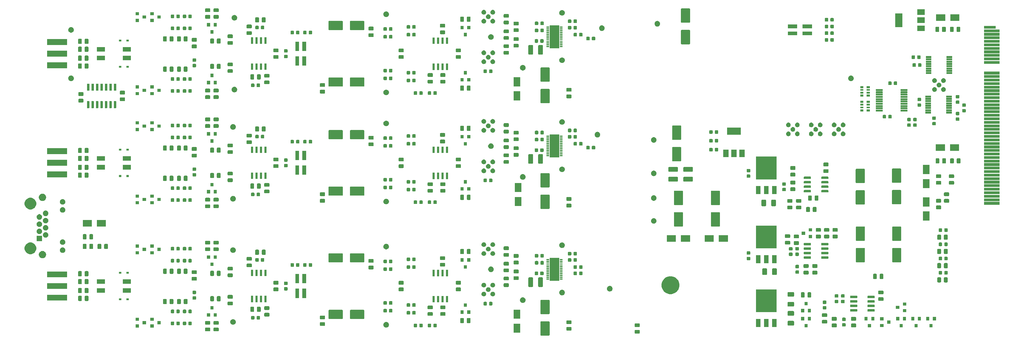
<source format=gbr>
G04 #@! TF.GenerationSoftware,KiCad,Pcbnew,(5.1.5)-3*
G04 #@! TF.CreationDate,2020-02-21T09:48:35-05:00*
G04 #@! TF.ProjectId,input_board,696e7075-745f-4626-9f61-72642e6b6963,rev?*
G04 #@! TF.SameCoordinates,Original*
G04 #@! TF.FileFunction,Soldermask,Top*
G04 #@! TF.FilePolarity,Negative*
%FSLAX46Y46*%
G04 Gerber Fmt 4.6, Leading zero omitted, Abs format (unit mm)*
G04 Created by KiCad (PCBNEW (5.1.5)-3) date 2020-02-21 09:48:35*
%MOMM*%
%LPD*%
G04 APERTURE LIST*
%ADD10C,0.100000*%
G04 APERTURE END LIST*
D10*
G36*
X175740899Y-143018809D02*
G01*
X175781564Y-143031145D01*
X175819028Y-143051170D01*
X175851874Y-143078126D01*
X175878830Y-143110972D01*
X175898855Y-143148436D01*
X175911191Y-143189101D01*
X175915600Y-143233871D01*
X175915600Y-146871129D01*
X175911191Y-146915899D01*
X175898855Y-146956564D01*
X175878830Y-146994028D01*
X175851874Y-147026874D01*
X175819028Y-147053830D01*
X175781564Y-147073855D01*
X175740899Y-147086191D01*
X175696129Y-147090600D01*
X173558871Y-147090600D01*
X173514101Y-147086191D01*
X173473436Y-147073855D01*
X173435972Y-147053830D01*
X173403126Y-147026874D01*
X173376170Y-146994028D01*
X173356145Y-146956564D01*
X173343809Y-146915899D01*
X173339400Y-146871129D01*
X173339400Y-143233871D01*
X173343809Y-143189101D01*
X173356145Y-143148436D01*
X173376170Y-143110972D01*
X173403126Y-143078126D01*
X173435972Y-143051170D01*
X173473436Y-143031145D01*
X173514101Y-143018809D01*
X173558871Y-143014400D01*
X175696129Y-143014400D01*
X175740899Y-143018809D01*
G37*
G36*
X201346963Y-145466702D02*
G01*
X201391457Y-145480199D01*
X201432455Y-145502113D01*
X201468393Y-145531607D01*
X201497887Y-145567545D01*
X201519801Y-145608543D01*
X201533298Y-145653037D01*
X201538100Y-145701792D01*
X201538100Y-146273208D01*
X201533298Y-146321963D01*
X201519801Y-146366457D01*
X201497887Y-146407455D01*
X201468393Y-146443393D01*
X201432455Y-146472887D01*
X201391457Y-146494801D01*
X201346963Y-146508298D01*
X201298208Y-146513100D01*
X200301792Y-146513100D01*
X200253037Y-146508298D01*
X200208543Y-146494801D01*
X200167545Y-146472887D01*
X200131607Y-146443393D01*
X200102113Y-146407455D01*
X200080199Y-146366457D01*
X200066702Y-146321963D01*
X200061900Y-146273208D01*
X200061900Y-145701792D01*
X200066702Y-145653037D01*
X200080199Y-145608543D01*
X200102113Y-145567545D01*
X200131607Y-145531607D01*
X200167545Y-145502113D01*
X200208543Y-145480199D01*
X200253037Y-145466702D01*
X200301792Y-145461900D01*
X201298208Y-145461900D01*
X201346963Y-145466702D01*
G37*
G36*
X167538100Y-146288100D02*
G01*
X165661900Y-146288100D01*
X165661900Y-143711900D01*
X167538100Y-143711900D01*
X167538100Y-146288100D01*
G37*
G36*
X81746963Y-144816702D02*
G01*
X81791457Y-144830199D01*
X81832455Y-144852113D01*
X81868393Y-144881607D01*
X81897887Y-144917545D01*
X81919801Y-144958543D01*
X81933298Y-145003037D01*
X81938100Y-145051792D01*
X81938100Y-145623208D01*
X81933298Y-145671963D01*
X81919801Y-145716457D01*
X81897887Y-145757455D01*
X81868393Y-145793393D01*
X81832455Y-145822887D01*
X81791457Y-145844801D01*
X81746963Y-145858298D01*
X81698208Y-145863100D01*
X80701792Y-145863100D01*
X80653037Y-145858298D01*
X80608543Y-145844801D01*
X80567545Y-145822887D01*
X80531607Y-145793393D01*
X80502113Y-145757455D01*
X80480199Y-145716457D01*
X80466702Y-145671963D01*
X80461900Y-145623208D01*
X80461900Y-145051792D01*
X80466702Y-145003037D01*
X80480199Y-144958543D01*
X80502113Y-144917545D01*
X80531607Y-144881607D01*
X80567545Y-144852113D01*
X80608543Y-144830199D01*
X80653037Y-144816702D01*
X80701792Y-144811900D01*
X81698208Y-144811900D01*
X81746963Y-144816702D01*
G37*
G36*
X79346963Y-144816702D02*
G01*
X79391457Y-144830199D01*
X79432455Y-144852113D01*
X79468393Y-144881607D01*
X79497887Y-144917545D01*
X79519801Y-144958543D01*
X79533298Y-145003037D01*
X79538100Y-145051792D01*
X79538100Y-145623208D01*
X79533298Y-145671963D01*
X79519801Y-145716457D01*
X79497887Y-145757455D01*
X79468393Y-145793393D01*
X79432455Y-145822887D01*
X79391457Y-145844801D01*
X79346963Y-145858298D01*
X79298208Y-145863100D01*
X78301792Y-145863100D01*
X78253037Y-145858298D01*
X78208543Y-145844801D01*
X78167545Y-145822887D01*
X78131607Y-145793393D01*
X78102113Y-145757455D01*
X78080199Y-145716457D01*
X78066702Y-145671963D01*
X78061900Y-145623208D01*
X78061900Y-145051792D01*
X78066702Y-145003037D01*
X78080199Y-144958543D01*
X78102113Y-144917545D01*
X78131607Y-144881607D01*
X78167545Y-144852113D01*
X78208543Y-144830199D01*
X78253037Y-144816702D01*
X78301792Y-144811900D01*
X79298208Y-144811900D01*
X79346963Y-144816702D01*
G37*
G36*
X181946963Y-144616702D02*
G01*
X181991457Y-144630199D01*
X182032455Y-144652113D01*
X182068393Y-144681607D01*
X182097887Y-144717545D01*
X182119801Y-144758543D01*
X182133298Y-144803037D01*
X182138100Y-144851792D01*
X182138100Y-145423208D01*
X182133298Y-145471963D01*
X182119801Y-145516457D01*
X182097887Y-145557455D01*
X182068393Y-145593393D01*
X182032455Y-145622887D01*
X181991457Y-145644801D01*
X181946963Y-145658298D01*
X181898208Y-145663100D01*
X180901792Y-145663100D01*
X180853037Y-145658298D01*
X180808543Y-145644801D01*
X180767545Y-145622887D01*
X180731607Y-145593393D01*
X180702113Y-145557455D01*
X180680199Y-145516457D01*
X180666702Y-145471963D01*
X180661900Y-145423208D01*
X180661900Y-144851792D01*
X180666702Y-144803037D01*
X180680199Y-144758543D01*
X180702113Y-144717545D01*
X180731607Y-144681607D01*
X180767545Y-144652113D01*
X180808543Y-144630199D01*
X180853037Y-144616702D01*
X180901792Y-144611900D01*
X181898208Y-144611900D01*
X181946963Y-144616702D01*
G37*
G36*
X59288100Y-144788100D02*
G01*
X58311900Y-144788100D01*
X58311900Y-143911900D01*
X59288100Y-143911900D01*
X59288100Y-144788100D01*
G37*
G36*
X129729881Y-143242186D02*
G01*
X129873303Y-143301593D01*
X129929094Y-143338872D01*
X129988695Y-143378696D01*
X130002388Y-143387846D01*
X130112154Y-143497612D01*
X130112156Y-143497615D01*
X130112157Y-143497616D01*
X130130254Y-143524700D01*
X130198407Y-143626697D01*
X130257814Y-143770119D01*
X130288100Y-143922379D01*
X130288100Y-144077621D01*
X130257814Y-144229881D01*
X130198407Y-144373303D01*
X130140642Y-144459754D01*
X130114947Y-144498209D01*
X130112154Y-144502388D01*
X130002388Y-144612154D01*
X130002385Y-144612156D01*
X130002384Y-144612157D01*
X129971115Y-144633050D01*
X129873303Y-144698407D01*
X129729881Y-144757814D01*
X129577621Y-144788100D01*
X129422379Y-144788100D01*
X129270119Y-144757814D01*
X129126697Y-144698407D01*
X129028885Y-144633050D01*
X128997616Y-144612157D01*
X128997615Y-144612156D01*
X128997612Y-144612154D01*
X128887846Y-144502388D01*
X128885054Y-144498209D01*
X128859358Y-144459754D01*
X128801593Y-144373303D01*
X128742186Y-144229881D01*
X128711900Y-144077621D01*
X128711900Y-143922379D01*
X128742186Y-143770119D01*
X128801593Y-143626697D01*
X128869746Y-143524700D01*
X128887843Y-143497616D01*
X128887844Y-143497615D01*
X128887846Y-143497612D01*
X128997612Y-143387846D01*
X129011306Y-143378696D01*
X129070906Y-143338872D01*
X129126697Y-143301593D01*
X129270119Y-143242186D01*
X129422379Y-143211900D01*
X129577621Y-143211900D01*
X129729881Y-143242186D01*
G37*
G36*
X63488100Y-144788100D02*
G01*
X62511900Y-144788100D01*
X62511900Y-143911900D01*
X63488100Y-143911900D01*
X63488100Y-144788100D01*
G37*
G36*
X249188100Y-144738100D02*
G01*
X248311900Y-144738100D01*
X248311900Y-143761900D01*
X249188100Y-143761900D01*
X249188100Y-144738100D01*
G37*
G36*
X267188100Y-144738100D02*
G01*
X266311900Y-144738100D01*
X266311900Y-143761900D01*
X267188100Y-143761900D01*
X267188100Y-144738100D01*
G37*
G36*
X284688100Y-144738100D02*
G01*
X283811900Y-144738100D01*
X283811900Y-143761900D01*
X284688100Y-143761900D01*
X284688100Y-144738100D01*
G37*
G36*
X276188100Y-144738100D02*
G01*
X275311900Y-144738100D01*
X275311900Y-143761900D01*
X276188100Y-143761900D01*
X276188100Y-144738100D01*
G37*
G36*
X280438100Y-144738100D02*
G01*
X279561900Y-144738100D01*
X279561900Y-143761900D01*
X280438100Y-143761900D01*
X280438100Y-144738100D01*
G37*
G36*
X138117089Y-143691222D02*
G01*
X138156886Y-143703294D01*
X138193566Y-143722900D01*
X138225716Y-143749284D01*
X138252100Y-143781434D01*
X138271706Y-143818114D01*
X138283778Y-143857911D01*
X138288100Y-143901791D01*
X138288100Y-144498209D01*
X138283778Y-144542089D01*
X138271706Y-144581886D01*
X138252100Y-144618566D01*
X138225716Y-144650716D01*
X138193566Y-144677100D01*
X138156886Y-144696706D01*
X138117089Y-144708778D01*
X138073209Y-144713100D01*
X137551791Y-144713100D01*
X137507911Y-144708778D01*
X137468114Y-144696706D01*
X137431434Y-144677100D01*
X137399284Y-144650716D01*
X137372900Y-144618566D01*
X137353294Y-144581886D01*
X137341222Y-144542089D01*
X137336900Y-144498209D01*
X137336900Y-143901791D01*
X137341222Y-143857911D01*
X137353294Y-143818114D01*
X137372900Y-143781434D01*
X137399284Y-143749284D01*
X137431434Y-143722900D01*
X137468114Y-143703294D01*
X137507911Y-143691222D01*
X137551791Y-143686900D01*
X138073209Y-143686900D01*
X138117089Y-143691222D01*
G37*
G36*
X142117089Y-143691222D02*
G01*
X142156886Y-143703294D01*
X142193566Y-143722900D01*
X142225716Y-143749284D01*
X142252100Y-143781434D01*
X142271706Y-143818114D01*
X142283778Y-143857911D01*
X142288100Y-143901791D01*
X142288100Y-144498209D01*
X142283778Y-144542089D01*
X142271706Y-144581886D01*
X142252100Y-144618566D01*
X142225716Y-144650716D01*
X142193566Y-144677100D01*
X142156886Y-144696706D01*
X142117089Y-144708778D01*
X142073209Y-144713100D01*
X141551791Y-144713100D01*
X141507911Y-144708778D01*
X141468114Y-144696706D01*
X141431434Y-144677100D01*
X141399284Y-144650716D01*
X141372900Y-144618566D01*
X141353294Y-144581886D01*
X141341222Y-144542089D01*
X141336900Y-144498209D01*
X141336900Y-143901791D01*
X141341222Y-143857911D01*
X141353294Y-143818114D01*
X141372900Y-143781434D01*
X141399284Y-143749284D01*
X141431434Y-143722900D01*
X141468114Y-143703294D01*
X141507911Y-143691222D01*
X141551791Y-143686900D01*
X142073209Y-143686900D01*
X142117089Y-143691222D01*
G37*
G36*
X143692089Y-143691222D02*
G01*
X143731886Y-143703294D01*
X143768566Y-143722900D01*
X143800716Y-143749284D01*
X143827100Y-143781434D01*
X143846706Y-143818114D01*
X143858778Y-143857911D01*
X143863100Y-143901791D01*
X143863100Y-144498209D01*
X143858778Y-144542089D01*
X143846706Y-144581886D01*
X143827100Y-144618566D01*
X143800716Y-144650716D01*
X143768566Y-144677100D01*
X143731886Y-144696706D01*
X143692089Y-144708778D01*
X143648209Y-144713100D01*
X143126791Y-144713100D01*
X143082911Y-144708778D01*
X143043114Y-144696706D01*
X143006434Y-144677100D01*
X142974284Y-144650716D01*
X142947900Y-144618566D01*
X142928294Y-144581886D01*
X142916222Y-144542089D01*
X142911900Y-144498209D01*
X142911900Y-143901791D01*
X142916222Y-143857911D01*
X142928294Y-143818114D01*
X142947900Y-143781434D01*
X142974284Y-143749284D01*
X143006434Y-143722900D01*
X143043114Y-143703294D01*
X143082911Y-143691222D01*
X143126791Y-143686900D01*
X143648209Y-143686900D01*
X143692089Y-143691222D01*
G37*
G36*
X139692089Y-143691222D02*
G01*
X139731886Y-143703294D01*
X139768566Y-143722900D01*
X139800716Y-143749284D01*
X139827100Y-143781434D01*
X139846706Y-143818114D01*
X139858778Y-143857911D01*
X139863100Y-143901791D01*
X139863100Y-144498209D01*
X139858778Y-144542089D01*
X139846706Y-144581886D01*
X139827100Y-144618566D01*
X139800716Y-144650716D01*
X139768566Y-144677100D01*
X139731886Y-144696706D01*
X139692089Y-144708778D01*
X139648209Y-144713100D01*
X139126791Y-144713100D01*
X139082911Y-144708778D01*
X139043114Y-144696706D01*
X139006434Y-144677100D01*
X138974284Y-144650716D01*
X138947900Y-144618566D01*
X138928294Y-144581886D01*
X138916222Y-144542089D01*
X138911900Y-144498209D01*
X138911900Y-143901791D01*
X138916222Y-143857911D01*
X138928294Y-143818114D01*
X138947900Y-143781434D01*
X138974284Y-143749284D01*
X139006434Y-143722900D01*
X139043114Y-143703294D01*
X139082911Y-143691222D01*
X139126791Y-143686900D01*
X139648209Y-143686900D01*
X139692089Y-143691222D01*
G37*
G36*
X257296963Y-143666702D02*
G01*
X257341457Y-143680199D01*
X257382455Y-143702113D01*
X257418393Y-143731607D01*
X257447887Y-143767545D01*
X257469801Y-143808543D01*
X257483298Y-143853037D01*
X257488100Y-143901792D01*
X257488100Y-144473208D01*
X257483298Y-144521963D01*
X257469801Y-144566457D01*
X257447887Y-144607455D01*
X257418393Y-144643393D01*
X257382455Y-144672887D01*
X257341457Y-144694801D01*
X257296963Y-144708298D01*
X257248208Y-144713100D01*
X256251792Y-144713100D01*
X256203037Y-144708298D01*
X256158543Y-144694801D01*
X256117545Y-144672887D01*
X256081607Y-144643393D01*
X256052113Y-144607455D01*
X256030199Y-144566457D01*
X256016702Y-144521963D01*
X256011900Y-144473208D01*
X256011900Y-143901792D01*
X256016702Y-143853037D01*
X256030199Y-143808543D01*
X256052113Y-143767545D01*
X256081607Y-143731607D01*
X256117545Y-143702113D01*
X256158543Y-143680199D01*
X256203037Y-143666702D01*
X256251792Y-143661900D01*
X257248208Y-143661900D01*
X257296963Y-143666702D01*
G37*
G36*
X262796963Y-143666702D02*
G01*
X262841457Y-143680199D01*
X262882455Y-143702113D01*
X262918393Y-143731607D01*
X262947887Y-143767545D01*
X262969801Y-143808543D01*
X262983298Y-143853037D01*
X262988100Y-143901792D01*
X262988100Y-144473208D01*
X262983298Y-144521963D01*
X262969801Y-144566457D01*
X262947887Y-144607455D01*
X262918393Y-144643393D01*
X262882455Y-144672887D01*
X262841457Y-144694801D01*
X262796963Y-144708298D01*
X262748208Y-144713100D01*
X261751792Y-144713100D01*
X261703037Y-144708298D01*
X261658543Y-144694801D01*
X261617545Y-144672887D01*
X261581607Y-144643393D01*
X261552113Y-144607455D01*
X261530199Y-144566457D01*
X261516702Y-144521963D01*
X261511900Y-144473208D01*
X261511900Y-143901792D01*
X261516702Y-143853037D01*
X261530199Y-143808543D01*
X261552113Y-143767545D01*
X261581607Y-143731607D01*
X261617545Y-143702113D01*
X261658543Y-143680199D01*
X261703037Y-143666702D01*
X261751792Y-143661900D01*
X262748208Y-143661900D01*
X262796963Y-143666702D01*
G37*
G36*
X235795600Y-144643100D02*
G01*
X234519400Y-144643100D01*
X234519400Y-142366900D01*
X235795600Y-142366900D01*
X235795600Y-144643100D01*
G37*
G36*
X238075600Y-144643100D02*
G01*
X236799400Y-144643100D01*
X236799400Y-142366900D01*
X238075600Y-142366900D01*
X238075600Y-144643100D01*
G37*
G36*
X240355600Y-144643100D02*
G01*
X239079400Y-144643100D01*
X239079400Y-142366900D01*
X240355600Y-142366900D01*
X240355600Y-144643100D01*
G37*
G36*
X270738100Y-144638100D02*
G01*
X269761900Y-144638100D01*
X269761900Y-143761900D01*
X270738100Y-143761900D01*
X270738100Y-144638100D01*
G37*
G36*
X201346963Y-143591702D02*
G01*
X201391457Y-143605199D01*
X201432455Y-143627113D01*
X201468393Y-143656607D01*
X201497887Y-143692545D01*
X201519801Y-143733543D01*
X201533298Y-143778037D01*
X201538100Y-143826792D01*
X201538100Y-144398208D01*
X201533298Y-144446963D01*
X201519801Y-144491457D01*
X201497887Y-144532455D01*
X201468393Y-144568393D01*
X201432455Y-144597887D01*
X201391457Y-144619801D01*
X201346963Y-144633298D01*
X201298208Y-144638100D01*
X200301792Y-144638100D01*
X200253037Y-144633298D01*
X200208543Y-144619801D01*
X200167545Y-144597887D01*
X200131607Y-144568393D01*
X200102113Y-144532455D01*
X200080199Y-144491457D01*
X200066702Y-144446963D01*
X200061900Y-144398208D01*
X200061900Y-143826792D01*
X200066702Y-143778037D01*
X200080199Y-143733543D01*
X200102113Y-143692545D01*
X200131607Y-143656607D01*
X200167545Y-143627113D01*
X200208543Y-143605199D01*
X200253037Y-143591702D01*
X200301792Y-143586900D01*
X201298208Y-143586900D01*
X201346963Y-143591702D01*
G37*
G36*
X259842089Y-143553723D02*
G01*
X259881886Y-143565795D01*
X259918566Y-143585401D01*
X259950716Y-143611785D01*
X259977100Y-143643935D01*
X259996706Y-143680615D01*
X260008778Y-143720412D01*
X260013100Y-143764292D01*
X260013100Y-144285710D01*
X260008778Y-144329590D01*
X259996706Y-144369387D01*
X259977100Y-144406067D01*
X259950716Y-144438217D01*
X259918566Y-144464601D01*
X259881886Y-144484207D01*
X259842089Y-144496279D01*
X259798209Y-144500601D01*
X259201791Y-144500601D01*
X259157911Y-144496279D01*
X259118114Y-144484207D01*
X259081434Y-144464601D01*
X259049284Y-144438217D01*
X259022900Y-144406067D01*
X259003294Y-144369387D01*
X258991222Y-144329590D01*
X258986900Y-144285710D01*
X258986900Y-143764292D01*
X258991222Y-143720412D01*
X259003294Y-143680615D01*
X259022900Y-143643935D01*
X259049284Y-143611785D01*
X259081434Y-143585401D01*
X259118114Y-143565795D01*
X259157911Y-143553723D01*
X259201791Y-143549401D01*
X259798209Y-143549401D01*
X259842089Y-143553723D01*
G37*
G36*
X111946963Y-143266702D02*
G01*
X111991457Y-143280199D01*
X112032455Y-143302113D01*
X112068393Y-143331607D01*
X112097887Y-143367545D01*
X112119801Y-143408543D01*
X112133298Y-143453037D01*
X112138100Y-143501792D01*
X112138100Y-144073208D01*
X112133298Y-144121963D01*
X112119801Y-144166457D01*
X112097887Y-144207455D01*
X112068393Y-144243393D01*
X112032455Y-144272887D01*
X111991457Y-144294801D01*
X111946963Y-144308298D01*
X111898208Y-144313100D01*
X110901792Y-144313100D01*
X110853037Y-144308298D01*
X110808543Y-144294801D01*
X110767545Y-144272887D01*
X110731607Y-144243393D01*
X110702113Y-144207455D01*
X110680199Y-144166457D01*
X110666702Y-144121963D01*
X110661900Y-144073208D01*
X110661900Y-143501792D01*
X110666702Y-143453037D01*
X110680199Y-143408543D01*
X110702113Y-143367545D01*
X110731607Y-143331607D01*
X110767545Y-143302113D01*
X110808543Y-143280199D01*
X110853037Y-143266702D01*
X110901792Y-143261900D01*
X111898208Y-143261900D01*
X111946963Y-143266702D01*
G37*
G36*
X245146588Y-142904151D02*
G01*
X245190586Y-142917498D01*
X245231131Y-142939170D01*
X245266667Y-142968333D01*
X245295830Y-143003869D01*
X245317502Y-143044414D01*
X245330849Y-143088412D01*
X245335600Y-143136651D01*
X245335600Y-143988345D01*
X245330849Y-144036588D01*
X245317502Y-144080586D01*
X245295830Y-144121131D01*
X245266667Y-144156667D01*
X245231131Y-144185830D01*
X245190586Y-144207502D01*
X245146588Y-144220849D01*
X245098349Y-144225600D01*
X243746651Y-144225600D01*
X243698412Y-144220849D01*
X243654414Y-144207502D01*
X243613869Y-144185830D01*
X243578333Y-144156667D01*
X243549170Y-144121131D01*
X243527498Y-144080586D01*
X243514151Y-144036588D01*
X243509400Y-143988345D01*
X243509400Y-143136651D01*
X243514151Y-143088412D01*
X243527498Y-143044414D01*
X243549170Y-143003869D01*
X243578333Y-142968333D01*
X243613869Y-142939170D01*
X243654414Y-142917498D01*
X243698412Y-142904151D01*
X243746651Y-142899400D01*
X245098349Y-142899400D01*
X245146588Y-142904151D01*
G37*
G36*
X72534589Y-143091222D02*
G01*
X72574386Y-143103294D01*
X72611066Y-143122900D01*
X72643216Y-143149284D01*
X72669600Y-143181434D01*
X72689206Y-143218114D01*
X72701278Y-143257911D01*
X72705600Y-143301791D01*
X72705600Y-143898209D01*
X72701278Y-143942089D01*
X72689206Y-143981886D01*
X72669600Y-144018566D01*
X72643216Y-144050716D01*
X72611066Y-144077100D01*
X72574386Y-144096706D01*
X72534589Y-144108778D01*
X72490709Y-144113100D01*
X71969291Y-144113100D01*
X71925411Y-144108778D01*
X71885614Y-144096706D01*
X71848934Y-144077100D01*
X71816784Y-144050716D01*
X71790400Y-144018566D01*
X71770794Y-143981886D01*
X71758722Y-143942089D01*
X71754400Y-143898209D01*
X71754400Y-143301791D01*
X71758722Y-143257911D01*
X71770794Y-143218114D01*
X71790400Y-143181434D01*
X71816784Y-143149284D01*
X71848934Y-143122900D01*
X71885614Y-143103294D01*
X71925411Y-143091222D01*
X71969291Y-143086900D01*
X72490709Y-143086900D01*
X72534589Y-143091222D01*
G37*
G36*
X69117089Y-143091222D02*
G01*
X69156886Y-143103294D01*
X69193566Y-143122900D01*
X69225716Y-143149284D01*
X69252100Y-143181434D01*
X69271706Y-143218114D01*
X69283778Y-143257911D01*
X69288100Y-143301791D01*
X69288100Y-143898209D01*
X69283778Y-143942089D01*
X69271706Y-143981886D01*
X69252100Y-144018566D01*
X69225716Y-144050716D01*
X69193566Y-144077100D01*
X69156886Y-144096706D01*
X69117089Y-144108778D01*
X69073209Y-144113100D01*
X68551791Y-144113100D01*
X68507911Y-144108778D01*
X68468114Y-144096706D01*
X68431434Y-144077100D01*
X68399284Y-144050716D01*
X68372900Y-144018566D01*
X68353294Y-143981886D01*
X68341222Y-143942089D01*
X68336900Y-143898209D01*
X68336900Y-143301791D01*
X68341222Y-143257911D01*
X68353294Y-143218114D01*
X68372900Y-143181434D01*
X68399284Y-143149284D01*
X68431434Y-143122900D01*
X68468114Y-143103294D01*
X68507911Y-143091222D01*
X68551791Y-143086900D01*
X69073209Y-143086900D01*
X69117089Y-143091222D01*
G37*
G36*
X70692089Y-143091222D02*
G01*
X70731886Y-143103294D01*
X70768566Y-143122900D01*
X70800716Y-143149284D01*
X70827100Y-143181434D01*
X70846706Y-143218114D01*
X70858778Y-143257911D01*
X70863100Y-143301791D01*
X70863100Y-143898209D01*
X70858778Y-143942089D01*
X70846706Y-143981886D01*
X70827100Y-144018566D01*
X70800716Y-144050716D01*
X70768566Y-144077100D01*
X70731886Y-144096706D01*
X70692089Y-144108778D01*
X70648209Y-144113100D01*
X70126791Y-144113100D01*
X70082911Y-144108778D01*
X70043114Y-144096706D01*
X70006434Y-144077100D01*
X69974284Y-144050716D01*
X69947900Y-144018566D01*
X69928294Y-143981886D01*
X69916222Y-143942089D01*
X69911900Y-143898209D01*
X69911900Y-143301791D01*
X69916222Y-143257911D01*
X69928294Y-143218114D01*
X69947900Y-143181434D01*
X69974284Y-143149284D01*
X70006434Y-143122900D01*
X70043114Y-143103294D01*
X70082911Y-143091222D01*
X70126791Y-143086900D01*
X70648209Y-143086900D01*
X70692089Y-143091222D01*
G37*
G36*
X74109589Y-143091222D02*
G01*
X74149386Y-143103294D01*
X74186066Y-143122900D01*
X74218216Y-143149284D01*
X74244600Y-143181434D01*
X74264206Y-143218114D01*
X74276278Y-143257911D01*
X74280600Y-143301791D01*
X74280600Y-143898209D01*
X74276278Y-143942089D01*
X74264206Y-143981886D01*
X74244600Y-144018566D01*
X74218216Y-144050716D01*
X74186066Y-144077100D01*
X74149386Y-144096706D01*
X74109589Y-144108778D01*
X74065709Y-144113100D01*
X73544291Y-144113100D01*
X73500411Y-144108778D01*
X73460614Y-144096706D01*
X73423934Y-144077100D01*
X73391784Y-144050716D01*
X73365400Y-144018566D01*
X73345794Y-143981886D01*
X73333722Y-143942089D01*
X73329400Y-143898209D01*
X73329400Y-143301791D01*
X73333722Y-143257911D01*
X73345794Y-143218114D01*
X73365400Y-143181434D01*
X73391784Y-143149284D01*
X73423934Y-143122900D01*
X73460614Y-143103294D01*
X73500411Y-143091222D01*
X73544291Y-143086900D01*
X74065709Y-143086900D01*
X74109589Y-143091222D01*
G37*
G36*
X86229881Y-142442186D02*
G01*
X86373303Y-142501593D01*
X86502388Y-142587846D01*
X86612154Y-142697612D01*
X86698407Y-142826697D01*
X86757814Y-142970119D01*
X86788100Y-143122379D01*
X86788100Y-143277621D01*
X86757814Y-143429881D01*
X86698407Y-143573303D01*
X86650633Y-143644801D01*
X86616290Y-143696199D01*
X86612154Y-143702388D01*
X86502388Y-143812154D01*
X86502385Y-143812156D01*
X86502384Y-143812157D01*
X86480481Y-143826792D01*
X86373303Y-143898407D01*
X86229881Y-143957814D01*
X86077621Y-143988100D01*
X85922379Y-143988100D01*
X85770119Y-143957814D01*
X85626697Y-143898407D01*
X85519519Y-143826792D01*
X85497616Y-143812157D01*
X85497615Y-143812156D01*
X85497612Y-143812154D01*
X85387846Y-143702388D01*
X85383711Y-143696199D01*
X85349367Y-143644801D01*
X85301593Y-143573303D01*
X85242186Y-143429881D01*
X85211900Y-143277621D01*
X85211900Y-143122379D01*
X85242186Y-142970119D01*
X85301593Y-142826697D01*
X85387846Y-142697612D01*
X85497612Y-142587846D01*
X85626697Y-142501593D01*
X85770119Y-142442186D01*
X85922379Y-142411900D01*
X86077621Y-142411900D01*
X86229881Y-142442186D01*
G37*
G36*
X79346963Y-142941702D02*
G01*
X79391457Y-142955199D01*
X79432455Y-142977113D01*
X79468393Y-143006607D01*
X79497887Y-143042545D01*
X79519801Y-143083543D01*
X79533298Y-143128037D01*
X79538100Y-143176792D01*
X79538100Y-143748208D01*
X79533298Y-143796963D01*
X79519801Y-143841457D01*
X79497887Y-143882455D01*
X79468393Y-143918393D01*
X79432455Y-143947887D01*
X79391457Y-143969801D01*
X79346963Y-143983298D01*
X79298208Y-143988100D01*
X78301792Y-143988100D01*
X78253037Y-143983298D01*
X78208543Y-143969801D01*
X78167545Y-143947887D01*
X78131607Y-143918393D01*
X78102113Y-143882455D01*
X78080199Y-143841457D01*
X78066702Y-143796963D01*
X78061900Y-143748208D01*
X78061900Y-143176792D01*
X78066702Y-143128037D01*
X78080199Y-143083543D01*
X78102113Y-143042545D01*
X78131607Y-143006607D01*
X78167545Y-142977113D01*
X78208543Y-142955199D01*
X78253037Y-142941702D01*
X78301792Y-142936900D01*
X79298208Y-142936900D01*
X79346963Y-142941702D01*
G37*
G36*
X81746963Y-142941702D02*
G01*
X81791457Y-142955199D01*
X81832455Y-142977113D01*
X81868393Y-143006607D01*
X81897887Y-143042545D01*
X81919801Y-143083543D01*
X81933298Y-143128037D01*
X81938100Y-143176792D01*
X81938100Y-143748208D01*
X81933298Y-143796963D01*
X81919801Y-143841457D01*
X81897887Y-143882455D01*
X81868393Y-143918393D01*
X81832455Y-143947887D01*
X81791457Y-143969801D01*
X81746963Y-143983298D01*
X81698208Y-143988100D01*
X80701792Y-143988100D01*
X80653037Y-143983298D01*
X80608543Y-143969801D01*
X80567545Y-143947887D01*
X80531607Y-143918393D01*
X80502113Y-143882455D01*
X80480199Y-143841457D01*
X80466702Y-143796963D01*
X80461900Y-143748208D01*
X80461900Y-143176792D01*
X80466702Y-143128037D01*
X80480199Y-143083543D01*
X80502113Y-143042545D01*
X80531607Y-143006607D01*
X80567545Y-142977113D01*
X80608543Y-142955199D01*
X80653037Y-142941702D01*
X80701792Y-142936900D01*
X81698208Y-142936900D01*
X81746963Y-142941702D01*
G37*
G36*
X61288100Y-143838100D02*
G01*
X60311900Y-143838100D01*
X60311900Y-142961900D01*
X61288100Y-142961900D01*
X61288100Y-143838100D01*
G37*
G36*
X65488100Y-143838100D02*
G01*
X64511900Y-143838100D01*
X64511900Y-142961900D01*
X65488100Y-142961900D01*
X65488100Y-143838100D01*
G37*
G36*
X181946963Y-142741702D02*
G01*
X181991457Y-142755199D01*
X182032455Y-142777113D01*
X182068393Y-142806607D01*
X182097887Y-142842545D01*
X182119801Y-142883543D01*
X182133298Y-142928037D01*
X182138100Y-142976792D01*
X182138100Y-143548208D01*
X182133298Y-143596963D01*
X182119801Y-143641457D01*
X182097887Y-143682455D01*
X182068393Y-143718393D01*
X182032455Y-143747887D01*
X181991457Y-143769801D01*
X181946963Y-143783298D01*
X181898208Y-143788100D01*
X180901792Y-143788100D01*
X180853037Y-143783298D01*
X180808543Y-143769801D01*
X180767545Y-143747887D01*
X180731607Y-143718393D01*
X180702113Y-143682455D01*
X180680199Y-143641457D01*
X180666702Y-143596963D01*
X180661900Y-143548208D01*
X180661900Y-142976792D01*
X180666702Y-142928037D01*
X180680199Y-142883543D01*
X180702113Y-142842545D01*
X180731607Y-142806607D01*
X180767545Y-142777113D01*
X180808543Y-142755199D01*
X180853037Y-142741702D01*
X180901792Y-142736900D01*
X181898208Y-142736900D01*
X181946963Y-142741702D01*
G37*
G36*
X272738100Y-143688100D02*
G01*
X271761900Y-143688100D01*
X271761900Y-142811900D01*
X272738100Y-142811900D01*
X272738100Y-143688100D01*
G37*
G36*
X254546963Y-142616702D02*
G01*
X254591457Y-142630199D01*
X254632455Y-142652113D01*
X254668393Y-142681607D01*
X254697887Y-142717545D01*
X254719801Y-142758543D01*
X254733298Y-142803037D01*
X254738100Y-142851792D01*
X254738100Y-143423208D01*
X254733298Y-143471963D01*
X254719801Y-143516457D01*
X254697887Y-143557455D01*
X254668393Y-143593393D01*
X254632455Y-143622887D01*
X254591457Y-143644801D01*
X254546963Y-143658298D01*
X254498208Y-143663100D01*
X253501792Y-143663100D01*
X253453037Y-143658298D01*
X253408543Y-143644801D01*
X253367545Y-143622887D01*
X253331607Y-143593393D01*
X253302113Y-143557455D01*
X253280199Y-143516457D01*
X253266702Y-143471963D01*
X253261900Y-143423208D01*
X253261900Y-142851792D01*
X253266702Y-142803037D01*
X253280199Y-142758543D01*
X253302113Y-142717545D01*
X253331607Y-142681607D01*
X253367545Y-142652113D01*
X253408543Y-142630199D01*
X253453037Y-142616702D01*
X253501792Y-142611900D01*
X254498208Y-142611900D01*
X254546963Y-142616702D01*
G37*
G36*
X153271963Y-142066702D02*
G01*
X153316457Y-142080199D01*
X153357455Y-142102113D01*
X153393393Y-142131607D01*
X153422887Y-142167545D01*
X153444801Y-142208543D01*
X153458298Y-142253037D01*
X153463100Y-142301792D01*
X153463100Y-143298208D01*
X153458298Y-143346963D01*
X153444801Y-143391457D01*
X153422887Y-143432455D01*
X153393393Y-143468393D01*
X153357455Y-143497887D01*
X153316457Y-143519801D01*
X153271963Y-143533298D01*
X153223208Y-143538100D01*
X152651792Y-143538100D01*
X152603037Y-143533298D01*
X152558543Y-143519801D01*
X152517545Y-143497887D01*
X152481607Y-143468393D01*
X152452113Y-143432455D01*
X152430199Y-143391457D01*
X152416702Y-143346963D01*
X152411900Y-143298208D01*
X152411900Y-142301792D01*
X152416702Y-142253037D01*
X152430199Y-142208543D01*
X152452113Y-142167545D01*
X152481607Y-142131607D01*
X152517545Y-142102113D01*
X152558543Y-142080199D01*
X152603037Y-142066702D01*
X152651792Y-142061900D01*
X153223208Y-142061900D01*
X153271963Y-142066702D01*
G37*
G36*
X151396963Y-142066702D02*
G01*
X151441457Y-142080199D01*
X151482455Y-142102113D01*
X151518393Y-142131607D01*
X151547887Y-142167545D01*
X151569801Y-142208543D01*
X151583298Y-142253037D01*
X151588100Y-142301792D01*
X151588100Y-143298208D01*
X151583298Y-143346963D01*
X151569801Y-143391457D01*
X151547887Y-143432455D01*
X151518393Y-143468393D01*
X151482455Y-143497887D01*
X151441457Y-143519801D01*
X151396963Y-143533298D01*
X151348208Y-143538100D01*
X150776792Y-143538100D01*
X150728037Y-143533298D01*
X150683543Y-143519801D01*
X150642545Y-143497887D01*
X150606607Y-143468393D01*
X150577113Y-143432455D01*
X150555199Y-143391457D01*
X150541702Y-143346963D01*
X150536900Y-143298208D01*
X150536900Y-142301792D01*
X150541702Y-142253037D01*
X150555199Y-142208543D01*
X150577113Y-142167545D01*
X150606607Y-142131607D01*
X150642545Y-142102113D01*
X150683543Y-142080199D01*
X150728037Y-142066702D01*
X150776792Y-142061900D01*
X151348208Y-142061900D01*
X151396963Y-142066702D01*
G37*
G36*
X259842089Y-141978723D02*
G01*
X259881886Y-141990795D01*
X259918566Y-142010401D01*
X259950716Y-142036785D01*
X259977100Y-142068935D01*
X259996706Y-142105615D01*
X260008778Y-142145412D01*
X260013100Y-142189292D01*
X260013100Y-142710710D01*
X260008778Y-142754590D01*
X259996706Y-142794387D01*
X259977100Y-142831067D01*
X259950716Y-142863217D01*
X259918566Y-142889601D01*
X259881886Y-142909207D01*
X259842089Y-142921279D01*
X259798209Y-142925601D01*
X259201791Y-142925601D01*
X259157911Y-142921279D01*
X259118114Y-142909207D01*
X259081434Y-142889601D01*
X259049284Y-142863217D01*
X259022900Y-142831067D01*
X259003294Y-142794387D01*
X258991222Y-142754590D01*
X258986900Y-142710710D01*
X258986900Y-142189292D01*
X258991222Y-142145412D01*
X259003294Y-142105615D01*
X259022900Y-142068935D01*
X259049284Y-142036785D01*
X259081434Y-142010401D01*
X259118114Y-141990795D01*
X259157911Y-141978723D01*
X259201791Y-141974401D01*
X259798209Y-141974401D01*
X259842089Y-141978723D01*
G37*
G36*
X63488100Y-142888100D02*
G01*
X62511900Y-142888100D01*
X62511900Y-142011900D01*
X63488100Y-142011900D01*
X63488100Y-142888100D01*
G37*
G36*
X59288100Y-142888100D02*
G01*
X58311900Y-142888100D01*
X58311900Y-142011900D01*
X59288100Y-142011900D01*
X59288100Y-142888100D01*
G37*
G36*
X257296963Y-141791702D02*
G01*
X257341457Y-141805199D01*
X257382455Y-141827113D01*
X257418393Y-141856607D01*
X257447887Y-141892545D01*
X257469801Y-141933543D01*
X257483298Y-141978037D01*
X257488100Y-142026792D01*
X257488100Y-142598208D01*
X257483298Y-142646963D01*
X257469801Y-142691457D01*
X257447887Y-142732455D01*
X257418393Y-142768393D01*
X257382455Y-142797887D01*
X257341457Y-142819801D01*
X257296963Y-142833298D01*
X257248208Y-142838100D01*
X256251792Y-142838100D01*
X256203037Y-142833298D01*
X256158543Y-142819801D01*
X256117545Y-142797887D01*
X256081607Y-142768393D01*
X256052113Y-142732455D01*
X256030199Y-142691457D01*
X256016702Y-142646963D01*
X256011900Y-142598208D01*
X256011900Y-142026792D01*
X256016702Y-141978037D01*
X256030199Y-141933543D01*
X256052113Y-141892545D01*
X256081607Y-141856607D01*
X256117545Y-141827113D01*
X256158543Y-141805199D01*
X256203037Y-141791702D01*
X256251792Y-141786900D01*
X257248208Y-141786900D01*
X257296963Y-141791702D01*
G37*
G36*
X262796963Y-141791702D02*
G01*
X262841457Y-141805199D01*
X262882455Y-141827113D01*
X262918393Y-141856607D01*
X262947887Y-141892545D01*
X262969801Y-141933543D01*
X262983298Y-141978037D01*
X262988100Y-142026792D01*
X262988100Y-142598208D01*
X262983298Y-142646963D01*
X262969801Y-142691457D01*
X262947887Y-142732455D01*
X262918393Y-142768393D01*
X262882455Y-142797887D01*
X262841457Y-142819801D01*
X262796963Y-142833298D01*
X262748208Y-142838100D01*
X261751792Y-142838100D01*
X261703037Y-142833298D01*
X261658543Y-142819801D01*
X261617545Y-142797887D01*
X261581607Y-142768393D01*
X261552113Y-142732455D01*
X261530199Y-142691457D01*
X261516702Y-142646963D01*
X261511900Y-142598208D01*
X261511900Y-142026792D01*
X261516702Y-141978037D01*
X261530199Y-141933543D01*
X261552113Y-141892545D01*
X261581607Y-141856607D01*
X261617545Y-141827113D01*
X261658543Y-141805199D01*
X261703037Y-141791702D01*
X261751792Y-141786900D01*
X262748208Y-141786900D01*
X262796963Y-141791702D01*
G37*
G36*
X250138100Y-142738100D02*
G01*
X249261900Y-142738100D01*
X249261900Y-141761900D01*
X250138100Y-141761900D01*
X250138100Y-142738100D01*
G37*
G36*
X281388100Y-142738100D02*
G01*
X280511900Y-142738100D01*
X280511900Y-141761900D01*
X281388100Y-141761900D01*
X281388100Y-142738100D01*
G37*
G36*
X248238100Y-142738100D02*
G01*
X247361900Y-142738100D01*
X247361900Y-141761900D01*
X248238100Y-141761900D01*
X248238100Y-142738100D01*
G37*
G36*
X266238100Y-142738100D02*
G01*
X265361900Y-142738100D01*
X265361900Y-141761900D01*
X266238100Y-141761900D01*
X266238100Y-142738100D01*
G37*
G36*
X268138100Y-142738100D02*
G01*
X267261900Y-142738100D01*
X267261900Y-141761900D01*
X268138100Y-141761900D01*
X268138100Y-142738100D01*
G37*
G36*
X270738100Y-142738100D02*
G01*
X269761900Y-142738100D01*
X269761900Y-141861900D01*
X270738100Y-141861900D01*
X270738100Y-142738100D01*
G37*
G36*
X275238100Y-142738100D02*
G01*
X274361900Y-142738100D01*
X274361900Y-141761900D01*
X275238100Y-141761900D01*
X275238100Y-142738100D01*
G37*
G36*
X277138100Y-142738100D02*
G01*
X276261900Y-142738100D01*
X276261900Y-141761900D01*
X277138100Y-141761900D01*
X277138100Y-142738100D01*
G37*
G36*
X279488100Y-142738100D02*
G01*
X278611900Y-142738100D01*
X278611900Y-141761900D01*
X279488100Y-141761900D01*
X279488100Y-142738100D01*
G37*
G36*
X283738100Y-142738100D02*
G01*
X282861900Y-142738100D01*
X282861900Y-141761900D01*
X283738100Y-141761900D01*
X283738100Y-142738100D01*
G37*
G36*
X285638100Y-142738100D02*
G01*
X284761900Y-142738100D01*
X284761900Y-141761900D01*
X285638100Y-141761900D01*
X285638100Y-142738100D01*
G37*
G36*
X91917089Y-141491222D02*
G01*
X91956886Y-141503294D01*
X91993566Y-141522900D01*
X92025716Y-141549284D01*
X92052100Y-141581434D01*
X92071706Y-141618114D01*
X92083778Y-141657911D01*
X92088100Y-141701791D01*
X92088100Y-142298209D01*
X92083778Y-142342089D01*
X92071706Y-142381886D01*
X92052100Y-142418566D01*
X92025716Y-142450716D01*
X91993566Y-142477100D01*
X91956886Y-142496706D01*
X91917089Y-142508778D01*
X91873209Y-142513100D01*
X91351791Y-142513100D01*
X91307911Y-142508778D01*
X91268114Y-142496706D01*
X91231434Y-142477100D01*
X91199284Y-142450716D01*
X91172900Y-142418566D01*
X91153294Y-142381886D01*
X91141222Y-142342089D01*
X91136900Y-142298209D01*
X91136900Y-141701791D01*
X91141222Y-141657911D01*
X91153294Y-141618114D01*
X91172900Y-141581434D01*
X91199284Y-141549284D01*
X91231434Y-141522900D01*
X91268114Y-141503294D01*
X91307911Y-141491222D01*
X91351791Y-141486900D01*
X91873209Y-141486900D01*
X91917089Y-141491222D01*
G37*
G36*
X93492089Y-141491222D02*
G01*
X93531886Y-141503294D01*
X93568566Y-141522900D01*
X93600716Y-141549284D01*
X93627100Y-141581434D01*
X93646706Y-141618114D01*
X93658778Y-141657911D01*
X93663100Y-141701791D01*
X93663100Y-142298209D01*
X93658778Y-142342089D01*
X93646706Y-142381886D01*
X93627100Y-142418566D01*
X93600716Y-142450716D01*
X93568566Y-142477100D01*
X93531886Y-142496706D01*
X93492089Y-142508778D01*
X93448209Y-142513100D01*
X92926791Y-142513100D01*
X92882911Y-142508778D01*
X92843114Y-142496706D01*
X92806434Y-142477100D01*
X92774284Y-142450716D01*
X92747900Y-142418566D01*
X92728294Y-142381886D01*
X92716222Y-142342089D01*
X92711900Y-142298209D01*
X92711900Y-141701791D01*
X92716222Y-141657911D01*
X92728294Y-141618114D01*
X92747900Y-141581434D01*
X92774284Y-141549284D01*
X92806434Y-141522900D01*
X92843114Y-141503294D01*
X92882911Y-141491222D01*
X92926791Y-141486900D01*
X93448209Y-141486900D01*
X93492089Y-141491222D01*
G37*
G36*
X111946963Y-141391702D02*
G01*
X111991457Y-141405199D01*
X112032455Y-141427113D01*
X112068393Y-141456607D01*
X112097887Y-141492545D01*
X112119801Y-141533543D01*
X112133298Y-141578037D01*
X112138100Y-141626792D01*
X112138100Y-142198208D01*
X112133298Y-142246963D01*
X112119801Y-142291457D01*
X112097887Y-142332455D01*
X112068393Y-142368393D01*
X112032455Y-142397887D01*
X111991457Y-142419801D01*
X111946963Y-142433298D01*
X111898208Y-142438100D01*
X110901792Y-142438100D01*
X110853037Y-142433298D01*
X110808543Y-142419801D01*
X110767545Y-142397887D01*
X110731607Y-142368393D01*
X110702113Y-142332455D01*
X110680199Y-142291457D01*
X110666702Y-142246963D01*
X110661900Y-142198208D01*
X110661900Y-141626792D01*
X110666702Y-141578037D01*
X110680199Y-141533543D01*
X110702113Y-141492545D01*
X110731607Y-141456607D01*
X110767545Y-141427113D01*
X110808543Y-141405199D01*
X110853037Y-141391702D01*
X110901792Y-141386900D01*
X111898208Y-141386900D01*
X111946963Y-141391702D01*
G37*
G36*
X117013399Y-139766309D02*
G01*
X117054064Y-139778645D01*
X117091528Y-139798670D01*
X117124374Y-139825626D01*
X117151330Y-139858472D01*
X117171355Y-139895936D01*
X117183691Y-139936601D01*
X117188100Y-139981371D01*
X117188100Y-142118629D01*
X117183691Y-142163399D01*
X117171355Y-142204064D01*
X117151330Y-142241528D01*
X117124374Y-142274374D01*
X117091528Y-142301330D01*
X117054064Y-142321355D01*
X117013399Y-142333691D01*
X116968629Y-142338100D01*
X113331371Y-142338100D01*
X113286601Y-142333691D01*
X113245936Y-142321355D01*
X113208472Y-142301330D01*
X113175626Y-142274374D01*
X113148670Y-142241528D01*
X113128645Y-142204064D01*
X113116309Y-142163399D01*
X113111900Y-142118629D01*
X113111900Y-139981371D01*
X113116309Y-139936601D01*
X113128645Y-139895936D01*
X113148670Y-139858472D01*
X113175626Y-139825626D01*
X113208472Y-139798670D01*
X113245936Y-139778645D01*
X113286601Y-139766309D01*
X113331371Y-139761900D01*
X116968629Y-139761900D01*
X117013399Y-139766309D01*
G37*
G36*
X123113399Y-139766309D02*
G01*
X123154064Y-139778645D01*
X123191528Y-139798670D01*
X123224374Y-139825626D01*
X123251330Y-139858472D01*
X123271355Y-139895936D01*
X123283691Y-139936601D01*
X123288100Y-139981371D01*
X123288100Y-142118629D01*
X123283691Y-142163399D01*
X123271355Y-142204064D01*
X123251330Y-142241528D01*
X123224374Y-142274374D01*
X123191528Y-142301330D01*
X123154064Y-142321355D01*
X123113399Y-142333691D01*
X123068629Y-142338100D01*
X119431371Y-142338100D01*
X119386601Y-142333691D01*
X119345936Y-142321355D01*
X119308472Y-142301330D01*
X119275626Y-142274374D01*
X119248670Y-142241528D01*
X119228645Y-142204064D01*
X119216309Y-142163399D01*
X119211900Y-142118629D01*
X119211900Y-139981371D01*
X119216309Y-139936601D01*
X119228645Y-139895936D01*
X119248670Y-139858472D01*
X119275626Y-139825626D01*
X119308472Y-139798670D01*
X119345936Y-139778645D01*
X119386601Y-139766309D01*
X119431371Y-139761900D01*
X123068629Y-139761900D01*
X123113399Y-139766309D01*
G37*
G36*
X167538100Y-142288100D02*
G01*
X165661900Y-142288100D01*
X165661900Y-139711900D01*
X167538100Y-139711900D01*
X167538100Y-142288100D01*
G37*
G36*
X254546963Y-140741702D02*
G01*
X254591457Y-140755199D01*
X254632455Y-140777113D01*
X254668393Y-140806607D01*
X254697887Y-140842545D01*
X254719801Y-140883543D01*
X254733298Y-140928037D01*
X254738100Y-140976792D01*
X254738100Y-141548208D01*
X254733298Y-141596963D01*
X254719801Y-141641457D01*
X254697887Y-141682455D01*
X254668393Y-141718393D01*
X254632455Y-141747887D01*
X254591457Y-141769801D01*
X254546963Y-141783298D01*
X254498208Y-141788100D01*
X253501792Y-141788100D01*
X253453037Y-141783298D01*
X253408543Y-141769801D01*
X253367545Y-141747887D01*
X253331607Y-141718393D01*
X253302113Y-141682455D01*
X253280199Y-141641457D01*
X253266702Y-141596963D01*
X253261900Y-141548208D01*
X253261900Y-140976792D01*
X253266702Y-140928037D01*
X253280199Y-140883543D01*
X253302113Y-140842545D01*
X253331607Y-140806607D01*
X253367545Y-140777113D01*
X253408543Y-140755199D01*
X253453037Y-140741702D01*
X253501792Y-140736900D01*
X254498208Y-140736900D01*
X254546963Y-140741702D01*
G37*
G36*
X79488100Y-141688100D02*
G01*
X78611900Y-141688100D01*
X78611900Y-140711900D01*
X79488100Y-140711900D01*
X79488100Y-141688100D01*
G37*
G36*
X81388100Y-141688100D02*
G01*
X80511900Y-141688100D01*
X80511900Y-140711900D01*
X81388100Y-140711900D01*
X81388100Y-141688100D01*
G37*
G36*
X96146963Y-140616702D02*
G01*
X96191457Y-140630199D01*
X96232455Y-140652113D01*
X96268393Y-140681607D01*
X96297887Y-140717545D01*
X96319801Y-140758543D01*
X96333298Y-140803037D01*
X96338100Y-140851792D01*
X96338100Y-141423208D01*
X96333298Y-141471963D01*
X96319801Y-141516457D01*
X96297887Y-141557455D01*
X96268393Y-141593393D01*
X96232455Y-141622887D01*
X96191457Y-141644801D01*
X96146963Y-141658298D01*
X96098208Y-141663100D01*
X95101792Y-141663100D01*
X95053037Y-141658298D01*
X95008543Y-141644801D01*
X94967545Y-141622887D01*
X94931607Y-141593393D01*
X94902113Y-141557455D01*
X94880199Y-141516457D01*
X94866702Y-141471963D01*
X94861900Y-141423208D01*
X94861900Y-140851792D01*
X94866702Y-140803037D01*
X94880199Y-140758543D01*
X94902113Y-140717545D01*
X94931607Y-140681607D01*
X94967545Y-140652113D01*
X95008543Y-140630199D01*
X95053037Y-140616702D01*
X95101792Y-140611900D01*
X96098208Y-140611900D01*
X96146963Y-140616702D01*
G37*
G36*
X146146963Y-140416702D02*
G01*
X146191457Y-140430199D01*
X146232455Y-140452113D01*
X146268393Y-140481607D01*
X146297887Y-140517545D01*
X146319801Y-140558543D01*
X146333298Y-140603037D01*
X146338100Y-140651792D01*
X146338100Y-141223208D01*
X146333298Y-141271963D01*
X146319801Y-141316457D01*
X146297887Y-141357455D01*
X146268393Y-141393393D01*
X146232455Y-141422887D01*
X146191457Y-141444801D01*
X146146963Y-141458298D01*
X146098208Y-141463100D01*
X145101792Y-141463100D01*
X145053037Y-141458298D01*
X145008543Y-141444801D01*
X144967545Y-141422887D01*
X144931607Y-141393393D01*
X144902113Y-141357455D01*
X144880199Y-141316457D01*
X144866702Y-141271963D01*
X144861900Y-141223208D01*
X144861900Y-140651792D01*
X144866702Y-140603037D01*
X144880199Y-140558543D01*
X144902113Y-140517545D01*
X144931607Y-140481607D01*
X144967545Y-140452113D01*
X145008543Y-140430199D01*
X145053037Y-140416702D01*
X145101792Y-140411900D01*
X146098208Y-140411900D01*
X146146963Y-140416702D01*
G37*
G36*
X142546963Y-140416702D02*
G01*
X142591457Y-140430199D01*
X142632455Y-140452113D01*
X142668393Y-140481607D01*
X142697887Y-140517545D01*
X142719801Y-140558543D01*
X142733298Y-140603037D01*
X142738100Y-140651792D01*
X142738100Y-141223208D01*
X142733298Y-141271963D01*
X142719801Y-141316457D01*
X142697887Y-141357455D01*
X142668393Y-141393393D01*
X142632455Y-141422887D01*
X142591457Y-141444801D01*
X142546963Y-141458298D01*
X142498208Y-141463100D01*
X141501792Y-141463100D01*
X141453037Y-141458298D01*
X141408543Y-141444801D01*
X141367545Y-141422887D01*
X141331607Y-141393393D01*
X141302113Y-141357455D01*
X141280199Y-141316457D01*
X141266702Y-141271963D01*
X141261900Y-141223208D01*
X141261900Y-140651792D01*
X141266702Y-140603037D01*
X141280199Y-140558543D01*
X141302113Y-140517545D01*
X141331607Y-140481607D01*
X141367545Y-140452113D01*
X141408543Y-140430199D01*
X141453037Y-140416702D01*
X141501792Y-140411900D01*
X142498208Y-140411900D01*
X142546963Y-140416702D01*
G37*
G36*
X245146588Y-140104151D02*
G01*
X245190586Y-140117498D01*
X245231131Y-140139170D01*
X245266667Y-140168333D01*
X245295830Y-140203869D01*
X245317502Y-140244414D01*
X245330849Y-140288412D01*
X245335600Y-140336651D01*
X245335600Y-141188349D01*
X245330849Y-141236588D01*
X245317502Y-141280586D01*
X245295830Y-141321131D01*
X245266667Y-141356667D01*
X245231131Y-141385830D01*
X245190586Y-141407502D01*
X245146588Y-141420849D01*
X245098349Y-141425600D01*
X243746651Y-141425600D01*
X243698412Y-141420849D01*
X243654414Y-141407502D01*
X243613869Y-141385830D01*
X243578333Y-141356667D01*
X243549170Y-141321131D01*
X243527498Y-141280586D01*
X243514151Y-141236588D01*
X243509400Y-141188349D01*
X243509400Y-140336651D01*
X243514151Y-140288412D01*
X243527498Y-140244414D01*
X243549170Y-140203869D01*
X243578333Y-140168333D01*
X243613869Y-140139170D01*
X243654414Y-140117498D01*
X243698412Y-140104151D01*
X243746651Y-140099400D01*
X245098349Y-140099400D01*
X245146588Y-140104151D01*
G37*
G36*
X137692089Y-140091222D02*
G01*
X137731886Y-140103294D01*
X137768566Y-140122900D01*
X137800716Y-140149284D01*
X137827100Y-140181434D01*
X137846706Y-140218114D01*
X137858778Y-140257911D01*
X137863100Y-140301791D01*
X137863100Y-140898209D01*
X137858778Y-140942089D01*
X137846706Y-140981886D01*
X137827100Y-141018566D01*
X137800716Y-141050716D01*
X137768566Y-141077100D01*
X137731886Y-141096706D01*
X137692089Y-141108778D01*
X137648209Y-141113100D01*
X137126791Y-141113100D01*
X137082911Y-141108778D01*
X137043114Y-141096706D01*
X137006434Y-141077100D01*
X136974284Y-141050716D01*
X136947900Y-141018566D01*
X136928294Y-140981886D01*
X136916222Y-140942089D01*
X136911900Y-140898209D01*
X136911900Y-140301791D01*
X136916222Y-140257911D01*
X136928294Y-140218114D01*
X136947900Y-140181434D01*
X136974284Y-140149284D01*
X137006434Y-140122900D01*
X137043114Y-140103294D01*
X137082911Y-140091222D01*
X137126791Y-140086900D01*
X137648209Y-140086900D01*
X137692089Y-140091222D01*
G37*
G36*
X136117089Y-140091222D02*
G01*
X136156886Y-140103294D01*
X136193566Y-140122900D01*
X136225716Y-140149284D01*
X136252100Y-140181434D01*
X136271706Y-140218114D01*
X136283778Y-140257911D01*
X136288100Y-140301791D01*
X136288100Y-140898209D01*
X136283778Y-140942089D01*
X136271706Y-140981886D01*
X136252100Y-141018566D01*
X136225716Y-141050716D01*
X136193566Y-141077100D01*
X136156886Y-141096706D01*
X136117089Y-141108778D01*
X136073209Y-141113100D01*
X135551791Y-141113100D01*
X135507911Y-141108778D01*
X135468114Y-141096706D01*
X135431434Y-141077100D01*
X135399284Y-141050716D01*
X135372900Y-141018566D01*
X135353294Y-140981886D01*
X135341222Y-140942089D01*
X135336900Y-140898209D01*
X135336900Y-140301791D01*
X135341222Y-140257911D01*
X135353294Y-140218114D01*
X135372900Y-140181434D01*
X135399284Y-140149284D01*
X135431434Y-140122900D01*
X135468114Y-140103294D01*
X135507911Y-140091222D01*
X135551791Y-140086900D01*
X136073209Y-140086900D01*
X136117089Y-140091222D01*
G37*
G36*
X175740899Y-136918809D02*
G01*
X175781564Y-136931145D01*
X175819028Y-136951170D01*
X175851874Y-136978126D01*
X175878830Y-137010972D01*
X175898855Y-137048436D01*
X175911191Y-137089101D01*
X175915600Y-137133871D01*
X175915600Y-140771129D01*
X175911191Y-140815899D01*
X175898855Y-140856564D01*
X175878830Y-140894028D01*
X175851874Y-140926874D01*
X175819028Y-140953830D01*
X175781564Y-140973855D01*
X175740899Y-140986191D01*
X175696129Y-140990600D01*
X173558871Y-140990600D01*
X173514101Y-140986191D01*
X173473436Y-140973855D01*
X173435972Y-140953830D01*
X173403126Y-140926874D01*
X173376170Y-140894028D01*
X173356145Y-140856564D01*
X173343809Y-140815899D01*
X173339400Y-140771129D01*
X173339400Y-137133871D01*
X173343809Y-137089101D01*
X173356145Y-137048436D01*
X173376170Y-137010972D01*
X173403126Y-136978126D01*
X173435972Y-136951170D01*
X173473436Y-136931145D01*
X173514101Y-136918809D01*
X173558871Y-136914400D01*
X175696129Y-136914400D01*
X175740899Y-136918809D01*
G37*
G36*
X151488100Y-140888100D02*
G01*
X150611900Y-140888100D01*
X150611900Y-139911900D01*
X151488100Y-139911900D01*
X151488100Y-140888100D01*
G37*
G36*
X153388100Y-140888100D02*
G01*
X152511900Y-140888100D01*
X152511900Y-139911900D01*
X153388100Y-139911900D01*
X153388100Y-140888100D01*
G37*
G36*
X72534589Y-139691222D02*
G01*
X72574386Y-139703294D01*
X72611066Y-139722900D01*
X72643216Y-139749284D01*
X72669600Y-139781434D01*
X72689206Y-139818114D01*
X72701278Y-139857911D01*
X72705600Y-139901791D01*
X72705600Y-140498209D01*
X72701278Y-140542089D01*
X72689206Y-140581886D01*
X72669600Y-140618566D01*
X72643216Y-140650716D01*
X72611066Y-140677100D01*
X72574386Y-140696706D01*
X72534589Y-140708778D01*
X72490709Y-140713100D01*
X71969291Y-140713100D01*
X71925411Y-140708778D01*
X71885614Y-140696706D01*
X71848934Y-140677100D01*
X71816784Y-140650716D01*
X71790400Y-140618566D01*
X71770794Y-140581886D01*
X71758722Y-140542089D01*
X71754400Y-140498209D01*
X71754400Y-139901791D01*
X71758722Y-139857911D01*
X71770794Y-139818114D01*
X71790400Y-139781434D01*
X71816784Y-139749284D01*
X71848934Y-139722900D01*
X71885614Y-139703294D01*
X71925411Y-139691222D01*
X71969291Y-139686900D01*
X72490709Y-139686900D01*
X72534589Y-139691222D01*
G37*
G36*
X74109589Y-139691222D02*
G01*
X74149386Y-139703294D01*
X74186066Y-139722900D01*
X74218216Y-139749284D01*
X74244600Y-139781434D01*
X74264206Y-139818114D01*
X74276278Y-139857911D01*
X74280600Y-139901791D01*
X74280600Y-140498209D01*
X74276278Y-140542089D01*
X74264206Y-140581886D01*
X74244600Y-140618566D01*
X74218216Y-140650716D01*
X74186066Y-140677100D01*
X74149386Y-140696706D01*
X74109589Y-140708778D01*
X74065709Y-140713100D01*
X73544291Y-140713100D01*
X73500411Y-140708778D01*
X73460614Y-140696706D01*
X73423934Y-140677100D01*
X73391784Y-140650716D01*
X73365400Y-140618566D01*
X73345794Y-140581886D01*
X73333722Y-140542089D01*
X73329400Y-140498209D01*
X73329400Y-139901791D01*
X73333722Y-139857911D01*
X73345794Y-139818114D01*
X73365400Y-139781434D01*
X73391784Y-139749284D01*
X73423934Y-139722900D01*
X73460614Y-139703294D01*
X73500411Y-139691222D01*
X73544291Y-139686900D01*
X74065709Y-139686900D01*
X74109589Y-139691222D01*
G37*
G36*
X69117089Y-139691222D02*
G01*
X69156886Y-139703294D01*
X69193566Y-139722900D01*
X69225716Y-139749284D01*
X69252100Y-139781434D01*
X69271706Y-139818114D01*
X69283778Y-139857911D01*
X69288100Y-139901791D01*
X69288100Y-140498209D01*
X69283778Y-140542089D01*
X69271706Y-140581886D01*
X69252100Y-140618566D01*
X69225716Y-140650716D01*
X69193566Y-140677100D01*
X69156886Y-140696706D01*
X69117089Y-140708778D01*
X69073209Y-140713100D01*
X68551791Y-140713100D01*
X68507911Y-140708778D01*
X68468114Y-140696706D01*
X68431434Y-140677100D01*
X68399284Y-140650716D01*
X68372900Y-140618566D01*
X68353294Y-140581886D01*
X68341222Y-140542089D01*
X68336900Y-140498209D01*
X68336900Y-139901791D01*
X68341222Y-139857911D01*
X68353294Y-139818114D01*
X68372900Y-139781434D01*
X68399284Y-139749284D01*
X68431434Y-139722900D01*
X68468114Y-139703294D01*
X68507911Y-139691222D01*
X68551791Y-139686900D01*
X69073209Y-139686900D01*
X69117089Y-139691222D01*
G37*
G36*
X70692089Y-139691222D02*
G01*
X70731886Y-139703294D01*
X70768566Y-139722900D01*
X70800716Y-139749284D01*
X70827100Y-139781434D01*
X70846706Y-139818114D01*
X70858778Y-139857911D01*
X70863100Y-139901791D01*
X70863100Y-140498209D01*
X70858778Y-140542089D01*
X70846706Y-140581886D01*
X70827100Y-140618566D01*
X70800716Y-140650716D01*
X70768566Y-140677100D01*
X70731886Y-140696706D01*
X70692089Y-140708778D01*
X70648209Y-140713100D01*
X70126791Y-140713100D01*
X70082911Y-140708778D01*
X70043114Y-140696706D01*
X70006434Y-140677100D01*
X69974284Y-140650716D01*
X69947900Y-140618566D01*
X69928294Y-140581886D01*
X69916222Y-140542089D01*
X69911900Y-140498209D01*
X69911900Y-139901791D01*
X69916222Y-139857911D01*
X69928294Y-139818114D01*
X69947900Y-139781434D01*
X69974284Y-139749284D01*
X70006434Y-139722900D01*
X70043114Y-139703294D01*
X70082911Y-139691222D01*
X70126791Y-139686900D01*
X70648209Y-139686900D01*
X70692089Y-139691222D01*
G37*
G36*
X129517089Y-139491222D02*
G01*
X129556886Y-139503294D01*
X129593566Y-139522900D01*
X129625716Y-139549284D01*
X129652100Y-139581434D01*
X129671706Y-139618114D01*
X129683778Y-139657911D01*
X129688100Y-139701791D01*
X129688100Y-140298209D01*
X129683778Y-140342089D01*
X129671706Y-140381886D01*
X129652100Y-140418566D01*
X129625716Y-140450716D01*
X129593566Y-140477100D01*
X129556886Y-140496706D01*
X129517089Y-140508778D01*
X129473209Y-140513100D01*
X128951791Y-140513100D01*
X128907911Y-140508778D01*
X128868114Y-140496706D01*
X128831434Y-140477100D01*
X128799284Y-140450716D01*
X128772900Y-140418566D01*
X128753294Y-140381886D01*
X128741222Y-140342089D01*
X128736900Y-140298209D01*
X128736900Y-139701791D01*
X128741222Y-139657911D01*
X128753294Y-139618114D01*
X128772900Y-139581434D01*
X128799284Y-139549284D01*
X128831434Y-139522900D01*
X128868114Y-139503294D01*
X128907911Y-139491222D01*
X128951791Y-139486900D01*
X129473209Y-139486900D01*
X129517089Y-139491222D01*
G37*
G36*
X131092089Y-139491222D02*
G01*
X131131886Y-139503294D01*
X131168566Y-139522900D01*
X131200716Y-139549284D01*
X131227100Y-139581434D01*
X131246706Y-139618114D01*
X131258778Y-139657911D01*
X131263100Y-139701791D01*
X131263100Y-140298209D01*
X131258778Y-140342089D01*
X131246706Y-140381886D01*
X131227100Y-140418566D01*
X131200716Y-140450716D01*
X131168566Y-140477100D01*
X131131886Y-140496706D01*
X131092089Y-140508778D01*
X131048209Y-140513100D01*
X130526791Y-140513100D01*
X130482911Y-140508778D01*
X130443114Y-140496706D01*
X130406434Y-140477100D01*
X130374284Y-140450716D01*
X130347900Y-140418566D01*
X130328294Y-140381886D01*
X130316222Y-140342089D01*
X130311900Y-140298209D01*
X130311900Y-139701791D01*
X130316222Y-139657911D01*
X130328294Y-139618114D01*
X130347900Y-139581434D01*
X130374284Y-139549284D01*
X130406434Y-139522900D01*
X130443114Y-139503294D01*
X130482911Y-139491222D01*
X130526791Y-139486900D01*
X131048209Y-139486900D01*
X131092089Y-139491222D01*
G37*
G36*
X248238100Y-140488100D02*
G01*
X247361900Y-140488100D01*
X247361900Y-139511900D01*
X248238100Y-139511900D01*
X248238100Y-140488100D01*
G37*
G36*
X250138100Y-140488100D02*
G01*
X249261900Y-140488100D01*
X249261900Y-139511900D01*
X250138100Y-139511900D01*
X250138100Y-140488100D01*
G37*
G36*
X240375600Y-140443100D02*
G01*
X234499400Y-140443100D01*
X234499400Y-133966900D01*
X240375600Y-133966900D01*
X240375600Y-140443100D01*
G37*
G36*
X277245600Y-140435600D02*
G01*
X276269400Y-140435600D01*
X276269400Y-139559400D01*
X277245600Y-139559400D01*
X277245600Y-140435600D01*
G37*
G36*
X91796963Y-138866702D02*
G01*
X91841457Y-138880199D01*
X91882455Y-138902113D01*
X91918393Y-138931607D01*
X91947887Y-138967545D01*
X91969801Y-139008543D01*
X91983298Y-139053037D01*
X91988100Y-139101792D01*
X91988100Y-140098208D01*
X91983298Y-140146963D01*
X91969801Y-140191457D01*
X91947887Y-140232455D01*
X91918393Y-140268393D01*
X91882455Y-140297887D01*
X91841457Y-140319801D01*
X91796963Y-140333298D01*
X91748208Y-140338100D01*
X91176792Y-140338100D01*
X91128037Y-140333298D01*
X91083543Y-140319801D01*
X91042545Y-140297887D01*
X91006607Y-140268393D01*
X90977113Y-140232455D01*
X90955199Y-140191457D01*
X90941702Y-140146963D01*
X90936900Y-140098208D01*
X90936900Y-139101792D01*
X90941702Y-139053037D01*
X90955199Y-139008543D01*
X90977113Y-138967545D01*
X91006607Y-138931607D01*
X91042545Y-138902113D01*
X91083543Y-138880199D01*
X91128037Y-138866702D01*
X91176792Y-138861900D01*
X91748208Y-138861900D01*
X91796963Y-138866702D01*
G37*
G36*
X93671963Y-138866702D02*
G01*
X93716457Y-138880199D01*
X93757455Y-138902113D01*
X93793393Y-138931607D01*
X93822887Y-138967545D01*
X93844801Y-139008543D01*
X93858298Y-139053037D01*
X93863100Y-139101792D01*
X93863100Y-140098208D01*
X93858298Y-140146963D01*
X93844801Y-140191457D01*
X93822887Y-140232455D01*
X93793393Y-140268393D01*
X93757455Y-140297887D01*
X93716457Y-140319801D01*
X93671963Y-140333298D01*
X93623208Y-140338100D01*
X93051792Y-140338100D01*
X93003037Y-140333298D01*
X92958543Y-140319801D01*
X92917545Y-140297887D01*
X92881607Y-140268393D01*
X92852113Y-140232455D01*
X92830199Y-140191457D01*
X92816702Y-140146963D01*
X92811900Y-140098208D01*
X92811900Y-139101792D01*
X92816702Y-139053037D01*
X92830199Y-139008543D01*
X92852113Y-138967545D01*
X92881607Y-138931607D01*
X92917545Y-138902113D01*
X92958543Y-138880199D01*
X93003037Y-138866702D01*
X93051792Y-138861900D01*
X93623208Y-138861900D01*
X93671963Y-138866702D01*
G37*
G36*
X263172426Y-139569901D02*
G01*
X263199326Y-139578061D01*
X263224123Y-139591315D01*
X263245852Y-139609148D01*
X263263685Y-139630877D01*
X263276939Y-139655674D01*
X263285099Y-139682574D01*
X263288100Y-139713041D01*
X263288100Y-140096959D01*
X263285099Y-140127426D01*
X263276939Y-140154326D01*
X263263685Y-140179123D01*
X263245852Y-140200852D01*
X263224123Y-140218685D01*
X263199326Y-140231939D01*
X263172426Y-140240099D01*
X263141959Y-140243100D01*
X261408041Y-140243100D01*
X261377574Y-140240099D01*
X261350674Y-140231939D01*
X261325877Y-140218685D01*
X261304148Y-140200852D01*
X261286315Y-140179123D01*
X261273061Y-140154326D01*
X261264901Y-140127426D01*
X261261900Y-140096959D01*
X261261900Y-139713041D01*
X261264901Y-139682574D01*
X261273061Y-139655674D01*
X261286315Y-139630877D01*
X261304148Y-139609148D01*
X261325877Y-139591315D01*
X261350674Y-139578061D01*
X261377574Y-139569901D01*
X261408041Y-139566900D01*
X263141959Y-139566900D01*
X263172426Y-139569901D01*
G37*
G36*
X268122426Y-139569901D02*
G01*
X268149326Y-139578061D01*
X268174123Y-139591315D01*
X268195852Y-139609148D01*
X268213685Y-139630877D01*
X268226939Y-139655674D01*
X268235099Y-139682574D01*
X268238100Y-139713041D01*
X268238100Y-140096959D01*
X268235099Y-140127426D01*
X268226939Y-140154326D01*
X268213685Y-140179123D01*
X268195852Y-140200852D01*
X268174123Y-140218685D01*
X268149326Y-140231939D01*
X268122426Y-140240099D01*
X268091959Y-140243100D01*
X266358041Y-140243100D01*
X266327574Y-140240099D01*
X266300674Y-140231939D01*
X266275877Y-140218685D01*
X266254148Y-140200852D01*
X266236315Y-140179123D01*
X266223061Y-140154326D01*
X266214901Y-140127426D01*
X266211900Y-140096959D01*
X266211900Y-139713041D01*
X266214901Y-139682574D01*
X266223061Y-139655674D01*
X266236315Y-139630877D01*
X266254148Y-139609148D01*
X266275877Y-139591315D01*
X266300674Y-139578061D01*
X266327574Y-139569901D01*
X266358041Y-139566900D01*
X268091959Y-139566900D01*
X268122426Y-139569901D01*
G37*
G36*
X96146963Y-138741702D02*
G01*
X96191457Y-138755199D01*
X96232455Y-138777113D01*
X96268393Y-138806607D01*
X96297887Y-138842545D01*
X96319801Y-138883543D01*
X96333298Y-138928037D01*
X96338100Y-138976792D01*
X96338100Y-139548208D01*
X96333298Y-139596963D01*
X96319801Y-139641457D01*
X96297887Y-139682455D01*
X96268393Y-139718393D01*
X96232455Y-139747887D01*
X96191457Y-139769801D01*
X96146963Y-139783298D01*
X96098208Y-139788100D01*
X95101792Y-139788100D01*
X95053037Y-139783298D01*
X95008543Y-139769801D01*
X94967545Y-139747887D01*
X94931607Y-139718393D01*
X94902113Y-139682455D01*
X94880199Y-139641457D01*
X94866702Y-139596963D01*
X94861900Y-139548208D01*
X94861900Y-138976792D01*
X94866702Y-138928037D01*
X94880199Y-138883543D01*
X94902113Y-138842545D01*
X94931607Y-138806607D01*
X94967545Y-138777113D01*
X95008543Y-138755199D01*
X95053037Y-138741702D01*
X95101792Y-138736900D01*
X96098208Y-138736900D01*
X96146963Y-138741702D01*
G37*
G36*
X80438100Y-139688100D02*
G01*
X79561900Y-139688100D01*
X79561900Y-138711900D01*
X80438100Y-138711900D01*
X80438100Y-139688100D01*
G37*
G36*
X254342089Y-138716222D02*
G01*
X254381886Y-138728294D01*
X254418566Y-138747900D01*
X254450716Y-138774284D01*
X254477100Y-138806434D01*
X254496706Y-138843114D01*
X254508778Y-138882911D01*
X254513100Y-138926791D01*
X254513100Y-139448209D01*
X254508778Y-139492089D01*
X254496706Y-139531886D01*
X254477100Y-139568566D01*
X254450716Y-139600716D01*
X254418566Y-139627100D01*
X254381886Y-139646706D01*
X254342089Y-139658778D01*
X254298209Y-139663100D01*
X253701791Y-139663100D01*
X253657911Y-139658778D01*
X253618114Y-139646706D01*
X253581434Y-139627100D01*
X253549284Y-139600716D01*
X253522900Y-139568566D01*
X253503294Y-139531886D01*
X253491222Y-139492089D01*
X253486900Y-139448209D01*
X253486900Y-138926791D01*
X253491222Y-138882911D01*
X253503294Y-138843114D01*
X253522900Y-138806434D01*
X253549284Y-138774284D01*
X253581434Y-138747900D01*
X253618114Y-138728294D01*
X253657911Y-138716222D01*
X253701791Y-138711900D01*
X254298209Y-138711900D01*
X254342089Y-138716222D01*
G37*
G36*
X142546963Y-138541702D02*
G01*
X142591457Y-138555199D01*
X142632455Y-138577113D01*
X142668393Y-138606607D01*
X142697887Y-138642545D01*
X142719801Y-138683543D01*
X142733298Y-138728037D01*
X142738100Y-138776792D01*
X142738100Y-139348208D01*
X142733298Y-139396963D01*
X142719801Y-139441457D01*
X142697887Y-139482455D01*
X142668393Y-139518393D01*
X142632455Y-139547887D01*
X142591457Y-139569801D01*
X142546963Y-139583298D01*
X142498208Y-139588100D01*
X141501792Y-139588100D01*
X141453037Y-139583298D01*
X141408543Y-139569801D01*
X141367545Y-139547887D01*
X141331607Y-139518393D01*
X141302113Y-139482455D01*
X141280199Y-139441457D01*
X141266702Y-139396963D01*
X141261900Y-139348208D01*
X141261900Y-138776792D01*
X141266702Y-138728037D01*
X141280199Y-138683543D01*
X141302113Y-138642545D01*
X141331607Y-138606607D01*
X141367545Y-138577113D01*
X141408543Y-138555199D01*
X141453037Y-138541702D01*
X141501792Y-138536900D01*
X142498208Y-138536900D01*
X142546963Y-138541702D01*
G37*
G36*
X146146963Y-138541702D02*
G01*
X146191457Y-138555199D01*
X146232455Y-138577113D01*
X146268393Y-138606607D01*
X146297887Y-138642545D01*
X146319801Y-138683543D01*
X146333298Y-138728037D01*
X146338100Y-138776792D01*
X146338100Y-139348208D01*
X146333298Y-139396963D01*
X146319801Y-139441457D01*
X146297887Y-139482455D01*
X146268393Y-139518393D01*
X146232455Y-139547887D01*
X146191457Y-139569801D01*
X146146963Y-139583298D01*
X146098208Y-139588100D01*
X145101792Y-139588100D01*
X145053037Y-139583298D01*
X145008543Y-139569801D01*
X144967545Y-139547887D01*
X144931607Y-139518393D01*
X144902113Y-139482455D01*
X144880199Y-139441457D01*
X144866702Y-139396963D01*
X144861900Y-139348208D01*
X144861900Y-138776792D01*
X144866702Y-138728037D01*
X144880199Y-138683543D01*
X144902113Y-138642545D01*
X144931607Y-138606607D01*
X144967545Y-138577113D01*
X145008543Y-138555199D01*
X145053037Y-138541702D01*
X145101792Y-138536900D01*
X146098208Y-138536900D01*
X146146963Y-138541702D01*
G37*
G36*
X275245600Y-139485600D02*
G01*
X274269400Y-139485600D01*
X274269400Y-138609400D01*
X275245600Y-138609400D01*
X275245600Y-139485600D01*
G37*
G36*
X268122426Y-138299901D02*
G01*
X268149326Y-138308061D01*
X268174123Y-138321315D01*
X268195852Y-138339148D01*
X268213685Y-138360877D01*
X268226939Y-138385674D01*
X268235099Y-138412574D01*
X268238100Y-138443041D01*
X268238100Y-138826959D01*
X268235099Y-138857426D01*
X268226939Y-138884326D01*
X268213685Y-138909123D01*
X268195852Y-138930852D01*
X268174123Y-138948685D01*
X268149326Y-138961939D01*
X268122426Y-138970099D01*
X268091959Y-138973100D01*
X266358041Y-138973100D01*
X266327574Y-138970099D01*
X266300674Y-138961939D01*
X266275877Y-138948685D01*
X266254148Y-138930852D01*
X266236315Y-138909123D01*
X266223061Y-138884326D01*
X266214901Y-138857426D01*
X266211900Y-138826959D01*
X266211900Y-138443041D01*
X266214901Y-138412574D01*
X266223061Y-138385674D01*
X266236315Y-138360877D01*
X266254148Y-138339148D01*
X266275877Y-138321315D01*
X266300674Y-138308061D01*
X266327574Y-138299901D01*
X266358041Y-138296900D01*
X268091959Y-138296900D01*
X268122426Y-138299901D01*
G37*
G36*
X263172426Y-138299901D02*
G01*
X263199326Y-138308061D01*
X263224123Y-138321315D01*
X263245852Y-138339148D01*
X263263685Y-138360877D01*
X263276939Y-138385674D01*
X263285099Y-138412574D01*
X263288100Y-138443041D01*
X263288100Y-138826959D01*
X263285099Y-138857426D01*
X263276939Y-138884326D01*
X263263685Y-138909123D01*
X263245852Y-138930852D01*
X263224123Y-138948685D01*
X263199326Y-138961939D01*
X263172426Y-138970099D01*
X263141959Y-138973100D01*
X261408041Y-138973100D01*
X261377574Y-138970099D01*
X261350674Y-138961939D01*
X261325877Y-138948685D01*
X261304148Y-138930852D01*
X261286315Y-138909123D01*
X261273061Y-138884326D01*
X261264901Y-138857426D01*
X261261900Y-138826959D01*
X261261900Y-138443041D01*
X261264901Y-138412574D01*
X261273061Y-138385674D01*
X261286315Y-138360877D01*
X261304148Y-138339148D01*
X261325877Y-138321315D01*
X261350674Y-138308061D01*
X261377574Y-138299901D01*
X261408041Y-138296900D01*
X263141959Y-138296900D01*
X263172426Y-138299901D01*
G37*
G36*
X136117089Y-137891222D02*
G01*
X136156886Y-137903294D01*
X136193566Y-137922900D01*
X136225716Y-137949284D01*
X136252100Y-137981434D01*
X136271706Y-138018114D01*
X136283778Y-138057911D01*
X136288100Y-138101791D01*
X136288100Y-138698209D01*
X136283778Y-138742089D01*
X136271706Y-138781886D01*
X136252100Y-138818566D01*
X136225716Y-138850716D01*
X136193566Y-138877100D01*
X136156886Y-138896706D01*
X136117089Y-138908778D01*
X136073209Y-138913100D01*
X135551791Y-138913100D01*
X135507911Y-138908778D01*
X135468114Y-138896706D01*
X135431434Y-138877100D01*
X135399284Y-138850716D01*
X135372900Y-138818566D01*
X135353294Y-138781886D01*
X135341222Y-138742089D01*
X135336900Y-138698209D01*
X135336900Y-138101791D01*
X135341222Y-138057911D01*
X135353294Y-138018114D01*
X135372900Y-137981434D01*
X135399284Y-137949284D01*
X135431434Y-137922900D01*
X135468114Y-137903294D01*
X135507911Y-137891222D01*
X135551791Y-137886900D01*
X136073209Y-137886900D01*
X136117089Y-137891222D01*
G37*
G36*
X137692089Y-137891222D02*
G01*
X137731886Y-137903294D01*
X137768566Y-137922900D01*
X137800716Y-137949284D01*
X137827100Y-137981434D01*
X137846706Y-138018114D01*
X137858778Y-138057911D01*
X137863100Y-138101791D01*
X137863100Y-138698209D01*
X137858778Y-138742089D01*
X137846706Y-138781886D01*
X137827100Y-138818566D01*
X137800716Y-138850716D01*
X137768566Y-138877100D01*
X137731886Y-138896706D01*
X137692089Y-138908778D01*
X137648209Y-138913100D01*
X137126791Y-138913100D01*
X137082911Y-138908778D01*
X137043114Y-138896706D01*
X137006434Y-138877100D01*
X136974284Y-138850716D01*
X136947900Y-138818566D01*
X136928294Y-138781886D01*
X136916222Y-138742089D01*
X136911900Y-138698209D01*
X136911900Y-138101791D01*
X136916222Y-138057911D01*
X136928294Y-138018114D01*
X136947900Y-137981434D01*
X136974284Y-137949284D01*
X137006434Y-137922900D01*
X137043114Y-137903294D01*
X137082911Y-137891222D01*
X137126791Y-137886900D01*
X137648209Y-137886900D01*
X137692089Y-137891222D01*
G37*
G36*
X152438100Y-138888100D02*
G01*
X151561900Y-138888100D01*
X151561900Y-137911900D01*
X152438100Y-137911900D01*
X152438100Y-138888100D01*
G37*
G36*
X245146588Y-137506651D02*
G01*
X245190586Y-137519998D01*
X245231131Y-137541670D01*
X245266667Y-137570833D01*
X245295830Y-137606369D01*
X245317502Y-137646914D01*
X245330849Y-137690912D01*
X245335600Y-137739151D01*
X245335600Y-138590849D01*
X245330849Y-138639088D01*
X245317502Y-138683086D01*
X245295830Y-138723631D01*
X245266667Y-138759167D01*
X245231131Y-138788330D01*
X245190586Y-138810002D01*
X245146588Y-138823349D01*
X245098349Y-138828100D01*
X243746651Y-138828100D01*
X243698412Y-138823349D01*
X243654414Y-138810002D01*
X243613869Y-138788330D01*
X243578333Y-138759167D01*
X243549170Y-138723631D01*
X243527498Y-138683086D01*
X243514151Y-138639088D01*
X243509400Y-138590849D01*
X243509400Y-137739151D01*
X243514151Y-137690912D01*
X243527498Y-137646914D01*
X243549170Y-137606369D01*
X243578333Y-137570833D01*
X243613869Y-137541670D01*
X243654414Y-137519998D01*
X243698412Y-137506651D01*
X243746651Y-137501900D01*
X245098349Y-137501900D01*
X245146588Y-137506651D01*
G37*
G36*
X277245600Y-138535600D02*
G01*
X276269400Y-138535600D01*
X276269400Y-137659400D01*
X277245600Y-137659400D01*
X277245600Y-138535600D01*
G37*
G36*
X159504589Y-137491222D02*
G01*
X159544386Y-137503294D01*
X159581066Y-137522900D01*
X159613216Y-137549284D01*
X159639600Y-137581434D01*
X159659206Y-137618114D01*
X159671278Y-137657911D01*
X159675600Y-137701791D01*
X159675600Y-138298209D01*
X159671278Y-138342089D01*
X159659206Y-138381886D01*
X159639600Y-138418566D01*
X159613216Y-138450716D01*
X159581066Y-138477100D01*
X159544386Y-138496706D01*
X159504589Y-138508778D01*
X159460709Y-138513100D01*
X158939291Y-138513100D01*
X158895411Y-138508778D01*
X158855614Y-138496706D01*
X158818934Y-138477100D01*
X158786784Y-138450716D01*
X158760400Y-138418566D01*
X158740794Y-138381886D01*
X158728722Y-138342089D01*
X158724400Y-138298209D01*
X158724400Y-137701791D01*
X158728722Y-137657911D01*
X158740794Y-137618114D01*
X158760400Y-137581434D01*
X158786784Y-137549284D01*
X158818934Y-137522900D01*
X158855614Y-137503294D01*
X158895411Y-137491222D01*
X158939291Y-137486900D01*
X159460709Y-137486900D01*
X159504589Y-137491222D01*
G37*
G36*
X157929589Y-137491222D02*
G01*
X157969386Y-137503294D01*
X158006066Y-137522900D01*
X158038216Y-137549284D01*
X158064600Y-137581434D01*
X158084206Y-137618114D01*
X158096278Y-137657911D01*
X158100600Y-137701791D01*
X158100600Y-138298209D01*
X158096278Y-138342089D01*
X158084206Y-138381886D01*
X158064600Y-138418566D01*
X158038216Y-138450716D01*
X158006066Y-138477100D01*
X157969386Y-138496706D01*
X157929589Y-138508778D01*
X157885709Y-138513100D01*
X157364291Y-138513100D01*
X157320411Y-138508778D01*
X157280614Y-138496706D01*
X157243934Y-138477100D01*
X157211784Y-138450716D01*
X157185400Y-138418566D01*
X157165794Y-138381886D01*
X157153722Y-138342089D01*
X157149400Y-138298209D01*
X157149400Y-137701791D01*
X157153722Y-137657911D01*
X157165794Y-137618114D01*
X157185400Y-137581434D01*
X157211784Y-137549284D01*
X157243934Y-137522900D01*
X157280614Y-137503294D01*
X157320411Y-137491222D01*
X157364291Y-137486900D01*
X157885709Y-137486900D01*
X157929589Y-137491222D01*
G37*
G36*
X249188100Y-138488100D02*
G01*
X248311900Y-138488100D01*
X248311900Y-137511900D01*
X249188100Y-137511900D01*
X249188100Y-138488100D01*
G37*
G36*
X85746963Y-137416702D02*
G01*
X85791457Y-137430199D01*
X85832455Y-137452113D01*
X85868393Y-137481607D01*
X85897887Y-137517545D01*
X85919801Y-137558543D01*
X85933298Y-137603037D01*
X85938100Y-137651792D01*
X85938100Y-138223208D01*
X85933298Y-138271963D01*
X85919801Y-138316457D01*
X85897887Y-138357455D01*
X85868393Y-138393393D01*
X85832455Y-138422887D01*
X85791457Y-138444801D01*
X85746963Y-138458298D01*
X85698208Y-138463100D01*
X84701792Y-138463100D01*
X84653037Y-138458298D01*
X84608543Y-138444801D01*
X84567545Y-138422887D01*
X84531607Y-138393393D01*
X84502113Y-138357455D01*
X84480199Y-138316457D01*
X84466702Y-138271963D01*
X84461900Y-138223208D01*
X84461900Y-137651792D01*
X84466702Y-137603037D01*
X84480199Y-137558543D01*
X84502113Y-137517545D01*
X84531607Y-137481607D01*
X84567545Y-137452113D01*
X84608543Y-137430199D01*
X84653037Y-137416702D01*
X84701792Y-137411900D01*
X85698208Y-137411900D01*
X85746963Y-137416702D01*
G37*
G36*
X129517089Y-137291222D02*
G01*
X129556886Y-137303294D01*
X129593566Y-137322900D01*
X129625716Y-137349284D01*
X129652100Y-137381434D01*
X129671706Y-137418114D01*
X129683778Y-137457911D01*
X129688100Y-137501791D01*
X129688100Y-138098209D01*
X129683778Y-138142089D01*
X129671706Y-138181886D01*
X129652100Y-138218566D01*
X129625716Y-138250716D01*
X129593566Y-138277100D01*
X129556886Y-138296706D01*
X129517089Y-138308778D01*
X129473209Y-138313100D01*
X128951791Y-138313100D01*
X128907911Y-138308778D01*
X128868114Y-138296706D01*
X128831434Y-138277100D01*
X128799284Y-138250716D01*
X128772900Y-138218566D01*
X128753294Y-138181886D01*
X128741222Y-138142089D01*
X128736900Y-138098209D01*
X128736900Y-137501791D01*
X128741222Y-137457911D01*
X128753294Y-137418114D01*
X128772900Y-137381434D01*
X128799284Y-137349284D01*
X128831434Y-137322900D01*
X128868114Y-137303294D01*
X128907911Y-137291222D01*
X128951791Y-137286900D01*
X129473209Y-137286900D01*
X129517089Y-137291222D01*
G37*
G36*
X131092089Y-137291222D02*
G01*
X131131886Y-137303294D01*
X131168566Y-137322900D01*
X131200716Y-137349284D01*
X131227100Y-137381434D01*
X131246706Y-137418114D01*
X131258778Y-137457911D01*
X131263100Y-137501791D01*
X131263100Y-138098209D01*
X131258778Y-138142089D01*
X131246706Y-138181886D01*
X131227100Y-138218566D01*
X131200716Y-138250716D01*
X131168566Y-138277100D01*
X131131886Y-138296706D01*
X131092089Y-138308778D01*
X131048209Y-138313100D01*
X130526791Y-138313100D01*
X130482911Y-138308778D01*
X130443114Y-138296706D01*
X130406434Y-138277100D01*
X130374284Y-138250716D01*
X130347900Y-138218566D01*
X130328294Y-138181886D01*
X130316222Y-138142089D01*
X130311900Y-138098209D01*
X130311900Y-137501791D01*
X130316222Y-137457911D01*
X130328294Y-137418114D01*
X130347900Y-137381434D01*
X130374284Y-137349284D01*
X130406434Y-137322900D01*
X130443114Y-137303294D01*
X130482911Y-137291222D01*
X130526791Y-137286900D01*
X131048209Y-137286900D01*
X131092089Y-137291222D01*
G37*
G36*
X72871963Y-136666702D02*
G01*
X72916457Y-136680199D01*
X72957455Y-136702113D01*
X72993393Y-136731607D01*
X73022887Y-136767545D01*
X73044801Y-136808543D01*
X73058298Y-136853037D01*
X73063100Y-136901792D01*
X73063100Y-137898208D01*
X73058298Y-137946963D01*
X73044801Y-137991457D01*
X73022887Y-138032455D01*
X72993393Y-138068393D01*
X72957455Y-138097887D01*
X72916457Y-138119801D01*
X72871963Y-138133298D01*
X72823208Y-138138100D01*
X72251792Y-138138100D01*
X72203037Y-138133298D01*
X72158543Y-138119801D01*
X72117545Y-138097887D01*
X72081607Y-138068393D01*
X72052113Y-138032455D01*
X72030199Y-137991457D01*
X72016702Y-137946963D01*
X72011900Y-137898208D01*
X72011900Y-136901792D01*
X72016702Y-136853037D01*
X72030199Y-136808543D01*
X72052113Y-136767545D01*
X72081607Y-136731607D01*
X72117545Y-136702113D01*
X72158543Y-136680199D01*
X72203037Y-136666702D01*
X72251792Y-136661900D01*
X72823208Y-136661900D01*
X72871963Y-136666702D01*
G37*
G36*
X70996963Y-136666702D02*
G01*
X71041457Y-136680199D01*
X71082455Y-136702113D01*
X71118393Y-136731607D01*
X71147887Y-136767545D01*
X71169801Y-136808543D01*
X71183298Y-136853037D01*
X71188100Y-136901792D01*
X71188100Y-137898208D01*
X71183298Y-137946963D01*
X71169801Y-137991457D01*
X71147887Y-138032455D01*
X71118393Y-138068393D01*
X71082455Y-138097887D01*
X71041457Y-138119801D01*
X70996963Y-138133298D01*
X70948208Y-138138100D01*
X70376792Y-138138100D01*
X70328037Y-138133298D01*
X70283543Y-138119801D01*
X70242545Y-138097887D01*
X70206607Y-138068393D01*
X70177113Y-138032455D01*
X70155199Y-137991457D01*
X70141702Y-137946963D01*
X70136900Y-137898208D01*
X70136900Y-136901792D01*
X70141702Y-136853037D01*
X70155199Y-136808543D01*
X70177113Y-136767545D01*
X70206607Y-136731607D01*
X70242545Y-136702113D01*
X70283543Y-136680199D01*
X70328037Y-136666702D01*
X70376792Y-136661900D01*
X70948208Y-136661900D01*
X70996963Y-136666702D01*
G37*
G36*
X66996963Y-136666702D02*
G01*
X67041457Y-136680199D01*
X67082455Y-136702113D01*
X67118393Y-136731607D01*
X67147887Y-136767545D01*
X67169801Y-136808543D01*
X67183298Y-136853037D01*
X67188100Y-136901792D01*
X67188100Y-137898208D01*
X67183298Y-137946963D01*
X67169801Y-137991457D01*
X67147887Y-138032455D01*
X67118393Y-138068393D01*
X67082455Y-138097887D01*
X67041457Y-138119801D01*
X66996963Y-138133298D01*
X66948208Y-138138100D01*
X66376792Y-138138100D01*
X66328037Y-138133298D01*
X66283543Y-138119801D01*
X66242545Y-138097887D01*
X66206607Y-138068393D01*
X66177113Y-138032455D01*
X66155199Y-137991457D01*
X66141702Y-137946963D01*
X66136900Y-137898208D01*
X66136900Y-136901792D01*
X66141702Y-136853037D01*
X66155199Y-136808543D01*
X66177113Y-136767545D01*
X66206607Y-136731607D01*
X66242545Y-136702113D01*
X66283543Y-136680199D01*
X66328037Y-136666702D01*
X66376792Y-136661900D01*
X66948208Y-136661900D01*
X66996963Y-136666702D01*
G37*
G36*
X68871963Y-136666702D02*
G01*
X68916457Y-136680199D01*
X68957455Y-136702113D01*
X68993393Y-136731607D01*
X69022887Y-136767545D01*
X69044801Y-136808543D01*
X69058298Y-136853037D01*
X69063100Y-136901792D01*
X69063100Y-137898208D01*
X69058298Y-137946963D01*
X69044801Y-137991457D01*
X69022887Y-138032455D01*
X68993393Y-138068393D01*
X68957455Y-138097887D01*
X68916457Y-138119801D01*
X68871963Y-138133298D01*
X68823208Y-138138100D01*
X68251792Y-138138100D01*
X68203037Y-138133298D01*
X68158543Y-138119801D01*
X68117545Y-138097887D01*
X68081607Y-138068393D01*
X68052113Y-138032455D01*
X68030199Y-137991457D01*
X68016702Y-137946963D01*
X68011900Y-137898208D01*
X68011900Y-136901792D01*
X68016702Y-136853037D01*
X68030199Y-136808543D01*
X68052113Y-136767545D01*
X68081607Y-136731607D01*
X68117545Y-136702113D01*
X68158543Y-136680199D01*
X68203037Y-136666702D01*
X68251792Y-136661900D01*
X68823208Y-136661900D01*
X68871963Y-136666702D01*
G37*
G36*
X254342089Y-137141222D02*
G01*
X254381886Y-137153294D01*
X254418566Y-137172900D01*
X254450716Y-137199284D01*
X254477100Y-137231434D01*
X254496706Y-137268114D01*
X254508778Y-137307911D01*
X254513100Y-137351791D01*
X254513100Y-137873209D01*
X254508778Y-137917089D01*
X254496706Y-137956886D01*
X254477100Y-137993566D01*
X254450716Y-138025716D01*
X254418566Y-138052100D01*
X254381886Y-138071706D01*
X254342089Y-138083778D01*
X254298209Y-138088100D01*
X253701791Y-138088100D01*
X253657911Y-138083778D01*
X253618114Y-138071706D01*
X253581434Y-138052100D01*
X253549284Y-138025716D01*
X253522900Y-137993566D01*
X253503294Y-137956886D01*
X253491222Y-137917089D01*
X253486900Y-137873209D01*
X253486900Y-137351791D01*
X253491222Y-137307911D01*
X253503294Y-137268114D01*
X253522900Y-137231434D01*
X253549284Y-137199284D01*
X253581434Y-137172900D01*
X253618114Y-137153294D01*
X253657911Y-137141222D01*
X253701791Y-137136900D01*
X254298209Y-137136900D01*
X254342089Y-137141222D01*
G37*
G36*
X259542089Y-136916222D02*
G01*
X259581886Y-136928294D01*
X259618566Y-136947900D01*
X259650716Y-136974284D01*
X259677100Y-137006434D01*
X259696706Y-137043114D01*
X259708778Y-137082911D01*
X259713100Y-137126791D01*
X259713100Y-137648209D01*
X259708778Y-137692089D01*
X259696706Y-137731886D01*
X259677100Y-137768566D01*
X259650716Y-137800716D01*
X259618566Y-137827100D01*
X259581886Y-137846706D01*
X259542089Y-137858778D01*
X259498209Y-137863100D01*
X258901791Y-137863100D01*
X258857911Y-137858778D01*
X258818114Y-137846706D01*
X258781434Y-137827100D01*
X258749284Y-137800716D01*
X258722900Y-137768566D01*
X258703294Y-137731886D01*
X258691222Y-137692089D01*
X258686900Y-137648209D01*
X258686900Y-137126791D01*
X258691222Y-137082911D01*
X258703294Y-137043114D01*
X258722900Y-137006434D01*
X258749284Y-136974284D01*
X258781434Y-136947900D01*
X258818114Y-136928294D01*
X258857911Y-136916222D01*
X258901791Y-136911900D01*
X259498209Y-136911900D01*
X259542089Y-136916222D01*
G37*
G36*
X257742089Y-136916222D02*
G01*
X257781886Y-136928294D01*
X257818566Y-136947900D01*
X257850716Y-136974284D01*
X257877100Y-137006434D01*
X257896706Y-137043114D01*
X257908778Y-137082911D01*
X257913100Y-137126791D01*
X257913100Y-137648209D01*
X257908778Y-137692089D01*
X257896706Y-137731886D01*
X257877100Y-137768566D01*
X257850716Y-137800716D01*
X257818566Y-137827100D01*
X257781886Y-137846706D01*
X257742089Y-137858778D01*
X257698209Y-137863100D01*
X257101791Y-137863100D01*
X257057911Y-137858778D01*
X257018114Y-137846706D01*
X256981434Y-137827100D01*
X256949284Y-137800716D01*
X256922900Y-137768566D01*
X256903294Y-137731886D01*
X256891222Y-137692089D01*
X256886900Y-137648209D01*
X256886900Y-137126791D01*
X256891222Y-137082911D01*
X256903294Y-137043114D01*
X256922900Y-137006434D01*
X256949284Y-136974284D01*
X256981434Y-136947900D01*
X257018114Y-136928294D01*
X257057911Y-136916222D01*
X257101791Y-136911900D01*
X257698209Y-136911900D01*
X257742089Y-136916222D01*
G37*
G36*
X168529881Y-136242186D02*
G01*
X168673303Y-136301593D01*
X168759754Y-136359358D01*
X168774368Y-136369123D01*
X168802388Y-136387846D01*
X168912154Y-136497612D01*
X168998407Y-136626697D01*
X169057814Y-136770119D01*
X169088100Y-136922379D01*
X169088100Y-137077621D01*
X169057814Y-137229881D01*
X168998407Y-137373303D01*
X168912154Y-137502388D01*
X168802388Y-137612154D01*
X168802385Y-137612156D01*
X168802384Y-137612157D01*
X168770146Y-137633698D01*
X168673303Y-137698407D01*
X168529881Y-137757814D01*
X168377621Y-137788100D01*
X168222379Y-137788100D01*
X168070119Y-137757814D01*
X167926697Y-137698407D01*
X167829854Y-137633698D01*
X167797616Y-137612157D01*
X167797615Y-137612156D01*
X167797612Y-137612154D01*
X167687846Y-137502388D01*
X167601593Y-137373303D01*
X167542186Y-137229881D01*
X167511900Y-137077621D01*
X167511900Y-136922379D01*
X167542186Y-136770119D01*
X167601593Y-136626697D01*
X167687846Y-136497612D01*
X167797612Y-136387846D01*
X167825633Y-136369123D01*
X167840246Y-136359358D01*
X167926697Y-136301593D01*
X168070119Y-136242186D01*
X168222379Y-136211900D01*
X168377621Y-136211900D01*
X168529881Y-136242186D01*
G37*
G36*
X268122426Y-137029901D02*
G01*
X268149326Y-137038061D01*
X268174123Y-137051315D01*
X268195852Y-137069148D01*
X268213685Y-137090877D01*
X268226939Y-137115674D01*
X268235099Y-137142574D01*
X268238100Y-137173041D01*
X268238100Y-137556959D01*
X268235099Y-137587426D01*
X268226939Y-137614326D01*
X268213685Y-137639123D01*
X268195852Y-137660852D01*
X268174123Y-137678685D01*
X268149326Y-137691939D01*
X268122426Y-137700099D01*
X268091959Y-137703100D01*
X266358041Y-137703100D01*
X266327574Y-137700099D01*
X266300674Y-137691939D01*
X266275877Y-137678685D01*
X266254148Y-137660852D01*
X266236315Y-137639123D01*
X266223061Y-137614326D01*
X266214901Y-137587426D01*
X266211900Y-137556959D01*
X266211900Y-137173041D01*
X266214901Y-137142574D01*
X266223061Y-137115674D01*
X266236315Y-137090877D01*
X266254148Y-137069148D01*
X266275877Y-137051315D01*
X266300674Y-137038061D01*
X266327574Y-137029901D01*
X266358041Y-137026900D01*
X268091959Y-137026900D01*
X268122426Y-137029901D01*
G37*
G36*
X263172426Y-137029901D02*
G01*
X263199326Y-137038061D01*
X263224123Y-137051315D01*
X263245852Y-137069148D01*
X263263685Y-137090877D01*
X263276939Y-137115674D01*
X263285099Y-137142574D01*
X263288100Y-137173041D01*
X263288100Y-137556959D01*
X263285099Y-137587426D01*
X263276939Y-137614326D01*
X263263685Y-137639123D01*
X263245852Y-137660852D01*
X263224123Y-137678685D01*
X263199326Y-137691939D01*
X263172426Y-137700099D01*
X263141959Y-137703100D01*
X261408041Y-137703100D01*
X261377574Y-137700099D01*
X261350674Y-137691939D01*
X261325877Y-137678685D01*
X261304148Y-137660852D01*
X261286315Y-137639123D01*
X261273061Y-137614326D01*
X261264901Y-137587426D01*
X261261900Y-137556959D01*
X261261900Y-137173041D01*
X261264901Y-137142574D01*
X261273061Y-137115674D01*
X261286315Y-137090877D01*
X261304148Y-137069148D01*
X261325877Y-137051315D01*
X261350674Y-137038061D01*
X261377574Y-137029901D01*
X261408041Y-137026900D01*
X263141959Y-137026900D01*
X263172426Y-137029901D01*
G37*
G36*
X147093100Y-137623100D02*
G01*
X146466900Y-137623100D01*
X146466900Y-135796900D01*
X147093100Y-135796900D01*
X147093100Y-137623100D01*
G37*
G36*
X145823100Y-137623100D02*
G01*
X145196900Y-137623100D01*
X145196900Y-135796900D01*
X145823100Y-135796900D01*
X145823100Y-137623100D01*
G37*
G36*
X144553100Y-137623100D02*
G01*
X143926900Y-137623100D01*
X143926900Y-135796900D01*
X144553100Y-135796900D01*
X144553100Y-137623100D01*
G37*
G36*
X143283100Y-137623100D02*
G01*
X142656900Y-137623100D01*
X142656900Y-135796900D01*
X143283100Y-135796900D01*
X143283100Y-137623100D01*
G37*
G36*
X94245600Y-137603100D02*
G01*
X93619400Y-137603100D01*
X93619400Y-135776900D01*
X94245600Y-135776900D01*
X94245600Y-137603100D01*
G37*
G36*
X92975600Y-137603100D02*
G01*
X92349400Y-137603100D01*
X92349400Y-135776900D01*
X92975600Y-135776900D01*
X92975600Y-137603100D01*
G37*
G36*
X95515600Y-137603100D02*
G01*
X94889400Y-137603100D01*
X94889400Y-135776900D01*
X95515600Y-135776900D01*
X95515600Y-137603100D01*
G37*
G36*
X91705600Y-137603100D02*
G01*
X91079400Y-137603100D01*
X91079400Y-135776900D01*
X91705600Y-135776900D01*
X91705600Y-137603100D01*
G37*
G36*
X80396963Y-135866702D02*
G01*
X80441457Y-135880199D01*
X80482455Y-135902113D01*
X80518393Y-135931607D01*
X80547887Y-135967545D01*
X80569801Y-136008543D01*
X80583298Y-136053037D01*
X80588100Y-136101792D01*
X80588100Y-137098208D01*
X80583298Y-137146963D01*
X80569801Y-137191457D01*
X80547887Y-137232455D01*
X80518393Y-137268393D01*
X80482455Y-137297887D01*
X80441457Y-137319801D01*
X80396963Y-137333298D01*
X80348208Y-137338100D01*
X79776792Y-137338100D01*
X79728037Y-137333298D01*
X79683543Y-137319801D01*
X79642545Y-137297887D01*
X79606607Y-137268393D01*
X79577113Y-137232455D01*
X79555199Y-137191457D01*
X79541702Y-137146963D01*
X79536900Y-137098208D01*
X79536900Y-136101792D01*
X79541702Y-136053037D01*
X79555199Y-136008543D01*
X79577113Y-135967545D01*
X79606607Y-135931607D01*
X79642545Y-135902113D01*
X79683543Y-135880199D01*
X79728037Y-135866702D01*
X79776792Y-135861900D01*
X80348208Y-135861900D01*
X80396963Y-135866702D01*
G37*
G36*
X82271963Y-135866702D02*
G01*
X82316457Y-135880199D01*
X82357455Y-135902113D01*
X82393393Y-135931607D01*
X82422887Y-135967545D01*
X82444801Y-136008543D01*
X82458298Y-136053037D01*
X82463100Y-136101792D01*
X82463100Y-137098208D01*
X82458298Y-137146963D01*
X82444801Y-137191457D01*
X82422887Y-137232455D01*
X82393393Y-137268393D01*
X82357455Y-137297887D01*
X82316457Y-137319801D01*
X82271963Y-137333298D01*
X82223208Y-137338100D01*
X81651792Y-137338100D01*
X81603037Y-137333298D01*
X81558543Y-137319801D01*
X81517545Y-137297887D01*
X81481607Y-137268393D01*
X81452113Y-137232455D01*
X81430199Y-137191457D01*
X81416702Y-137146963D01*
X81411900Y-137098208D01*
X81411900Y-136101792D01*
X81416702Y-136053037D01*
X81430199Y-136008543D01*
X81452113Y-135967545D01*
X81481607Y-135931607D01*
X81517545Y-135902113D01*
X81558543Y-135880199D01*
X81603037Y-135866702D01*
X81651792Y-135861900D01*
X82223208Y-135861900D01*
X82271963Y-135866702D01*
G37*
G36*
X44741963Y-135766702D02*
G01*
X44786457Y-135780199D01*
X44827455Y-135802113D01*
X44863393Y-135831607D01*
X44892887Y-135867545D01*
X44914801Y-135908543D01*
X44928298Y-135953037D01*
X44933100Y-136001792D01*
X44933100Y-136998208D01*
X44928298Y-137046963D01*
X44914801Y-137091457D01*
X44892887Y-137132455D01*
X44863393Y-137168393D01*
X44827455Y-137197887D01*
X44786457Y-137219801D01*
X44741963Y-137233298D01*
X44693208Y-137238100D01*
X44121792Y-137238100D01*
X44073037Y-137233298D01*
X44028543Y-137219801D01*
X43987545Y-137197887D01*
X43951607Y-137168393D01*
X43922113Y-137132455D01*
X43900199Y-137091457D01*
X43886702Y-137046963D01*
X43881900Y-136998208D01*
X43881900Y-136001792D01*
X43886702Y-135953037D01*
X43900199Y-135908543D01*
X43922113Y-135867545D01*
X43951607Y-135831607D01*
X43987545Y-135802113D01*
X44028543Y-135780199D01*
X44073037Y-135766702D01*
X44121792Y-135761900D01*
X44693208Y-135761900D01*
X44741963Y-135766702D01*
G37*
G36*
X42866963Y-135766702D02*
G01*
X42911457Y-135780199D01*
X42952455Y-135802113D01*
X42988393Y-135831607D01*
X43017887Y-135867545D01*
X43039801Y-135908543D01*
X43053298Y-135953037D01*
X43058100Y-136001792D01*
X43058100Y-136998208D01*
X43053298Y-137046963D01*
X43039801Y-137091457D01*
X43017887Y-137132455D01*
X42988393Y-137168393D01*
X42952455Y-137197887D01*
X42911457Y-137219801D01*
X42866963Y-137233298D01*
X42818208Y-137238100D01*
X42246792Y-137238100D01*
X42198037Y-137233298D01*
X42153543Y-137219801D01*
X42112545Y-137197887D01*
X42076607Y-137168393D01*
X42047113Y-137132455D01*
X42025199Y-137091457D01*
X42011702Y-137046963D01*
X42006900Y-136998208D01*
X42006900Y-136001792D01*
X42011702Y-135953037D01*
X42025199Y-135908543D01*
X42047113Y-135867545D01*
X42076607Y-135831607D01*
X42112545Y-135802113D01*
X42153543Y-135780199D01*
X42198037Y-135766702D01*
X42246792Y-135761900D01*
X42818208Y-135761900D01*
X42866963Y-135766702D01*
G37*
G36*
X270546963Y-136166702D02*
G01*
X270591457Y-136180199D01*
X270632455Y-136202113D01*
X270668393Y-136231607D01*
X270697887Y-136267545D01*
X270719801Y-136308543D01*
X270733298Y-136353037D01*
X270738100Y-136401792D01*
X270738100Y-136973208D01*
X270733298Y-137021963D01*
X270719801Y-137066457D01*
X270697887Y-137107455D01*
X270668393Y-137143393D01*
X270632455Y-137172887D01*
X270591457Y-137194801D01*
X270546963Y-137208298D01*
X270498208Y-137213100D01*
X269501792Y-137213100D01*
X269453037Y-137208298D01*
X269408543Y-137194801D01*
X269367545Y-137172887D01*
X269331607Y-137143393D01*
X269302113Y-137107455D01*
X269280199Y-137066457D01*
X269266702Y-137021963D01*
X269261900Y-136973208D01*
X269261900Y-136401792D01*
X269266702Y-136353037D01*
X269280199Y-136308543D01*
X269302113Y-136267545D01*
X269331607Y-136231607D01*
X269367545Y-136202113D01*
X269408543Y-136180199D01*
X269453037Y-136166702D01*
X269501792Y-136161900D01*
X270498208Y-136161900D01*
X270546963Y-136166702D01*
G37*
G36*
X38838100Y-137138100D02*
G01*
X33161900Y-137138100D01*
X33161900Y-135461900D01*
X38838100Y-135461900D01*
X38838100Y-137138100D01*
G37*
G36*
X54303100Y-137013100D02*
G01*
X53626900Y-137013100D01*
X53626900Y-136486900D01*
X54303100Y-136486900D01*
X54303100Y-137013100D01*
G37*
G36*
X56403100Y-137013100D02*
G01*
X55726900Y-137013100D01*
X55726900Y-136486900D01*
X56403100Y-136486900D01*
X56403100Y-137013100D01*
G37*
G36*
X75342089Y-135916222D02*
G01*
X75381886Y-135928294D01*
X75418566Y-135947900D01*
X75450716Y-135974284D01*
X75477100Y-136006434D01*
X75496706Y-136043114D01*
X75508778Y-136082911D01*
X75513100Y-136126791D01*
X75513100Y-136648209D01*
X75508778Y-136692089D01*
X75496706Y-136731886D01*
X75477100Y-136768566D01*
X75450716Y-136800716D01*
X75418566Y-136827100D01*
X75381886Y-136846706D01*
X75342089Y-136858778D01*
X75298209Y-136863100D01*
X74701791Y-136863100D01*
X74657911Y-136858778D01*
X74618114Y-136846706D01*
X74581434Y-136827100D01*
X74549284Y-136800716D01*
X74522900Y-136768566D01*
X74503294Y-136731886D01*
X74491222Y-136692089D01*
X74486900Y-136648209D01*
X74486900Y-136126791D01*
X74491222Y-136082911D01*
X74503294Y-136043114D01*
X74522900Y-136006434D01*
X74549284Y-135974284D01*
X74581434Y-135947900D01*
X74618114Y-135928294D01*
X74657911Y-135916222D01*
X74701791Y-135911900D01*
X75298209Y-135911900D01*
X75342089Y-135916222D01*
G37*
G36*
X85746963Y-135541702D02*
G01*
X85791457Y-135555199D01*
X85832455Y-135577113D01*
X85868393Y-135606607D01*
X85897887Y-135642545D01*
X85919801Y-135683543D01*
X85933298Y-135728037D01*
X85938100Y-135776792D01*
X85938100Y-136348208D01*
X85933298Y-136396963D01*
X85919801Y-136441457D01*
X85897887Y-136482455D01*
X85868393Y-136518393D01*
X85832455Y-136547887D01*
X85791457Y-136569801D01*
X85746963Y-136583298D01*
X85698208Y-136588100D01*
X84701792Y-136588100D01*
X84653037Y-136583298D01*
X84608543Y-136569801D01*
X84567545Y-136547887D01*
X84531607Y-136518393D01*
X84502113Y-136482455D01*
X84480199Y-136441457D01*
X84466702Y-136396963D01*
X84461900Y-136348208D01*
X84461900Y-135776792D01*
X84466702Y-135728037D01*
X84480199Y-135683543D01*
X84502113Y-135642545D01*
X84531607Y-135606607D01*
X84567545Y-135577113D01*
X84608543Y-135555199D01*
X84653037Y-135541702D01*
X84701792Y-135536900D01*
X85698208Y-135536900D01*
X85746963Y-135541702D01*
G37*
G36*
X268122426Y-135759901D02*
G01*
X268149326Y-135768061D01*
X268174123Y-135781315D01*
X268195852Y-135799148D01*
X268213685Y-135820877D01*
X268226939Y-135845674D01*
X268235099Y-135872574D01*
X268238100Y-135903041D01*
X268238100Y-136286959D01*
X268235099Y-136317426D01*
X268226939Y-136344326D01*
X268213685Y-136369123D01*
X268195852Y-136390852D01*
X268174123Y-136408685D01*
X268149326Y-136421939D01*
X268122426Y-136430099D01*
X268091959Y-136433100D01*
X266358041Y-136433100D01*
X266327574Y-136430099D01*
X266300674Y-136421939D01*
X266275877Y-136408685D01*
X266254148Y-136390852D01*
X266236315Y-136369123D01*
X266223061Y-136344326D01*
X266214901Y-136317426D01*
X266211900Y-136286959D01*
X266211900Y-135903041D01*
X266214901Y-135872574D01*
X266223061Y-135845674D01*
X266236315Y-135820877D01*
X266254148Y-135799148D01*
X266275877Y-135781315D01*
X266300674Y-135768061D01*
X266327574Y-135759901D01*
X266358041Y-135756900D01*
X268091959Y-135756900D01*
X268122426Y-135759901D01*
G37*
G36*
X263172426Y-135759901D02*
G01*
X263199326Y-135768061D01*
X263224123Y-135781315D01*
X263245852Y-135799148D01*
X263263685Y-135820877D01*
X263276939Y-135845674D01*
X263285099Y-135872574D01*
X263288100Y-135903041D01*
X263288100Y-136286959D01*
X263285099Y-136317426D01*
X263276939Y-136344326D01*
X263263685Y-136369123D01*
X263245852Y-136390852D01*
X263224123Y-136408685D01*
X263199326Y-136421939D01*
X263172426Y-136430099D01*
X263141959Y-136433100D01*
X261408041Y-136433100D01*
X261377574Y-136430099D01*
X261350674Y-136421939D01*
X261325877Y-136408685D01*
X261304148Y-136390852D01*
X261286315Y-136369123D01*
X261273061Y-136344326D01*
X261264901Y-136317426D01*
X261261900Y-136286959D01*
X261261900Y-135903041D01*
X261264901Y-135872574D01*
X261273061Y-135845674D01*
X261286315Y-135820877D01*
X261304148Y-135799148D01*
X261325877Y-135781315D01*
X261350674Y-135768061D01*
X261377574Y-135759901D01*
X261408041Y-135756900D01*
X263141959Y-135756900D01*
X263172426Y-135759901D01*
G37*
G36*
X104783100Y-136403100D02*
G01*
X103706900Y-136403100D01*
X103706900Y-133746900D01*
X104783100Y-133746900D01*
X104783100Y-136403100D01*
G37*
G36*
X106783100Y-136403100D02*
G01*
X105706900Y-136403100D01*
X105706900Y-133746900D01*
X106783100Y-133746900D01*
X106783100Y-136403100D01*
G37*
G36*
X259542089Y-135341222D02*
G01*
X259581886Y-135353294D01*
X259618566Y-135372900D01*
X259650716Y-135399284D01*
X259677100Y-135431434D01*
X259696706Y-135468114D01*
X259708778Y-135507911D01*
X259713100Y-135551791D01*
X259713100Y-136073209D01*
X259708778Y-136117089D01*
X259696706Y-136156886D01*
X259677100Y-136193566D01*
X259650716Y-136225716D01*
X259618566Y-136252100D01*
X259581886Y-136271706D01*
X259542089Y-136283778D01*
X259498209Y-136288100D01*
X258901791Y-136288100D01*
X258857911Y-136283778D01*
X258818114Y-136271706D01*
X258781434Y-136252100D01*
X258749284Y-136225716D01*
X258722900Y-136193566D01*
X258703294Y-136156886D01*
X258691222Y-136117089D01*
X258686900Y-136073209D01*
X258686900Y-135551791D01*
X258691222Y-135507911D01*
X258703294Y-135468114D01*
X258722900Y-135431434D01*
X258749284Y-135399284D01*
X258781434Y-135372900D01*
X258818114Y-135353294D01*
X258857911Y-135341222D01*
X258901791Y-135336900D01*
X259498209Y-135336900D01*
X259542089Y-135341222D01*
G37*
G36*
X257742089Y-135341222D02*
G01*
X257781886Y-135353294D01*
X257818566Y-135372900D01*
X257850716Y-135399284D01*
X257877100Y-135431434D01*
X257896706Y-135468114D01*
X257908778Y-135507911D01*
X257913100Y-135551791D01*
X257913100Y-136073209D01*
X257908778Y-136117089D01*
X257896706Y-136156886D01*
X257877100Y-136193566D01*
X257850716Y-136225716D01*
X257818566Y-136252100D01*
X257781886Y-136271706D01*
X257742089Y-136283778D01*
X257698209Y-136288100D01*
X257101791Y-136288100D01*
X257057911Y-136283778D01*
X257018114Y-136271706D01*
X256981434Y-136252100D01*
X256949284Y-136225716D01*
X256922900Y-136193566D01*
X256903294Y-136156886D01*
X256891222Y-136117089D01*
X256886900Y-136073209D01*
X256886900Y-135551791D01*
X256891222Y-135507911D01*
X256903294Y-135468114D01*
X256922900Y-135431434D01*
X256949284Y-135399284D01*
X256981434Y-135372900D01*
X257018114Y-135353294D01*
X257057911Y-135341222D01*
X257101791Y-135336900D01*
X257698209Y-135336900D01*
X257742089Y-135341222D01*
G37*
G36*
X250021963Y-134766702D02*
G01*
X250066457Y-134780199D01*
X250107455Y-134802113D01*
X250143393Y-134831607D01*
X250172887Y-134867545D01*
X250194801Y-134908543D01*
X250208298Y-134953037D01*
X250213100Y-135001792D01*
X250213100Y-135998208D01*
X250208298Y-136046963D01*
X250194801Y-136091457D01*
X250172887Y-136132455D01*
X250143393Y-136168393D01*
X250107455Y-136197887D01*
X250066457Y-136219801D01*
X250021963Y-136233298D01*
X249973208Y-136238100D01*
X249401792Y-136238100D01*
X249353037Y-136233298D01*
X249308543Y-136219801D01*
X249267545Y-136197887D01*
X249231607Y-136168393D01*
X249202113Y-136132455D01*
X249180199Y-136091457D01*
X249166702Y-136046963D01*
X249161900Y-135998208D01*
X249161900Y-135001792D01*
X249166702Y-134953037D01*
X249180199Y-134908543D01*
X249202113Y-134867545D01*
X249231607Y-134831607D01*
X249267545Y-134802113D01*
X249308543Y-134780199D01*
X249353037Y-134766702D01*
X249401792Y-134761900D01*
X249973208Y-134761900D01*
X250021963Y-134766702D01*
G37*
G36*
X248146963Y-134766702D02*
G01*
X248191457Y-134780199D01*
X248232455Y-134802113D01*
X248268393Y-134831607D01*
X248297887Y-134867545D01*
X248319801Y-134908543D01*
X248333298Y-134953037D01*
X248338100Y-135001792D01*
X248338100Y-135998208D01*
X248333298Y-136046963D01*
X248319801Y-136091457D01*
X248297887Y-136132455D01*
X248268393Y-136168393D01*
X248232455Y-136197887D01*
X248191457Y-136219801D01*
X248146963Y-136233298D01*
X248098208Y-136238100D01*
X247526792Y-136238100D01*
X247478037Y-136233298D01*
X247433543Y-136219801D01*
X247392545Y-136197887D01*
X247356607Y-136168393D01*
X247327113Y-136132455D01*
X247305199Y-136091457D01*
X247291702Y-136046963D01*
X247286900Y-135998208D01*
X247286900Y-135001792D01*
X247291702Y-134953037D01*
X247305199Y-134908543D01*
X247327113Y-134867545D01*
X247356607Y-134831607D01*
X247392545Y-134802113D01*
X247433543Y-134780199D01*
X247478037Y-134766702D01*
X247526792Y-134761900D01*
X248098208Y-134761900D01*
X248146963Y-134766702D01*
G37*
G36*
X245146588Y-134706651D02*
G01*
X245190586Y-134719998D01*
X245231131Y-134741670D01*
X245266667Y-134770833D01*
X245295830Y-134806369D01*
X245317502Y-134846914D01*
X245330849Y-134890912D01*
X245335600Y-134939151D01*
X245335600Y-135790849D01*
X245330849Y-135839088D01*
X245317502Y-135883086D01*
X245295830Y-135923631D01*
X245266667Y-135959167D01*
X245231131Y-135988330D01*
X245190586Y-136010002D01*
X245146588Y-136023349D01*
X245098349Y-136028100D01*
X243746651Y-136028100D01*
X243698412Y-136023349D01*
X243654414Y-136010002D01*
X243613869Y-135988330D01*
X243578333Y-135959167D01*
X243549170Y-135923631D01*
X243527498Y-135883086D01*
X243514151Y-135839088D01*
X243509400Y-135790849D01*
X243509400Y-134939151D01*
X243514151Y-134890912D01*
X243527498Y-134846914D01*
X243549170Y-134806369D01*
X243578333Y-134770833D01*
X243613869Y-134741670D01*
X243654414Y-134719998D01*
X243698412Y-134706651D01*
X243746651Y-134701900D01*
X245098349Y-134701900D01*
X245146588Y-134706651D01*
G37*
G36*
X159876136Y-134620119D02*
G01*
X159961962Y-134637191D01*
X160081728Y-134686799D01*
X160189516Y-134758821D01*
X160281179Y-134850484D01*
X160353201Y-134958272D01*
X160402809Y-135078038D01*
X160406821Y-135098208D01*
X160428100Y-135205183D01*
X160428100Y-135334817D01*
X160424085Y-135355001D01*
X160402809Y-135461962D01*
X160353201Y-135581728D01*
X160281179Y-135689516D01*
X160189516Y-135781179D01*
X160081728Y-135853201D01*
X159961962Y-135902809D01*
X159898389Y-135915455D01*
X159834817Y-135928100D01*
X159705183Y-135928100D01*
X159641611Y-135915455D01*
X159578038Y-135902809D01*
X159458272Y-135853201D01*
X159350484Y-135781179D01*
X159258821Y-135689516D01*
X159186799Y-135581728D01*
X159137191Y-135461962D01*
X159115915Y-135355001D01*
X159111900Y-135334817D01*
X159111900Y-135205183D01*
X159133179Y-135098208D01*
X159137191Y-135078038D01*
X159186799Y-134958272D01*
X159258821Y-134850484D01*
X159350484Y-134758821D01*
X159458272Y-134686799D01*
X159578038Y-134637191D01*
X159663864Y-134620119D01*
X159705183Y-134611900D01*
X159834817Y-134611900D01*
X159876136Y-134620119D01*
G37*
G36*
X157336136Y-134620119D02*
G01*
X157421962Y-134637191D01*
X157541728Y-134686799D01*
X157649516Y-134758821D01*
X157741179Y-134850484D01*
X157813201Y-134958272D01*
X157862809Y-135078038D01*
X157866821Y-135098208D01*
X157888100Y-135205183D01*
X157888100Y-135334817D01*
X157884085Y-135355001D01*
X157862809Y-135461962D01*
X157813201Y-135581728D01*
X157741179Y-135689516D01*
X157649516Y-135781179D01*
X157541728Y-135853201D01*
X157421962Y-135902809D01*
X157358389Y-135915455D01*
X157294817Y-135928100D01*
X157165183Y-135928100D01*
X157101611Y-135915455D01*
X157038038Y-135902809D01*
X156918272Y-135853201D01*
X156810484Y-135781179D01*
X156718821Y-135689516D01*
X156646799Y-135581728D01*
X156597191Y-135461962D01*
X156575915Y-135355001D01*
X156571900Y-135334817D01*
X156571900Y-135205183D01*
X156593179Y-135098208D01*
X156597191Y-135078038D01*
X156646799Y-134958272D01*
X156718821Y-134850484D01*
X156810484Y-134758821D01*
X156918272Y-134686799D01*
X157038038Y-134637191D01*
X157123864Y-134620119D01*
X157165183Y-134611900D01*
X157294817Y-134611900D01*
X157336136Y-134620119D01*
G37*
G36*
X179679881Y-134092186D02*
G01*
X179823303Y-134151593D01*
X179952388Y-134237846D01*
X180062154Y-134347612D01*
X180062156Y-134347615D01*
X180062157Y-134347616D01*
X180068731Y-134357455D01*
X180148407Y-134476697D01*
X180207814Y-134620119D01*
X180238100Y-134772379D01*
X180238100Y-134927621D01*
X180207814Y-135079881D01*
X180148407Y-135223303D01*
X180108163Y-135283531D01*
X180073896Y-135334816D01*
X180062154Y-135352388D01*
X179952388Y-135462154D01*
X179952385Y-135462156D01*
X179952384Y-135462157D01*
X179920146Y-135483698D01*
X179823303Y-135548407D01*
X179679881Y-135607814D01*
X179527621Y-135638100D01*
X179372379Y-135638100D01*
X179220119Y-135607814D01*
X179076697Y-135548407D01*
X178979854Y-135483698D01*
X178947616Y-135462157D01*
X178947615Y-135462156D01*
X178947612Y-135462154D01*
X178837846Y-135352388D01*
X178826105Y-135334816D01*
X178791837Y-135283531D01*
X178751593Y-135223303D01*
X178692186Y-135079881D01*
X178661900Y-134927621D01*
X178661900Y-134772379D01*
X178692186Y-134620119D01*
X178751593Y-134476697D01*
X178831269Y-134357455D01*
X178837843Y-134347616D01*
X178837844Y-134347615D01*
X178837846Y-134347612D01*
X178947612Y-134237846D01*
X179076697Y-134151593D01*
X179220119Y-134092186D01*
X179372379Y-134061900D01*
X179527621Y-134061900D01*
X179679881Y-134092186D01*
G37*
G36*
X270546963Y-134291702D02*
G01*
X270591457Y-134305199D01*
X270632455Y-134327113D01*
X270668393Y-134356607D01*
X270697887Y-134392545D01*
X270719801Y-134433543D01*
X270733298Y-134478037D01*
X270738100Y-134526792D01*
X270738100Y-135098208D01*
X270733298Y-135146963D01*
X270719801Y-135191457D01*
X270697887Y-135232455D01*
X270668393Y-135268393D01*
X270632455Y-135297887D01*
X270591457Y-135319801D01*
X270546963Y-135333298D01*
X270498208Y-135338100D01*
X269501792Y-135338100D01*
X269453037Y-135333298D01*
X269408543Y-135319801D01*
X269367545Y-135297887D01*
X269331607Y-135268393D01*
X269302113Y-135232455D01*
X269280199Y-135191457D01*
X269266702Y-135146963D01*
X269261900Y-135098208D01*
X269261900Y-134526792D01*
X269266702Y-134478037D01*
X269280199Y-134433543D01*
X269302113Y-134392545D01*
X269331607Y-134356607D01*
X269367545Y-134327113D01*
X269408543Y-134305199D01*
X269453037Y-134291702D01*
X269501792Y-134286900D01*
X270498208Y-134286900D01*
X270546963Y-134291702D01*
G37*
G36*
X75342089Y-134341222D02*
G01*
X75381886Y-134353294D01*
X75418566Y-134372900D01*
X75450716Y-134399284D01*
X75477100Y-134431434D01*
X75496706Y-134468114D01*
X75508778Y-134507911D01*
X75513100Y-134551791D01*
X75513100Y-135073209D01*
X75508778Y-135117089D01*
X75496706Y-135156886D01*
X75477100Y-135193566D01*
X75450716Y-135225716D01*
X75418566Y-135252100D01*
X75381886Y-135271706D01*
X75342089Y-135283778D01*
X75298209Y-135288100D01*
X74701791Y-135288100D01*
X74657911Y-135283778D01*
X74618114Y-135271706D01*
X74581434Y-135252100D01*
X74549284Y-135225716D01*
X74522900Y-135193566D01*
X74503294Y-135156886D01*
X74491222Y-135117089D01*
X74486900Y-135073209D01*
X74486900Y-134551791D01*
X74491222Y-134507911D01*
X74503294Y-134468114D01*
X74522900Y-134431434D01*
X74549284Y-134399284D01*
X74581434Y-134372900D01*
X74618114Y-134353294D01*
X74657911Y-134341222D01*
X74701791Y-134336900D01*
X75298209Y-134336900D01*
X75342089Y-134341222D01*
G37*
G36*
X210990337Y-130309438D02*
G01*
X211452242Y-130500764D01*
X211754963Y-130703037D01*
X211867945Y-130778529D01*
X212221471Y-131132055D01*
X212249585Y-131174131D01*
X212499236Y-131547758D01*
X212690562Y-132009663D01*
X212788100Y-132500019D01*
X212788100Y-132999981D01*
X212690562Y-133490337D01*
X212499236Y-133952242D01*
X212287897Y-134268531D01*
X212221471Y-134367945D01*
X211867945Y-134721471D01*
X211837715Y-134741670D01*
X211452242Y-134999236D01*
X211025809Y-135175869D01*
X210990337Y-135190562D01*
X210499981Y-135288100D01*
X210000019Y-135288100D01*
X209509663Y-135190562D01*
X209474191Y-135175869D01*
X209047758Y-134999236D01*
X208662285Y-134741670D01*
X208632055Y-134721471D01*
X208278529Y-134367945D01*
X208212103Y-134268531D01*
X208000764Y-133952242D01*
X207809438Y-133490337D01*
X207711900Y-132999981D01*
X207711900Y-132500019D01*
X207809438Y-132009663D01*
X208000764Y-131547758D01*
X208250415Y-131174131D01*
X208278529Y-131132055D01*
X208632055Y-130778529D01*
X208745037Y-130703037D01*
X209047758Y-130500764D01*
X209509663Y-130309438D01*
X210000019Y-130211900D01*
X210499981Y-130211900D01*
X210990337Y-130309438D01*
G37*
G36*
X44741963Y-133546702D02*
G01*
X44786457Y-133560199D01*
X44827455Y-133582113D01*
X44863393Y-133611607D01*
X44892887Y-133647545D01*
X44914801Y-133688543D01*
X44928298Y-133733037D01*
X44933100Y-133781792D01*
X44933100Y-134778208D01*
X44928298Y-134826963D01*
X44914801Y-134871457D01*
X44892887Y-134912455D01*
X44863393Y-134948393D01*
X44827455Y-134977887D01*
X44786457Y-134999801D01*
X44741963Y-135013298D01*
X44693208Y-135018100D01*
X44121792Y-135018100D01*
X44073037Y-135013298D01*
X44028543Y-134999801D01*
X43987545Y-134977887D01*
X43951607Y-134948393D01*
X43922113Y-134912455D01*
X43900199Y-134871457D01*
X43886702Y-134826963D01*
X43881900Y-134778208D01*
X43881900Y-133781792D01*
X43886702Y-133733037D01*
X43900199Y-133688543D01*
X43922113Y-133647545D01*
X43951607Y-133611607D01*
X43987545Y-133582113D01*
X44028543Y-133560199D01*
X44073037Y-133546702D01*
X44121792Y-133541900D01*
X44693208Y-133541900D01*
X44741963Y-133546702D01*
G37*
G36*
X42866963Y-133546702D02*
G01*
X42911457Y-133560199D01*
X42952455Y-133582113D01*
X42988393Y-133611607D01*
X43017887Y-133647545D01*
X43039801Y-133688543D01*
X43053298Y-133733037D01*
X43058100Y-133781792D01*
X43058100Y-134778208D01*
X43053298Y-134826963D01*
X43039801Y-134871457D01*
X43017887Y-134912455D01*
X42988393Y-134948393D01*
X42952455Y-134977887D01*
X42911457Y-134999801D01*
X42866963Y-135013298D01*
X42818208Y-135018100D01*
X42246792Y-135018100D01*
X42198037Y-135013298D01*
X42153543Y-134999801D01*
X42112545Y-134977887D01*
X42076607Y-134948393D01*
X42047113Y-134912455D01*
X42025199Y-134871457D01*
X42011702Y-134826963D01*
X42006900Y-134778208D01*
X42006900Y-133781792D01*
X42011702Y-133733037D01*
X42025199Y-133688543D01*
X42047113Y-133647545D01*
X42076607Y-133611607D01*
X42112545Y-133582113D01*
X42153543Y-133560199D01*
X42198037Y-133546702D01*
X42246792Y-133541900D01*
X42818208Y-133541900D01*
X42866963Y-133546702D01*
G37*
G36*
X49595600Y-134898100D02*
G01*
X47319400Y-134898100D01*
X47319400Y-133621900D01*
X49595600Y-133621900D01*
X49595600Y-134898100D01*
G37*
G36*
X56995600Y-134898100D02*
G01*
X54719400Y-134898100D01*
X54719400Y-133621900D01*
X56995600Y-133621900D01*
X56995600Y-134898100D01*
G37*
G36*
X158628389Y-133354546D02*
G01*
X158691962Y-133367191D01*
X158811728Y-133416799D01*
X158919516Y-133488821D01*
X159011179Y-133580484D01*
X159083201Y-133688272D01*
X159132809Y-133808038D01*
X159158100Y-133935184D01*
X159158100Y-134064816D01*
X159132809Y-134191962D01*
X159083201Y-134311728D01*
X159011179Y-134419516D01*
X158919516Y-134511179D01*
X158811728Y-134583201D01*
X158691962Y-134632809D01*
X158669932Y-134637191D01*
X158564817Y-134658100D01*
X158435183Y-134658100D01*
X158330068Y-134637191D01*
X158308038Y-134632809D01*
X158188272Y-134583201D01*
X158080484Y-134511179D01*
X157988821Y-134419516D01*
X157916799Y-134311728D01*
X157867191Y-134191962D01*
X157841900Y-134064816D01*
X157841900Y-133935184D01*
X157867191Y-133808038D01*
X157916799Y-133688272D01*
X157988821Y-133580484D01*
X158080484Y-133488821D01*
X158188272Y-133416799D01*
X158308038Y-133367191D01*
X158371611Y-133354546D01*
X158435183Y-133341900D01*
X158564817Y-133341900D01*
X158628389Y-133354546D01*
G37*
G36*
X193229881Y-132992186D02*
G01*
X193373303Y-133051593D01*
X193444795Y-133099363D01*
X193472816Y-133118086D01*
X193502388Y-133137846D01*
X193612154Y-133247612D01*
X193612156Y-133247615D01*
X193612157Y-133247616D01*
X193622503Y-133263100D01*
X193698407Y-133376697D01*
X193757814Y-133520119D01*
X193788100Y-133672379D01*
X193788100Y-133827621D01*
X193757814Y-133979881D01*
X193698407Y-134123303D01*
X193644854Y-134203450D01*
X193625094Y-134233023D01*
X193612154Y-134252388D01*
X193502388Y-134362154D01*
X193502385Y-134362156D01*
X193502384Y-134362157D01*
X193493720Y-134367946D01*
X193373303Y-134448407D01*
X193229881Y-134507814D01*
X193077621Y-134538100D01*
X192922379Y-134538100D01*
X192770119Y-134507814D01*
X192626697Y-134448407D01*
X192506280Y-134367946D01*
X192497616Y-134362157D01*
X192497615Y-134362156D01*
X192497612Y-134362154D01*
X192387846Y-134252388D01*
X192374907Y-134233023D01*
X192355146Y-134203450D01*
X192301593Y-134123303D01*
X192242186Y-133979881D01*
X192211900Y-133827621D01*
X192211900Y-133672379D01*
X192242186Y-133520119D01*
X192301593Y-133376697D01*
X192377497Y-133263100D01*
X192387843Y-133247616D01*
X192387844Y-133247615D01*
X192387846Y-133247612D01*
X192497612Y-133137846D01*
X192527185Y-133118086D01*
X192555205Y-133099363D01*
X192626697Y-133051593D01*
X192770119Y-132992186D01*
X192922379Y-132961900D01*
X193077621Y-132961900D01*
X193229881Y-132992186D01*
G37*
G36*
X134309463Y-133426702D02*
G01*
X134353957Y-133440199D01*
X134394955Y-133462113D01*
X134430893Y-133491607D01*
X134460387Y-133527545D01*
X134482301Y-133568543D01*
X134495798Y-133613037D01*
X134500600Y-133661792D01*
X134500600Y-134233208D01*
X134495798Y-134281963D01*
X134482301Y-134326457D01*
X134460387Y-134367455D01*
X134430893Y-134403393D01*
X134394955Y-134432887D01*
X134353957Y-134454801D01*
X134309463Y-134468298D01*
X134260708Y-134473100D01*
X133264292Y-134473100D01*
X133215537Y-134468298D01*
X133171043Y-134454801D01*
X133130045Y-134432887D01*
X133094107Y-134403393D01*
X133064613Y-134367455D01*
X133042699Y-134326457D01*
X133029202Y-134281963D01*
X133024400Y-134233208D01*
X133024400Y-133661792D01*
X133029202Y-133613037D01*
X133042699Y-133568543D01*
X133064613Y-133527545D01*
X133094107Y-133491607D01*
X133130045Y-133462113D01*
X133171043Y-133440199D01*
X133215537Y-133426702D01*
X133264292Y-133421900D01*
X134260708Y-133421900D01*
X134309463Y-133426702D01*
G37*
G36*
X150546963Y-133416702D02*
G01*
X150591457Y-133430199D01*
X150632455Y-133452113D01*
X150668393Y-133481607D01*
X150697887Y-133517545D01*
X150719801Y-133558543D01*
X150733298Y-133603037D01*
X150738100Y-133651792D01*
X150738100Y-134223208D01*
X150733298Y-134271963D01*
X150719801Y-134316457D01*
X150697887Y-134357455D01*
X150668393Y-134393393D01*
X150632455Y-134422887D01*
X150591457Y-134444801D01*
X150546963Y-134458298D01*
X150498208Y-134463100D01*
X149501792Y-134463100D01*
X149453037Y-134458298D01*
X149408543Y-134444801D01*
X149367545Y-134422887D01*
X149331607Y-134393393D01*
X149302113Y-134357455D01*
X149280199Y-134316457D01*
X149266702Y-134271963D01*
X149261900Y-134223208D01*
X149261900Y-133651792D01*
X149266702Y-133603037D01*
X149280199Y-133558543D01*
X149302113Y-133517545D01*
X149331607Y-133481607D01*
X149367545Y-133452113D01*
X149408543Y-133430199D01*
X149453037Y-133416702D01*
X149501792Y-133411900D01*
X150498208Y-133411900D01*
X150546963Y-133416702D01*
G37*
G36*
X98746963Y-133416702D02*
G01*
X98791457Y-133430199D01*
X98832455Y-133452113D01*
X98868393Y-133481607D01*
X98897887Y-133517545D01*
X98919801Y-133558543D01*
X98933298Y-133603037D01*
X98938100Y-133651792D01*
X98938100Y-134223208D01*
X98933298Y-134271963D01*
X98919801Y-134316457D01*
X98897887Y-134357455D01*
X98868393Y-134393393D01*
X98832455Y-134422887D01*
X98791457Y-134444801D01*
X98746963Y-134458298D01*
X98698208Y-134463100D01*
X97701792Y-134463100D01*
X97653037Y-134458298D01*
X97608543Y-134444801D01*
X97567545Y-134422887D01*
X97531607Y-134393393D01*
X97502113Y-134357455D01*
X97480199Y-134316457D01*
X97466702Y-134271963D01*
X97461900Y-134223208D01*
X97461900Y-133651792D01*
X97466702Y-133603037D01*
X97480199Y-133558543D01*
X97502113Y-133517545D01*
X97531607Y-133481607D01*
X97567545Y-133452113D01*
X97608543Y-133430199D01*
X97653037Y-133416702D01*
X97701792Y-133411900D01*
X98698208Y-133411900D01*
X98746963Y-133416702D01*
G37*
G36*
X101334589Y-133326222D02*
G01*
X101374386Y-133338294D01*
X101411066Y-133357900D01*
X101443216Y-133384284D01*
X101469600Y-133416434D01*
X101489206Y-133453114D01*
X101501278Y-133492911D01*
X101505600Y-133536791D01*
X101505600Y-134058209D01*
X101501278Y-134102089D01*
X101489206Y-134141886D01*
X101469600Y-134178566D01*
X101443216Y-134210716D01*
X101411066Y-134237100D01*
X101374386Y-134256706D01*
X101334589Y-134268778D01*
X101290709Y-134273100D01*
X100694291Y-134273100D01*
X100650411Y-134268778D01*
X100610614Y-134256706D01*
X100573934Y-134237100D01*
X100541784Y-134210716D01*
X100515400Y-134178566D01*
X100495794Y-134141886D01*
X100483722Y-134102089D01*
X100479400Y-134058209D01*
X100479400Y-133536791D01*
X100483722Y-133492911D01*
X100495794Y-133453114D01*
X100515400Y-133416434D01*
X100541784Y-133384284D01*
X100573934Y-133357900D01*
X100610614Y-133338294D01*
X100650411Y-133326222D01*
X100694291Y-133321900D01*
X101290709Y-133321900D01*
X101334589Y-133326222D01*
G37*
G36*
X38838100Y-133838100D02*
G01*
X33161900Y-133838100D01*
X33161900Y-132161900D01*
X38838100Y-132161900D01*
X38838100Y-133838100D01*
G37*
G36*
X159898389Y-132084545D02*
G01*
X159961962Y-132097191D01*
X160081728Y-132146799D01*
X160189516Y-132218821D01*
X160281179Y-132310484D01*
X160353201Y-132418272D01*
X160402809Y-132538038D01*
X160402809Y-132538039D01*
X160422239Y-132635716D01*
X160428100Y-132665184D01*
X160428100Y-132794816D01*
X160402809Y-132921962D01*
X160353201Y-133041728D01*
X160281179Y-133149516D01*
X160189516Y-133241179D01*
X160081728Y-133313201D01*
X159961962Y-133362809D01*
X159939932Y-133367191D01*
X159834817Y-133388100D01*
X159705183Y-133388100D01*
X159600068Y-133367191D01*
X159578038Y-133362809D01*
X159458272Y-133313201D01*
X159350484Y-133241179D01*
X159258821Y-133149516D01*
X159186799Y-133041728D01*
X159137191Y-132921962D01*
X159111900Y-132794816D01*
X159111900Y-132665184D01*
X159117762Y-132635716D01*
X159137191Y-132538039D01*
X159137191Y-132538038D01*
X159186799Y-132418272D01*
X159258821Y-132310484D01*
X159350484Y-132218821D01*
X159458272Y-132146799D01*
X159578038Y-132097191D01*
X159641611Y-132084545D01*
X159705183Y-132071900D01*
X159834817Y-132071900D01*
X159898389Y-132084545D01*
G37*
G36*
X157358389Y-132084545D02*
G01*
X157421962Y-132097191D01*
X157541728Y-132146799D01*
X157649516Y-132218821D01*
X157741179Y-132310484D01*
X157813201Y-132418272D01*
X157862809Y-132538038D01*
X157862809Y-132538039D01*
X157882239Y-132635716D01*
X157888100Y-132665184D01*
X157888100Y-132794816D01*
X157862809Y-132921962D01*
X157813201Y-133041728D01*
X157741179Y-133149516D01*
X157649516Y-133241179D01*
X157541728Y-133313201D01*
X157421962Y-133362809D01*
X157399932Y-133367191D01*
X157294817Y-133388100D01*
X157165183Y-133388100D01*
X157060068Y-133367191D01*
X157038038Y-133362809D01*
X156918272Y-133313201D01*
X156810484Y-133241179D01*
X156718821Y-133149516D01*
X156646799Y-133041728D01*
X156597191Y-132921962D01*
X156571900Y-132794816D01*
X156571900Y-132665184D01*
X156577762Y-132635716D01*
X156597191Y-132538039D01*
X156597191Y-132538038D01*
X156646799Y-132418272D01*
X156718821Y-132310484D01*
X156810484Y-132218821D01*
X156918272Y-132146799D01*
X157038038Y-132097191D01*
X157101611Y-132084545D01*
X157165183Y-132071900D01*
X157294817Y-132071900D01*
X157358389Y-132084545D01*
G37*
G36*
X164146963Y-132216702D02*
G01*
X164191457Y-132230199D01*
X164232455Y-132252113D01*
X164268393Y-132281607D01*
X164297887Y-132317545D01*
X164319801Y-132358543D01*
X164333298Y-132403037D01*
X164338100Y-132451792D01*
X164338100Y-133023208D01*
X164333298Y-133071963D01*
X164319801Y-133116457D01*
X164297887Y-133157455D01*
X164268393Y-133193393D01*
X164232455Y-133222887D01*
X164191457Y-133244801D01*
X164146963Y-133258298D01*
X164098208Y-133263100D01*
X163101792Y-133263100D01*
X163053037Y-133258298D01*
X163008543Y-133244801D01*
X162967545Y-133222887D01*
X162931607Y-133193393D01*
X162902113Y-133157455D01*
X162880199Y-133116457D01*
X162866702Y-133071963D01*
X162861900Y-133023208D01*
X162861900Y-132451792D01*
X162866702Y-132403037D01*
X162880199Y-132358543D01*
X162902113Y-132317545D01*
X162931607Y-132281607D01*
X162967545Y-132252113D01*
X163008543Y-132230199D01*
X163053037Y-132216702D01*
X163101792Y-132211900D01*
X164098208Y-132211900D01*
X164146963Y-132216702D01*
G37*
G36*
X173824088Y-130541651D02*
G01*
X173868086Y-130554998D01*
X173908631Y-130576670D01*
X173944167Y-130605833D01*
X173973330Y-130641369D01*
X173995002Y-130681914D01*
X174008349Y-130725912D01*
X174013100Y-130774151D01*
X174013100Y-133025849D01*
X174008349Y-133074088D01*
X173995002Y-133118086D01*
X173973330Y-133158631D01*
X173944167Y-133194167D01*
X173908631Y-133223330D01*
X173868086Y-133245002D01*
X173824088Y-133258349D01*
X173775849Y-133263100D01*
X172924151Y-133263100D01*
X172875912Y-133258349D01*
X172831914Y-133245002D01*
X172791369Y-133223330D01*
X172755833Y-133194167D01*
X172726670Y-133158631D01*
X172704998Y-133118086D01*
X172691651Y-133074088D01*
X172686900Y-133025849D01*
X172686900Y-130774151D01*
X172691651Y-130725912D01*
X172704998Y-130681914D01*
X172726670Y-130641369D01*
X172755833Y-130605833D01*
X172791369Y-130576670D01*
X172831914Y-130554998D01*
X172875912Y-130541651D01*
X172924151Y-130536900D01*
X173775849Y-130536900D01*
X173824088Y-130541651D01*
G37*
G36*
X171024088Y-130541651D02*
G01*
X171068086Y-130554998D01*
X171108631Y-130576670D01*
X171144167Y-130605833D01*
X171173330Y-130641369D01*
X171195002Y-130681914D01*
X171208349Y-130725912D01*
X171213100Y-130774151D01*
X171213100Y-133025849D01*
X171208349Y-133074088D01*
X171195002Y-133118086D01*
X171173330Y-133158631D01*
X171144167Y-133194167D01*
X171108631Y-133223330D01*
X171068086Y-133245002D01*
X171024088Y-133258349D01*
X170975849Y-133263100D01*
X170124151Y-133263100D01*
X170075912Y-133258349D01*
X170031914Y-133245002D01*
X169991369Y-133223330D01*
X169955833Y-133194167D01*
X169926670Y-133158631D01*
X169904998Y-133118086D01*
X169891651Y-133074088D01*
X169886900Y-133025849D01*
X169886900Y-130774151D01*
X169891651Y-130725912D01*
X169904998Y-130681914D01*
X169926670Y-130641369D01*
X169955833Y-130605833D01*
X169991369Y-130576670D01*
X170031914Y-130554998D01*
X170075912Y-130541651D01*
X170124151Y-130536900D01*
X170975849Y-130536900D01*
X171024088Y-130541651D01*
G37*
G36*
X101334589Y-131751222D02*
G01*
X101374386Y-131763294D01*
X101411066Y-131782900D01*
X101443216Y-131809284D01*
X101469600Y-131841434D01*
X101489206Y-131878114D01*
X101501278Y-131917911D01*
X101505600Y-131961791D01*
X101505600Y-132483209D01*
X101501278Y-132527089D01*
X101489206Y-132566886D01*
X101469600Y-132603566D01*
X101443216Y-132635716D01*
X101411066Y-132662100D01*
X101374386Y-132681706D01*
X101334589Y-132693778D01*
X101290709Y-132698100D01*
X100694291Y-132698100D01*
X100650411Y-132693778D01*
X100610614Y-132681706D01*
X100573934Y-132662100D01*
X100541784Y-132635716D01*
X100515400Y-132603566D01*
X100495794Y-132566886D01*
X100483722Y-132527089D01*
X100479400Y-132483209D01*
X100479400Y-131961791D01*
X100483722Y-131917911D01*
X100495794Y-131878114D01*
X100515400Y-131841434D01*
X100541784Y-131809284D01*
X100573934Y-131782900D01*
X100610614Y-131763294D01*
X100650411Y-131751222D01*
X100694291Y-131746900D01*
X101290709Y-131746900D01*
X101334589Y-131751222D01*
G37*
G36*
X134309463Y-131551702D02*
G01*
X134353957Y-131565199D01*
X134394955Y-131587113D01*
X134430893Y-131616607D01*
X134460387Y-131652545D01*
X134482301Y-131693543D01*
X134495798Y-131738037D01*
X134500600Y-131786792D01*
X134500600Y-132358208D01*
X134495798Y-132406963D01*
X134482301Y-132451457D01*
X134460387Y-132492455D01*
X134430893Y-132528393D01*
X134394955Y-132557887D01*
X134353957Y-132579801D01*
X134309463Y-132593298D01*
X134260708Y-132598100D01*
X133264292Y-132598100D01*
X133215537Y-132593298D01*
X133171043Y-132579801D01*
X133130045Y-132557887D01*
X133094107Y-132528393D01*
X133064613Y-132492455D01*
X133042699Y-132451457D01*
X133029202Y-132406963D01*
X133024400Y-132358208D01*
X133024400Y-131786792D01*
X133029202Y-131738037D01*
X133042699Y-131693543D01*
X133064613Y-131652545D01*
X133094107Y-131616607D01*
X133130045Y-131587113D01*
X133171043Y-131565199D01*
X133215537Y-131551702D01*
X133264292Y-131546900D01*
X134260708Y-131546900D01*
X134309463Y-131551702D01*
G37*
G36*
X98746963Y-131541702D02*
G01*
X98791457Y-131555199D01*
X98832455Y-131577113D01*
X98868393Y-131606607D01*
X98897887Y-131642545D01*
X98919801Y-131683543D01*
X98933298Y-131728037D01*
X98938100Y-131776792D01*
X98938100Y-132348208D01*
X98933298Y-132396963D01*
X98919801Y-132441457D01*
X98897887Y-132482455D01*
X98868393Y-132518393D01*
X98832455Y-132547887D01*
X98791457Y-132569801D01*
X98746963Y-132583298D01*
X98698208Y-132588100D01*
X97701792Y-132588100D01*
X97653037Y-132583298D01*
X97608543Y-132569801D01*
X97567545Y-132547887D01*
X97531607Y-132518393D01*
X97502113Y-132482455D01*
X97480199Y-132441457D01*
X97466702Y-132396963D01*
X97461900Y-132348208D01*
X97461900Y-131776792D01*
X97466702Y-131728037D01*
X97480199Y-131683543D01*
X97502113Y-131642545D01*
X97531607Y-131606607D01*
X97567545Y-131577113D01*
X97608543Y-131555199D01*
X97653037Y-131541702D01*
X97701792Y-131536900D01*
X98698208Y-131536900D01*
X98746963Y-131541702D01*
G37*
G36*
X150546963Y-131541702D02*
G01*
X150591457Y-131555199D01*
X150632455Y-131577113D01*
X150668393Y-131606607D01*
X150697887Y-131642545D01*
X150719801Y-131683543D01*
X150733298Y-131728037D01*
X150738100Y-131776792D01*
X150738100Y-132348208D01*
X150733298Y-132396963D01*
X150719801Y-132441457D01*
X150697887Y-132482455D01*
X150668393Y-132518393D01*
X150632455Y-132547887D01*
X150591457Y-132569801D01*
X150546963Y-132583298D01*
X150498208Y-132588100D01*
X149501792Y-132588100D01*
X149453037Y-132583298D01*
X149408543Y-132569801D01*
X149367545Y-132547887D01*
X149331607Y-132518393D01*
X149302113Y-132482455D01*
X149280199Y-132441457D01*
X149266702Y-132396963D01*
X149261900Y-132348208D01*
X149261900Y-131776792D01*
X149266702Y-131728037D01*
X149280199Y-131683543D01*
X149302113Y-131642545D01*
X149331607Y-131606607D01*
X149367545Y-131577113D01*
X149408543Y-131555199D01*
X149453037Y-131541702D01*
X149501792Y-131536900D01*
X150498208Y-131536900D01*
X150546963Y-131541702D01*
G37*
G36*
X42866963Y-131016702D02*
G01*
X42911457Y-131030199D01*
X42952455Y-131052113D01*
X42988393Y-131081607D01*
X43017887Y-131117545D01*
X43039801Y-131158543D01*
X43053298Y-131203037D01*
X43058100Y-131251792D01*
X43058100Y-132248208D01*
X43053298Y-132296963D01*
X43039801Y-132341457D01*
X43017887Y-132382455D01*
X42988393Y-132418393D01*
X42952455Y-132447887D01*
X42911457Y-132469801D01*
X42866963Y-132483298D01*
X42818208Y-132488100D01*
X42246792Y-132488100D01*
X42198037Y-132483298D01*
X42153543Y-132469801D01*
X42112545Y-132447887D01*
X42076607Y-132418393D01*
X42047113Y-132382455D01*
X42025199Y-132341457D01*
X42011702Y-132296963D01*
X42006900Y-132248208D01*
X42006900Y-131251792D01*
X42011702Y-131203037D01*
X42025199Y-131158543D01*
X42047113Y-131117545D01*
X42076607Y-131081607D01*
X42112545Y-131052113D01*
X42153543Y-131030199D01*
X42198037Y-131016702D01*
X42246792Y-131011900D01*
X42818208Y-131011900D01*
X42866963Y-131016702D01*
G37*
G36*
X44741963Y-131016702D02*
G01*
X44786457Y-131030199D01*
X44827455Y-131052113D01*
X44863393Y-131081607D01*
X44892887Y-131117545D01*
X44914801Y-131158543D01*
X44928298Y-131203037D01*
X44933100Y-131251792D01*
X44933100Y-132248208D01*
X44928298Y-132296963D01*
X44914801Y-132341457D01*
X44892887Y-132382455D01*
X44863393Y-132418393D01*
X44827455Y-132447887D01*
X44786457Y-132469801D01*
X44741963Y-132483298D01*
X44693208Y-132488100D01*
X44121792Y-132488100D01*
X44073037Y-132483298D01*
X44028543Y-132469801D01*
X43987545Y-132447887D01*
X43951607Y-132418393D01*
X43922113Y-132382455D01*
X43900199Y-132341457D01*
X43886702Y-132296963D01*
X43881900Y-132248208D01*
X43881900Y-131251792D01*
X43886702Y-131203037D01*
X43900199Y-131158543D01*
X43922113Y-131117545D01*
X43951607Y-131081607D01*
X43987545Y-131052113D01*
X44028543Y-131030199D01*
X44073037Y-131016702D01*
X44121792Y-131011900D01*
X44693208Y-131011900D01*
X44741963Y-131016702D01*
G37*
G36*
X56995600Y-132398100D02*
G01*
X54719400Y-132398100D01*
X54719400Y-131121900D01*
X56995600Y-131121900D01*
X56995600Y-132398100D01*
G37*
G36*
X49595600Y-132398100D02*
G01*
X47319400Y-132398100D01*
X47319400Y-131121900D01*
X49595600Y-131121900D01*
X49595600Y-132398100D01*
G37*
G36*
X106783100Y-132233100D02*
G01*
X105706900Y-132233100D01*
X105706900Y-129576900D01*
X106783100Y-129576900D01*
X106783100Y-132233100D01*
G37*
G36*
X104783100Y-132233100D02*
G01*
X103706900Y-132233100D01*
X103706900Y-129576900D01*
X104783100Y-129576900D01*
X104783100Y-132233100D01*
G37*
G36*
X288771963Y-130516702D02*
G01*
X288816457Y-130530199D01*
X288857455Y-130552113D01*
X288893393Y-130581607D01*
X288922887Y-130617545D01*
X288944801Y-130658543D01*
X288958298Y-130703037D01*
X288963100Y-130751792D01*
X288963100Y-131748208D01*
X288958298Y-131796963D01*
X288944801Y-131841457D01*
X288922887Y-131882455D01*
X288893393Y-131918393D01*
X288857455Y-131947887D01*
X288816457Y-131969801D01*
X288771963Y-131983298D01*
X288723208Y-131988100D01*
X288151792Y-131988100D01*
X288103037Y-131983298D01*
X288058543Y-131969801D01*
X288017545Y-131947887D01*
X287981607Y-131918393D01*
X287952113Y-131882455D01*
X287930199Y-131841457D01*
X287916702Y-131796963D01*
X287911900Y-131748208D01*
X287911900Y-130751792D01*
X287916702Y-130703037D01*
X287930199Y-130658543D01*
X287952113Y-130617545D01*
X287981607Y-130581607D01*
X288017545Y-130552113D01*
X288058543Y-130530199D01*
X288103037Y-130516702D01*
X288151792Y-130511900D01*
X288723208Y-130511900D01*
X288771963Y-130516702D01*
G37*
G36*
X286896963Y-130516702D02*
G01*
X286941457Y-130530199D01*
X286982455Y-130552113D01*
X287018393Y-130581607D01*
X287047887Y-130617545D01*
X287069801Y-130658543D01*
X287083298Y-130703037D01*
X287088100Y-130751792D01*
X287088100Y-131748208D01*
X287083298Y-131796963D01*
X287069801Y-131841457D01*
X287047887Y-131882455D01*
X287018393Y-131918393D01*
X286982455Y-131947887D01*
X286941457Y-131969801D01*
X286896963Y-131983298D01*
X286848208Y-131988100D01*
X286276792Y-131988100D01*
X286228037Y-131983298D01*
X286183543Y-131969801D01*
X286142545Y-131947887D01*
X286106607Y-131918393D01*
X286077113Y-131882455D01*
X286055199Y-131841457D01*
X286041702Y-131796963D01*
X286036900Y-131748208D01*
X286036900Y-130751792D01*
X286041702Y-130703037D01*
X286055199Y-130658543D01*
X286077113Y-130617545D01*
X286106607Y-130581607D01*
X286142545Y-130552113D01*
X286183543Y-130530199D01*
X286228037Y-130516702D01*
X286276792Y-130511900D01*
X286848208Y-130511900D01*
X286896963Y-130516702D01*
G37*
G36*
X178680600Y-131493100D02*
G01*
X175964400Y-131493100D01*
X175964400Y-124976900D01*
X178680600Y-124976900D01*
X178680600Y-131493100D01*
G37*
G36*
X75546963Y-130416702D02*
G01*
X75591457Y-130430199D01*
X75632455Y-130452113D01*
X75668393Y-130481607D01*
X75697887Y-130517545D01*
X75719801Y-130558543D01*
X75733298Y-130603037D01*
X75738100Y-130651792D01*
X75738100Y-131223208D01*
X75733298Y-131271963D01*
X75719801Y-131316457D01*
X75697887Y-131357455D01*
X75668393Y-131393393D01*
X75632455Y-131422887D01*
X75591457Y-131444801D01*
X75546963Y-131458298D01*
X75498208Y-131463100D01*
X74501792Y-131463100D01*
X74453037Y-131458298D01*
X74408543Y-131444801D01*
X74367545Y-131422887D01*
X74331607Y-131393393D01*
X74302113Y-131357455D01*
X74280199Y-131316457D01*
X74266702Y-131271963D01*
X74261900Y-131223208D01*
X74261900Y-130651792D01*
X74266702Y-130603037D01*
X74280199Y-130558543D01*
X74302113Y-130517545D01*
X74331607Y-130481607D01*
X74367545Y-130452113D01*
X74408543Y-130430199D01*
X74453037Y-130416702D01*
X74501792Y-130411900D01*
X75498208Y-130411900D01*
X75546963Y-130416702D01*
G37*
G36*
X164146963Y-130341702D02*
G01*
X164191457Y-130355199D01*
X164232455Y-130377113D01*
X164268393Y-130406607D01*
X164297887Y-130442545D01*
X164319801Y-130483543D01*
X164333298Y-130528037D01*
X164338100Y-130576792D01*
X164338100Y-131148208D01*
X164333298Y-131196963D01*
X164319801Y-131241457D01*
X164297887Y-131282455D01*
X164268393Y-131318393D01*
X164232455Y-131347887D01*
X164191457Y-131369801D01*
X164146963Y-131383298D01*
X164098208Y-131388100D01*
X163101792Y-131388100D01*
X163053037Y-131383298D01*
X163008543Y-131369801D01*
X162967545Y-131347887D01*
X162931607Y-131318393D01*
X162902113Y-131282455D01*
X162880199Y-131241457D01*
X162866702Y-131196963D01*
X162861900Y-131148208D01*
X162861900Y-130576792D01*
X162866702Y-130528037D01*
X162880199Y-130483543D01*
X162902113Y-130442545D01*
X162931607Y-130406607D01*
X162967545Y-130377113D01*
X163008543Y-130355199D01*
X163053037Y-130341702D01*
X163101792Y-130336900D01*
X164098208Y-130336900D01*
X164146963Y-130341702D01*
G37*
G36*
X166946963Y-130216702D02*
G01*
X166991457Y-130230199D01*
X167032455Y-130252113D01*
X167068393Y-130281607D01*
X167097887Y-130317545D01*
X167119801Y-130358543D01*
X167133298Y-130403037D01*
X167138100Y-130451792D01*
X167138100Y-131023208D01*
X167133298Y-131071963D01*
X167119801Y-131116457D01*
X167097887Y-131157455D01*
X167068393Y-131193393D01*
X167032455Y-131222887D01*
X166991457Y-131244801D01*
X166946963Y-131258298D01*
X166898208Y-131263100D01*
X165901792Y-131263100D01*
X165853037Y-131258298D01*
X165808543Y-131244801D01*
X165767545Y-131222887D01*
X165731607Y-131193393D01*
X165702113Y-131157455D01*
X165680199Y-131116457D01*
X165666702Y-131071963D01*
X165661900Y-131023208D01*
X165661900Y-130451792D01*
X165666702Y-130403037D01*
X165680199Y-130358543D01*
X165702113Y-130317545D01*
X165731607Y-130281607D01*
X165767545Y-130252113D01*
X165808543Y-130230199D01*
X165853037Y-130216702D01*
X165901792Y-130211900D01*
X166898208Y-130211900D01*
X166946963Y-130216702D01*
G37*
G36*
X175810600Y-131148100D02*
G01*
X175034400Y-131148100D01*
X175034400Y-130821900D01*
X175810600Y-130821900D01*
X175810600Y-131148100D01*
G37*
G36*
X179610600Y-131148100D02*
G01*
X178834400Y-131148100D01*
X178834400Y-130821900D01*
X179610600Y-130821900D01*
X179610600Y-131148100D01*
G37*
G36*
X268646963Y-129516702D02*
G01*
X268691457Y-129530199D01*
X268732455Y-129552113D01*
X268768393Y-129581607D01*
X268797887Y-129617545D01*
X268819801Y-129658543D01*
X268833298Y-129703037D01*
X268838100Y-129751792D01*
X268838100Y-130748208D01*
X268833298Y-130796963D01*
X268819801Y-130841457D01*
X268797887Y-130882455D01*
X268768393Y-130918393D01*
X268732455Y-130947887D01*
X268691457Y-130969801D01*
X268646963Y-130983298D01*
X268598208Y-130988100D01*
X268026792Y-130988100D01*
X267978037Y-130983298D01*
X267933543Y-130969801D01*
X267892545Y-130947887D01*
X267856607Y-130918393D01*
X267827113Y-130882455D01*
X267805199Y-130841457D01*
X267791702Y-130796963D01*
X267786900Y-130748208D01*
X267786900Y-129751792D01*
X267791702Y-129703037D01*
X267805199Y-129658543D01*
X267827113Y-129617545D01*
X267856607Y-129581607D01*
X267892545Y-129552113D01*
X267933543Y-129530199D01*
X267978037Y-129516702D01*
X268026792Y-129511900D01*
X268598208Y-129511900D01*
X268646963Y-129516702D01*
G37*
G36*
X270521963Y-129516702D02*
G01*
X270566457Y-129530199D01*
X270607455Y-129552113D01*
X270643393Y-129581607D01*
X270672887Y-129617545D01*
X270694801Y-129658543D01*
X270708298Y-129703037D01*
X270713100Y-129751792D01*
X270713100Y-130748208D01*
X270708298Y-130796963D01*
X270694801Y-130841457D01*
X270672887Y-130882455D01*
X270643393Y-130918393D01*
X270607455Y-130947887D01*
X270566457Y-130969801D01*
X270521963Y-130983298D01*
X270473208Y-130988100D01*
X269901792Y-130988100D01*
X269853037Y-130983298D01*
X269808543Y-130969801D01*
X269767545Y-130947887D01*
X269731607Y-130918393D01*
X269702113Y-130882455D01*
X269680199Y-130841457D01*
X269666702Y-130796963D01*
X269661900Y-130748208D01*
X269661900Y-129751792D01*
X269666702Y-129703037D01*
X269680199Y-129658543D01*
X269702113Y-129617545D01*
X269731607Y-129581607D01*
X269767545Y-129552113D01*
X269808543Y-129530199D01*
X269853037Y-129516702D01*
X269901792Y-129511900D01*
X270473208Y-129511900D01*
X270521963Y-129516702D01*
G37*
G36*
X179610600Y-130648100D02*
G01*
X178834400Y-130648100D01*
X178834400Y-130321900D01*
X179610600Y-130321900D01*
X179610600Y-130648100D01*
G37*
G36*
X175810600Y-130648100D02*
G01*
X175034400Y-130648100D01*
X175034400Y-130321900D01*
X175810600Y-130321900D01*
X175810600Y-130648100D01*
G37*
G36*
X38838100Y-130538100D02*
G01*
X33161900Y-130538100D01*
X33161900Y-128861900D01*
X38838100Y-128861900D01*
X38838100Y-130538100D01*
G37*
G36*
X85746963Y-129416702D02*
G01*
X85791457Y-129430199D01*
X85832455Y-129452113D01*
X85868393Y-129481607D01*
X85897887Y-129517545D01*
X85919801Y-129558543D01*
X85933298Y-129603037D01*
X85938100Y-129651792D01*
X85938100Y-130223208D01*
X85933298Y-130271963D01*
X85919801Y-130316457D01*
X85897887Y-130357455D01*
X85868393Y-130393393D01*
X85832455Y-130422887D01*
X85791457Y-130444801D01*
X85746963Y-130458298D01*
X85698208Y-130463100D01*
X84701792Y-130463100D01*
X84653037Y-130458298D01*
X84608543Y-130444801D01*
X84567545Y-130422887D01*
X84531607Y-130393393D01*
X84502113Y-130357455D01*
X84480199Y-130316457D01*
X84466702Y-130271963D01*
X84461900Y-130223208D01*
X84461900Y-129651792D01*
X84466702Y-129603037D01*
X84480199Y-129558543D01*
X84502113Y-129517545D01*
X84531607Y-129481607D01*
X84567545Y-129452113D01*
X84608543Y-129430199D01*
X84653037Y-129416702D01*
X84701792Y-129411900D01*
X85698208Y-129411900D01*
X85746963Y-129416702D01*
G37*
G36*
X42866963Y-128766702D02*
G01*
X42911457Y-128780199D01*
X42952455Y-128802113D01*
X42988393Y-128831607D01*
X43017887Y-128867545D01*
X43039801Y-128908543D01*
X43053298Y-128953037D01*
X43058100Y-129001792D01*
X43058100Y-129998208D01*
X43053298Y-130046963D01*
X43039801Y-130091457D01*
X43017887Y-130132455D01*
X42988393Y-130168393D01*
X42952455Y-130197887D01*
X42911457Y-130219801D01*
X42866963Y-130233298D01*
X42818208Y-130238100D01*
X42246792Y-130238100D01*
X42198037Y-130233298D01*
X42153543Y-130219801D01*
X42112545Y-130197887D01*
X42076607Y-130168393D01*
X42047113Y-130132455D01*
X42025199Y-130091457D01*
X42011702Y-130046963D01*
X42006900Y-129998208D01*
X42006900Y-129001792D01*
X42011702Y-128953037D01*
X42025199Y-128908543D01*
X42047113Y-128867545D01*
X42076607Y-128831607D01*
X42112545Y-128802113D01*
X42153543Y-128780199D01*
X42198037Y-128766702D01*
X42246792Y-128761900D01*
X42818208Y-128761900D01*
X42866963Y-128766702D01*
G37*
G36*
X44741963Y-128766702D02*
G01*
X44786457Y-128780199D01*
X44827455Y-128802113D01*
X44863393Y-128831607D01*
X44892887Y-128867545D01*
X44914801Y-128908543D01*
X44928298Y-128953037D01*
X44933100Y-129001792D01*
X44933100Y-129998208D01*
X44928298Y-130046963D01*
X44914801Y-130091457D01*
X44892887Y-130132455D01*
X44863393Y-130168393D01*
X44827455Y-130197887D01*
X44786457Y-130219801D01*
X44741963Y-130233298D01*
X44693208Y-130238100D01*
X44121792Y-130238100D01*
X44073037Y-130233298D01*
X44028543Y-130219801D01*
X43987545Y-130197887D01*
X43951607Y-130168393D01*
X43922113Y-130132455D01*
X43900199Y-130091457D01*
X43886702Y-130046963D01*
X43881900Y-129998208D01*
X43881900Y-129001792D01*
X43886702Y-128953037D01*
X43900199Y-128908543D01*
X43922113Y-128867545D01*
X43951607Y-128831607D01*
X43987545Y-128802113D01*
X44028543Y-128780199D01*
X44073037Y-128766702D01*
X44121792Y-128761900D01*
X44693208Y-128761900D01*
X44741963Y-128766702D01*
G37*
G36*
X144553100Y-130223100D02*
G01*
X143926900Y-130223100D01*
X143926900Y-128396900D01*
X144553100Y-128396900D01*
X144553100Y-130223100D01*
G37*
G36*
X145823100Y-130223100D02*
G01*
X145196900Y-130223100D01*
X145196900Y-128396900D01*
X145823100Y-128396900D01*
X145823100Y-130223100D01*
G37*
G36*
X147093100Y-130223100D02*
G01*
X146466900Y-130223100D01*
X146466900Y-128396900D01*
X147093100Y-128396900D01*
X147093100Y-130223100D01*
G37*
G36*
X143283100Y-130223100D02*
G01*
X142656900Y-130223100D01*
X142656900Y-128396900D01*
X143283100Y-128396900D01*
X143283100Y-130223100D01*
G37*
G36*
X95515600Y-130203100D02*
G01*
X94889400Y-130203100D01*
X94889400Y-128376900D01*
X95515600Y-128376900D01*
X95515600Y-130203100D01*
G37*
G36*
X92975600Y-130203100D02*
G01*
X92349400Y-130203100D01*
X92349400Y-128376900D01*
X92975600Y-128376900D01*
X92975600Y-130203100D01*
G37*
G36*
X91705600Y-130203100D02*
G01*
X91079400Y-130203100D01*
X91079400Y-128376900D01*
X91705600Y-128376900D01*
X91705600Y-130203100D01*
G37*
G36*
X94245600Y-130203100D02*
G01*
X93619400Y-130203100D01*
X93619400Y-128376900D01*
X94245600Y-128376900D01*
X94245600Y-130203100D01*
G37*
G36*
X179610600Y-130148100D02*
G01*
X178834400Y-130148100D01*
X178834400Y-129821900D01*
X179610600Y-129821900D01*
X179610600Y-130148100D01*
G37*
G36*
X175810600Y-130148100D02*
G01*
X175034400Y-130148100D01*
X175034400Y-129821900D01*
X175810600Y-129821900D01*
X175810600Y-130148100D01*
G37*
G36*
X82271963Y-128666702D02*
G01*
X82316457Y-128680199D01*
X82357455Y-128702113D01*
X82393393Y-128731607D01*
X82422887Y-128767545D01*
X82444801Y-128808543D01*
X82458298Y-128853037D01*
X82463100Y-128901792D01*
X82463100Y-129898208D01*
X82458298Y-129946963D01*
X82444801Y-129991457D01*
X82422887Y-130032455D01*
X82393393Y-130068393D01*
X82357455Y-130097887D01*
X82316457Y-130119801D01*
X82271963Y-130133298D01*
X82223208Y-130138100D01*
X81651792Y-130138100D01*
X81603037Y-130133298D01*
X81558543Y-130119801D01*
X81517545Y-130097887D01*
X81481607Y-130068393D01*
X81452113Y-130032455D01*
X81430199Y-129991457D01*
X81416702Y-129946963D01*
X81411900Y-129898208D01*
X81411900Y-128901792D01*
X81416702Y-128853037D01*
X81430199Y-128808543D01*
X81452113Y-128767545D01*
X81481607Y-128731607D01*
X81517545Y-128702113D01*
X81558543Y-128680199D01*
X81603037Y-128666702D01*
X81651792Y-128661900D01*
X82223208Y-128661900D01*
X82271963Y-128666702D01*
G37*
G36*
X80396963Y-128666702D02*
G01*
X80441457Y-128680199D01*
X80482455Y-128702113D01*
X80518393Y-128731607D01*
X80547887Y-128767545D01*
X80569801Y-128808543D01*
X80583298Y-128853037D01*
X80588100Y-128901792D01*
X80588100Y-129898208D01*
X80583298Y-129946963D01*
X80569801Y-129991457D01*
X80547887Y-130032455D01*
X80518393Y-130068393D01*
X80482455Y-130097887D01*
X80441457Y-130119801D01*
X80396963Y-130133298D01*
X80348208Y-130138100D01*
X79776792Y-130138100D01*
X79728037Y-130133298D01*
X79683543Y-130119801D01*
X79642545Y-130097887D01*
X79606607Y-130068393D01*
X79577113Y-130032455D01*
X79555199Y-129991457D01*
X79541702Y-129946963D01*
X79536900Y-129898208D01*
X79536900Y-128901792D01*
X79541702Y-128853037D01*
X79555199Y-128808543D01*
X79577113Y-128767545D01*
X79606607Y-128731607D01*
X79642545Y-128702113D01*
X79683543Y-128680199D01*
X79728037Y-128666702D01*
X79776792Y-128661900D01*
X80348208Y-128661900D01*
X80396963Y-128666702D01*
G37*
G36*
X185092089Y-128891222D02*
G01*
X185131886Y-128903294D01*
X185168566Y-128922900D01*
X185200716Y-128949284D01*
X185227100Y-128981434D01*
X185246706Y-129018114D01*
X185258778Y-129057911D01*
X185263100Y-129101791D01*
X185263100Y-129698209D01*
X185258778Y-129742089D01*
X185246706Y-129781886D01*
X185227100Y-129818566D01*
X185200716Y-129850716D01*
X185168566Y-129877100D01*
X185131886Y-129896706D01*
X185092089Y-129908778D01*
X185048209Y-129913100D01*
X184526791Y-129913100D01*
X184482911Y-129908778D01*
X184443114Y-129896706D01*
X184406434Y-129877100D01*
X184374284Y-129850716D01*
X184347900Y-129818566D01*
X184328294Y-129781886D01*
X184316222Y-129742089D01*
X184311900Y-129698209D01*
X184311900Y-129101791D01*
X184316222Y-129057911D01*
X184328294Y-129018114D01*
X184347900Y-128981434D01*
X184374284Y-128949284D01*
X184406434Y-128922900D01*
X184443114Y-128903294D01*
X184482911Y-128891222D01*
X184526791Y-128886900D01*
X185048209Y-128886900D01*
X185092089Y-128891222D01*
G37*
G36*
X174042089Y-128891222D02*
G01*
X174081886Y-128903294D01*
X174118566Y-128922900D01*
X174150716Y-128949284D01*
X174177100Y-128981434D01*
X174196706Y-129018114D01*
X174208778Y-129057911D01*
X174213100Y-129101791D01*
X174213100Y-129698209D01*
X174208778Y-129742089D01*
X174196706Y-129781886D01*
X174177100Y-129818566D01*
X174150716Y-129850716D01*
X174118566Y-129877100D01*
X174081886Y-129896706D01*
X174042089Y-129908778D01*
X173998209Y-129913100D01*
X173476791Y-129913100D01*
X173432911Y-129908778D01*
X173393114Y-129896706D01*
X173356434Y-129877100D01*
X173324284Y-129850716D01*
X173297900Y-129818566D01*
X173278294Y-129781886D01*
X173266222Y-129742089D01*
X173261900Y-129698209D01*
X173261900Y-129101791D01*
X173266222Y-129057911D01*
X173278294Y-129018114D01*
X173297900Y-128981434D01*
X173324284Y-128949284D01*
X173356434Y-128922900D01*
X173393114Y-128903294D01*
X173432911Y-128891222D01*
X173476791Y-128886900D01*
X173998209Y-128886900D01*
X174042089Y-128891222D01*
G37*
G36*
X172467089Y-128891222D02*
G01*
X172506886Y-128903294D01*
X172543566Y-128922900D01*
X172575716Y-128949284D01*
X172602100Y-128981434D01*
X172621706Y-129018114D01*
X172633778Y-129057911D01*
X172638100Y-129101791D01*
X172638100Y-129698209D01*
X172633778Y-129742089D01*
X172621706Y-129781886D01*
X172602100Y-129818566D01*
X172575716Y-129850716D01*
X172543566Y-129877100D01*
X172506886Y-129896706D01*
X172467089Y-129908778D01*
X172423209Y-129913100D01*
X171901791Y-129913100D01*
X171857911Y-129908778D01*
X171818114Y-129896706D01*
X171781434Y-129877100D01*
X171749284Y-129850716D01*
X171722900Y-129818566D01*
X171703294Y-129781886D01*
X171691222Y-129742089D01*
X171686900Y-129698209D01*
X171686900Y-129101791D01*
X171691222Y-129057911D01*
X171703294Y-129018114D01*
X171722900Y-128981434D01*
X171749284Y-128949284D01*
X171781434Y-128922900D01*
X171818114Y-128903294D01*
X171857911Y-128891222D01*
X171901791Y-128886900D01*
X172423209Y-128886900D01*
X172467089Y-128891222D01*
G37*
G36*
X183517089Y-128891222D02*
G01*
X183556886Y-128903294D01*
X183593566Y-128922900D01*
X183625716Y-128949284D01*
X183652100Y-128981434D01*
X183671706Y-129018114D01*
X183683778Y-129057911D01*
X183688100Y-129101791D01*
X183688100Y-129698209D01*
X183683778Y-129742089D01*
X183671706Y-129781886D01*
X183652100Y-129818566D01*
X183625716Y-129850716D01*
X183593566Y-129877100D01*
X183556886Y-129896706D01*
X183517089Y-129908778D01*
X183473209Y-129913100D01*
X182951791Y-129913100D01*
X182907911Y-129908778D01*
X182868114Y-129896706D01*
X182831434Y-129877100D01*
X182799284Y-129850716D01*
X182772900Y-129818566D01*
X182753294Y-129781886D01*
X182741222Y-129742089D01*
X182736900Y-129698209D01*
X182736900Y-129101791D01*
X182741222Y-129057911D01*
X182753294Y-129018114D01*
X182772900Y-128981434D01*
X182799284Y-128949284D01*
X182831434Y-128922900D01*
X182868114Y-128903294D01*
X182907911Y-128891222D01*
X182951791Y-128886900D01*
X183473209Y-128886900D01*
X183517089Y-128891222D01*
G37*
G36*
X240264088Y-127999151D02*
G01*
X240308086Y-128012498D01*
X240348631Y-128034170D01*
X240384167Y-128063333D01*
X240413330Y-128098869D01*
X240435002Y-128139414D01*
X240448349Y-128183412D01*
X240453100Y-128231651D01*
X240453100Y-129583349D01*
X240448349Y-129631588D01*
X240435002Y-129675586D01*
X240413330Y-129716131D01*
X240384167Y-129751667D01*
X240348631Y-129780830D01*
X240308086Y-129802502D01*
X240264088Y-129815849D01*
X240215849Y-129820600D01*
X239364151Y-129820600D01*
X239315912Y-129815849D01*
X239271914Y-129802502D01*
X239231369Y-129780830D01*
X239195833Y-129751667D01*
X239166670Y-129716131D01*
X239144998Y-129675586D01*
X239131651Y-129631588D01*
X239126900Y-129583349D01*
X239126900Y-128231651D01*
X239131651Y-128183412D01*
X239144998Y-128139414D01*
X239166670Y-128098869D01*
X239195833Y-128063333D01*
X239231369Y-128034170D01*
X239271914Y-128012498D01*
X239315912Y-127999151D01*
X239364151Y-127994400D01*
X240215849Y-127994400D01*
X240264088Y-127999151D01*
G37*
G36*
X237464088Y-127999151D02*
G01*
X237508086Y-128012498D01*
X237548631Y-128034170D01*
X237584167Y-128063333D01*
X237613330Y-128098869D01*
X237635002Y-128139414D01*
X237648349Y-128183412D01*
X237653100Y-128231651D01*
X237653100Y-129583349D01*
X237648349Y-129631588D01*
X237635002Y-129675586D01*
X237613330Y-129716131D01*
X237584167Y-129751667D01*
X237548631Y-129780830D01*
X237508086Y-129802502D01*
X237464088Y-129815849D01*
X237415849Y-129820600D01*
X236564151Y-129820600D01*
X236515912Y-129815849D01*
X236471914Y-129802502D01*
X236431369Y-129780830D01*
X236395833Y-129751667D01*
X236366670Y-129716131D01*
X236344998Y-129675586D01*
X236331651Y-129631588D01*
X236326900Y-129583349D01*
X236326900Y-128231651D01*
X236331651Y-128183412D01*
X236344998Y-128139414D01*
X236366670Y-128098869D01*
X236395833Y-128063333D01*
X236431369Y-128034170D01*
X236471914Y-128012498D01*
X236515912Y-127999151D01*
X236564151Y-127994400D01*
X237415849Y-127994400D01*
X237464088Y-127999151D01*
G37*
G36*
X288792089Y-128719790D02*
G01*
X288831886Y-128731862D01*
X288868566Y-128751468D01*
X288900716Y-128777852D01*
X288927100Y-128810002D01*
X288946706Y-128846682D01*
X288958778Y-128886479D01*
X288963100Y-128930359D01*
X288963100Y-129526777D01*
X288958778Y-129570657D01*
X288946706Y-129610454D01*
X288927100Y-129647134D01*
X288900716Y-129679284D01*
X288868566Y-129705668D01*
X288831886Y-129725274D01*
X288792089Y-129737346D01*
X288748209Y-129741668D01*
X288226791Y-129741668D01*
X288182911Y-129737346D01*
X288143114Y-129725274D01*
X288106434Y-129705668D01*
X288074284Y-129679284D01*
X288047900Y-129647134D01*
X288028294Y-129610454D01*
X288016222Y-129570657D01*
X288011900Y-129526777D01*
X288011900Y-128930359D01*
X288016222Y-128886479D01*
X288028294Y-128846682D01*
X288047900Y-128810002D01*
X288074284Y-128777852D01*
X288106434Y-128751468D01*
X288143114Y-128731862D01*
X288182911Y-128719790D01*
X288226791Y-128715468D01*
X288748209Y-128715468D01*
X288792089Y-128719790D01*
G37*
G36*
X287217089Y-128719790D02*
G01*
X287256886Y-128731862D01*
X287293566Y-128751468D01*
X287325716Y-128777852D01*
X287352100Y-128810002D01*
X287371706Y-128846682D01*
X287383778Y-128886479D01*
X287388100Y-128930359D01*
X287388100Y-129526777D01*
X287383778Y-129570657D01*
X287371706Y-129610454D01*
X287352100Y-129647134D01*
X287325716Y-129679284D01*
X287293566Y-129705668D01*
X287256886Y-129725274D01*
X287217089Y-129737346D01*
X287173209Y-129741668D01*
X286651791Y-129741668D01*
X286607911Y-129737346D01*
X286568114Y-129725274D01*
X286531434Y-129705668D01*
X286499284Y-129679284D01*
X286472900Y-129647134D01*
X286453294Y-129610454D01*
X286441222Y-129570657D01*
X286436900Y-129526777D01*
X286436900Y-128930359D01*
X286441222Y-128886479D01*
X286453294Y-128846682D01*
X286472900Y-128810002D01*
X286499284Y-128777852D01*
X286531434Y-128751468D01*
X286568114Y-128731862D01*
X286607911Y-128719790D01*
X286651791Y-128715468D01*
X287173209Y-128715468D01*
X287217089Y-128719790D01*
G37*
G36*
X249296963Y-128666702D02*
G01*
X249341457Y-128680199D01*
X249382455Y-128702113D01*
X249418393Y-128731607D01*
X249447887Y-128767545D01*
X249469801Y-128808543D01*
X249483298Y-128853037D01*
X249488100Y-128901792D01*
X249488100Y-129473208D01*
X249483298Y-129521963D01*
X249469801Y-129566457D01*
X249447887Y-129607455D01*
X249418393Y-129643393D01*
X249382455Y-129672887D01*
X249341457Y-129694801D01*
X249296963Y-129708298D01*
X249248208Y-129713100D01*
X248251792Y-129713100D01*
X248203037Y-129708298D01*
X248158543Y-129694801D01*
X248117545Y-129672887D01*
X248081607Y-129643393D01*
X248052113Y-129607455D01*
X248030199Y-129566457D01*
X248016702Y-129521963D01*
X248011900Y-129473208D01*
X248011900Y-128901792D01*
X248016702Y-128853037D01*
X248030199Y-128808543D01*
X248052113Y-128767545D01*
X248081607Y-128731607D01*
X248117545Y-128702113D01*
X248158543Y-128680199D01*
X248203037Y-128666702D01*
X248251792Y-128661900D01*
X249248208Y-128661900D01*
X249296963Y-128666702D01*
G37*
G36*
X251796963Y-128666702D02*
G01*
X251841457Y-128680199D01*
X251882455Y-128702113D01*
X251918393Y-128731607D01*
X251947887Y-128767545D01*
X251969801Y-128808543D01*
X251983298Y-128853037D01*
X251988100Y-128901792D01*
X251988100Y-129473208D01*
X251983298Y-129521963D01*
X251969801Y-129566457D01*
X251947887Y-129607455D01*
X251918393Y-129643393D01*
X251882455Y-129672887D01*
X251841457Y-129694801D01*
X251796963Y-129708298D01*
X251748208Y-129713100D01*
X250751792Y-129713100D01*
X250703037Y-129708298D01*
X250658543Y-129694801D01*
X250617545Y-129672887D01*
X250581607Y-129643393D01*
X250552113Y-129607455D01*
X250530199Y-129566457D01*
X250516702Y-129521963D01*
X250511900Y-129473208D01*
X250511900Y-128901792D01*
X250516702Y-128853037D01*
X250530199Y-128808543D01*
X250552113Y-128767545D01*
X250581607Y-128731607D01*
X250617545Y-128702113D01*
X250658543Y-128680199D01*
X250703037Y-128666702D01*
X250751792Y-128661900D01*
X251748208Y-128661900D01*
X251796963Y-128666702D01*
G37*
G36*
X175810600Y-129648100D02*
G01*
X175034400Y-129648100D01*
X175034400Y-129321900D01*
X175810600Y-129321900D01*
X175810600Y-129648100D01*
G37*
G36*
X179610600Y-129648100D02*
G01*
X178834400Y-129648100D01*
X178834400Y-129321900D01*
X179610600Y-129321900D01*
X179610600Y-129648100D01*
G37*
G36*
X75546963Y-128541702D02*
G01*
X75591457Y-128555199D01*
X75632455Y-128577113D01*
X75668393Y-128606607D01*
X75697887Y-128642545D01*
X75719801Y-128683543D01*
X75733298Y-128728037D01*
X75738100Y-128776792D01*
X75738100Y-129348208D01*
X75733298Y-129396963D01*
X75719801Y-129441457D01*
X75697887Y-129482455D01*
X75668393Y-129518393D01*
X75632455Y-129547887D01*
X75591457Y-129569801D01*
X75546963Y-129583298D01*
X75498208Y-129588100D01*
X74501792Y-129588100D01*
X74453037Y-129583298D01*
X74408543Y-129569801D01*
X74367545Y-129547887D01*
X74331607Y-129518393D01*
X74302113Y-129482455D01*
X74280199Y-129441457D01*
X74266702Y-129396963D01*
X74261900Y-129348208D01*
X74261900Y-128776792D01*
X74266702Y-128728037D01*
X74280199Y-128683543D01*
X74302113Y-128642545D01*
X74331607Y-128606607D01*
X74367545Y-128577113D01*
X74408543Y-128555199D01*
X74453037Y-128541702D01*
X74501792Y-128536900D01*
X75498208Y-128536900D01*
X75546963Y-128541702D01*
G37*
G36*
X72871963Y-128066702D02*
G01*
X72916457Y-128080199D01*
X72957455Y-128102113D01*
X72993393Y-128131607D01*
X73022887Y-128167545D01*
X73044801Y-128208543D01*
X73058298Y-128253037D01*
X73063100Y-128301792D01*
X73063100Y-129298208D01*
X73058298Y-129346963D01*
X73044801Y-129391457D01*
X73022887Y-129432455D01*
X72993393Y-129468393D01*
X72957455Y-129497887D01*
X72916457Y-129519801D01*
X72871963Y-129533298D01*
X72823208Y-129538100D01*
X72251792Y-129538100D01*
X72203037Y-129533298D01*
X72158543Y-129519801D01*
X72117545Y-129497887D01*
X72081607Y-129468393D01*
X72052113Y-129432455D01*
X72030199Y-129391457D01*
X72016702Y-129346963D01*
X72011900Y-129298208D01*
X72011900Y-128301792D01*
X72016702Y-128253037D01*
X72030199Y-128208543D01*
X72052113Y-128167545D01*
X72081607Y-128131607D01*
X72117545Y-128102113D01*
X72158543Y-128080199D01*
X72203037Y-128066702D01*
X72251792Y-128061900D01*
X72823208Y-128061900D01*
X72871963Y-128066702D01*
G37*
G36*
X70996963Y-128066702D02*
G01*
X71041457Y-128080199D01*
X71082455Y-128102113D01*
X71118393Y-128131607D01*
X71147887Y-128167545D01*
X71169801Y-128208543D01*
X71183298Y-128253037D01*
X71188100Y-128301792D01*
X71188100Y-129298208D01*
X71183298Y-129346963D01*
X71169801Y-129391457D01*
X71147887Y-129432455D01*
X71118393Y-129468393D01*
X71082455Y-129497887D01*
X71041457Y-129519801D01*
X70996963Y-129533298D01*
X70948208Y-129538100D01*
X70376792Y-129538100D01*
X70328037Y-129533298D01*
X70283543Y-129519801D01*
X70242545Y-129497887D01*
X70206607Y-129468393D01*
X70177113Y-129432455D01*
X70155199Y-129391457D01*
X70141702Y-129346963D01*
X70136900Y-129298208D01*
X70136900Y-128301792D01*
X70141702Y-128253037D01*
X70155199Y-128208543D01*
X70177113Y-128167545D01*
X70206607Y-128131607D01*
X70242545Y-128102113D01*
X70283543Y-128080199D01*
X70328037Y-128066702D01*
X70376792Y-128061900D01*
X70948208Y-128061900D01*
X70996963Y-128066702D01*
G37*
G36*
X68871963Y-128066702D02*
G01*
X68916457Y-128080199D01*
X68957455Y-128102113D01*
X68993393Y-128131607D01*
X69022887Y-128167545D01*
X69044801Y-128208543D01*
X69058298Y-128253037D01*
X69063100Y-128301792D01*
X69063100Y-129298208D01*
X69058298Y-129346963D01*
X69044801Y-129391457D01*
X69022887Y-129432455D01*
X68993393Y-129468393D01*
X68957455Y-129497887D01*
X68916457Y-129519801D01*
X68871963Y-129533298D01*
X68823208Y-129538100D01*
X68251792Y-129538100D01*
X68203037Y-129533298D01*
X68158543Y-129519801D01*
X68117545Y-129497887D01*
X68081607Y-129468393D01*
X68052113Y-129432455D01*
X68030199Y-129391457D01*
X68016702Y-129346963D01*
X68011900Y-129298208D01*
X68011900Y-128301792D01*
X68016702Y-128253037D01*
X68030199Y-128208543D01*
X68052113Y-128167545D01*
X68081607Y-128131607D01*
X68117545Y-128102113D01*
X68158543Y-128080199D01*
X68203037Y-128066702D01*
X68251792Y-128061900D01*
X68823208Y-128061900D01*
X68871963Y-128066702D01*
G37*
G36*
X66996963Y-128066702D02*
G01*
X67041457Y-128080199D01*
X67082455Y-128102113D01*
X67118393Y-128131607D01*
X67147887Y-128167545D01*
X67169801Y-128208543D01*
X67183298Y-128253037D01*
X67188100Y-128301792D01*
X67188100Y-129298208D01*
X67183298Y-129346963D01*
X67169801Y-129391457D01*
X67147887Y-129432455D01*
X67118393Y-129468393D01*
X67082455Y-129497887D01*
X67041457Y-129519801D01*
X66996963Y-129533298D01*
X66948208Y-129538100D01*
X66376792Y-129538100D01*
X66328037Y-129533298D01*
X66283543Y-129519801D01*
X66242545Y-129497887D01*
X66206607Y-129468393D01*
X66177113Y-129432455D01*
X66155199Y-129391457D01*
X66141702Y-129346963D01*
X66136900Y-129298208D01*
X66136900Y-128301792D01*
X66141702Y-128253037D01*
X66155199Y-128208543D01*
X66177113Y-128167545D01*
X66206607Y-128131607D01*
X66242545Y-128102113D01*
X66283543Y-128080199D01*
X66328037Y-128066702D01*
X66376792Y-128061900D01*
X66948208Y-128061900D01*
X66996963Y-128066702D01*
G37*
G36*
X246592089Y-128566222D02*
G01*
X246631886Y-128578294D01*
X246668566Y-128597900D01*
X246700716Y-128624284D01*
X246727100Y-128656434D01*
X246746706Y-128693114D01*
X246758778Y-128732911D01*
X246763100Y-128776791D01*
X246763100Y-129298209D01*
X246758778Y-129342089D01*
X246746706Y-129381886D01*
X246727100Y-129418566D01*
X246700716Y-129450716D01*
X246668566Y-129477100D01*
X246631886Y-129496706D01*
X246592089Y-129508778D01*
X246548209Y-129513100D01*
X245951791Y-129513100D01*
X245907911Y-129508778D01*
X245868114Y-129496706D01*
X245831434Y-129477100D01*
X245799284Y-129450716D01*
X245772900Y-129418566D01*
X245753294Y-129381886D01*
X245741222Y-129342089D01*
X245736900Y-129298209D01*
X245736900Y-128776791D01*
X245741222Y-128732911D01*
X245753294Y-128693114D01*
X245772900Y-128656434D01*
X245799284Y-128624284D01*
X245831434Y-128597900D01*
X245868114Y-128578294D01*
X245907911Y-128566222D01*
X245951791Y-128561900D01*
X246548209Y-128561900D01*
X246592089Y-128566222D01*
G37*
G36*
X54288100Y-129513100D02*
G01*
X53611900Y-129513100D01*
X53611900Y-128986900D01*
X54288100Y-128986900D01*
X54288100Y-129513100D01*
G37*
G36*
X56388100Y-129513100D02*
G01*
X55711900Y-129513100D01*
X55711900Y-128986900D01*
X56388100Y-128986900D01*
X56388100Y-129513100D01*
G37*
G36*
X166946963Y-128341702D02*
G01*
X166991457Y-128355199D01*
X167032455Y-128377113D01*
X167068393Y-128406607D01*
X167097887Y-128442545D01*
X167119801Y-128483543D01*
X167133298Y-128528037D01*
X167138100Y-128576792D01*
X167138100Y-129148208D01*
X167133298Y-129196963D01*
X167119801Y-129241457D01*
X167097887Y-129282455D01*
X167068393Y-129318393D01*
X167032455Y-129347887D01*
X166991457Y-129369801D01*
X166946963Y-129383298D01*
X166898208Y-129388100D01*
X165901792Y-129388100D01*
X165853037Y-129383298D01*
X165808543Y-129369801D01*
X165767545Y-129347887D01*
X165731607Y-129318393D01*
X165702113Y-129282455D01*
X165680199Y-129241457D01*
X165666702Y-129196963D01*
X165661900Y-129148208D01*
X165661900Y-128576792D01*
X165666702Y-128528037D01*
X165680199Y-128483543D01*
X165702113Y-128442545D01*
X165731607Y-128406607D01*
X165767545Y-128377113D01*
X165808543Y-128355199D01*
X165853037Y-128341702D01*
X165901792Y-128336900D01*
X166898208Y-128336900D01*
X166946963Y-128341702D01*
G37*
G36*
X179610600Y-129148100D02*
G01*
X178834400Y-129148100D01*
X178834400Y-128821900D01*
X179610600Y-128821900D01*
X179610600Y-129148100D01*
G37*
G36*
X175810600Y-129148100D02*
G01*
X175034400Y-129148100D01*
X175034400Y-128821900D01*
X175810600Y-128821900D01*
X175810600Y-129148100D01*
G37*
G36*
X164146963Y-128016702D02*
G01*
X164191457Y-128030199D01*
X164232455Y-128052113D01*
X164268393Y-128081607D01*
X164297887Y-128117545D01*
X164319801Y-128158543D01*
X164333298Y-128203037D01*
X164338100Y-128251792D01*
X164338100Y-128823208D01*
X164333298Y-128871963D01*
X164319801Y-128916457D01*
X164297887Y-128957455D01*
X164268393Y-128993393D01*
X164232455Y-129022887D01*
X164191457Y-129044801D01*
X164146963Y-129058298D01*
X164098208Y-129063100D01*
X163101792Y-129063100D01*
X163053037Y-129058298D01*
X163008543Y-129044801D01*
X162967545Y-129022887D01*
X162931607Y-128993393D01*
X162902113Y-128957455D01*
X162880199Y-128916457D01*
X162866702Y-128871963D01*
X162861900Y-128823208D01*
X162861900Y-128251792D01*
X162866702Y-128203037D01*
X162880199Y-128158543D01*
X162902113Y-128117545D01*
X162931607Y-128081607D01*
X162967545Y-128052113D01*
X163008543Y-128030199D01*
X163053037Y-128016702D01*
X163101792Y-128011900D01*
X164098208Y-128011900D01*
X164146963Y-128016702D01*
G37*
G36*
X159479881Y-127492186D02*
G01*
X159623303Y-127551593D01*
X159752388Y-127637846D01*
X159862154Y-127747612D01*
X159862156Y-127747615D01*
X159862157Y-127747616D01*
X159885806Y-127783009D01*
X159948407Y-127876697D01*
X160007814Y-128020119D01*
X160038100Y-128172379D01*
X160038100Y-128327621D01*
X160007814Y-128479881D01*
X159948407Y-128623303D01*
X159908155Y-128683543D01*
X159864639Y-128748670D01*
X159862154Y-128752388D01*
X159752388Y-128862154D01*
X159752385Y-128862156D01*
X159752384Y-128862157D01*
X159709754Y-128890642D01*
X159623303Y-128948407D01*
X159479881Y-129007814D01*
X159327621Y-129038100D01*
X159172379Y-129038100D01*
X159020119Y-129007814D01*
X158876697Y-128948407D01*
X158790246Y-128890642D01*
X158747616Y-128862157D01*
X158747615Y-128862156D01*
X158747612Y-128862154D01*
X158637846Y-128752388D01*
X158635362Y-128748670D01*
X158591845Y-128683543D01*
X158551593Y-128623303D01*
X158492186Y-128479881D01*
X158461900Y-128327621D01*
X158461900Y-128172379D01*
X158492186Y-128020119D01*
X158551593Y-127876697D01*
X158614194Y-127783009D01*
X158637843Y-127747616D01*
X158637844Y-127747615D01*
X158637846Y-127747612D01*
X158747612Y-127637846D01*
X158876697Y-127551593D01*
X159020119Y-127492186D01*
X159172379Y-127461900D01*
X159327621Y-127461900D01*
X159479881Y-127492186D01*
G37*
G36*
X129517089Y-127691222D02*
G01*
X129556886Y-127703294D01*
X129593566Y-127722900D01*
X129625716Y-127749284D01*
X129652100Y-127781434D01*
X129671706Y-127818114D01*
X129683778Y-127857911D01*
X129688100Y-127901791D01*
X129688100Y-128498209D01*
X129683778Y-128542089D01*
X129671706Y-128581886D01*
X129652100Y-128618566D01*
X129625716Y-128650716D01*
X129593566Y-128677100D01*
X129556886Y-128696706D01*
X129517089Y-128708778D01*
X129473209Y-128713100D01*
X128951791Y-128713100D01*
X128907911Y-128708778D01*
X128868114Y-128696706D01*
X128831434Y-128677100D01*
X128799284Y-128650716D01*
X128772900Y-128618566D01*
X128753294Y-128581886D01*
X128741222Y-128542089D01*
X128736900Y-128498209D01*
X128736900Y-127901791D01*
X128741222Y-127857911D01*
X128753294Y-127818114D01*
X128772900Y-127781434D01*
X128799284Y-127749284D01*
X128831434Y-127722900D01*
X128868114Y-127703294D01*
X128907911Y-127691222D01*
X128951791Y-127686900D01*
X129473209Y-127686900D01*
X129517089Y-127691222D01*
G37*
G36*
X131092089Y-127691222D02*
G01*
X131131886Y-127703294D01*
X131168566Y-127722900D01*
X131200716Y-127749284D01*
X131227100Y-127781434D01*
X131246706Y-127818114D01*
X131258778Y-127857911D01*
X131263100Y-127901791D01*
X131263100Y-128498209D01*
X131258778Y-128542089D01*
X131246706Y-128581886D01*
X131227100Y-128618566D01*
X131200716Y-128650716D01*
X131168566Y-128677100D01*
X131131886Y-128696706D01*
X131092089Y-128708778D01*
X131048209Y-128713100D01*
X130526791Y-128713100D01*
X130482911Y-128708778D01*
X130443114Y-128696706D01*
X130406434Y-128677100D01*
X130374284Y-128650716D01*
X130347900Y-128618566D01*
X130328294Y-128581886D01*
X130316222Y-128542089D01*
X130311900Y-128498209D01*
X130311900Y-127901791D01*
X130316222Y-127857911D01*
X130328294Y-127818114D01*
X130347900Y-127781434D01*
X130374284Y-127749284D01*
X130406434Y-127722900D01*
X130443114Y-127703294D01*
X130482911Y-127691222D01*
X130526791Y-127686900D01*
X131048209Y-127686900D01*
X131092089Y-127691222D01*
G37*
G36*
X175810600Y-128648100D02*
G01*
X175034400Y-128648100D01*
X175034400Y-128321900D01*
X175810600Y-128321900D01*
X175810600Y-128648100D01*
G37*
G36*
X179610600Y-128648100D02*
G01*
X178834400Y-128648100D01*
X178834400Y-128321900D01*
X179610600Y-128321900D01*
X179610600Y-128648100D01*
G37*
G36*
X85746963Y-127541702D02*
G01*
X85791457Y-127555199D01*
X85832455Y-127577113D01*
X85868393Y-127606607D01*
X85897887Y-127642545D01*
X85919801Y-127683543D01*
X85933298Y-127728037D01*
X85938100Y-127776792D01*
X85938100Y-128348208D01*
X85933298Y-128396963D01*
X85919801Y-128441457D01*
X85897887Y-128482455D01*
X85868393Y-128518393D01*
X85832455Y-128547887D01*
X85791457Y-128569801D01*
X85746963Y-128583298D01*
X85698208Y-128588100D01*
X84701792Y-128588100D01*
X84653037Y-128583298D01*
X84608543Y-128569801D01*
X84567545Y-128547887D01*
X84531607Y-128518393D01*
X84502113Y-128482455D01*
X84480199Y-128441457D01*
X84466702Y-128396963D01*
X84461900Y-128348208D01*
X84461900Y-127776792D01*
X84466702Y-127728037D01*
X84480199Y-127683543D01*
X84502113Y-127642545D01*
X84531607Y-127606607D01*
X84567545Y-127577113D01*
X84608543Y-127555199D01*
X84653037Y-127541702D01*
X84701792Y-127536900D01*
X85698208Y-127536900D01*
X85746963Y-127541702D01*
G37*
G36*
X125746963Y-127216702D02*
G01*
X125791457Y-127230199D01*
X125832455Y-127252113D01*
X125868393Y-127281607D01*
X125897887Y-127317545D01*
X125919801Y-127358543D01*
X125933298Y-127403037D01*
X125938100Y-127451792D01*
X125938100Y-128023208D01*
X125933298Y-128071963D01*
X125919801Y-128116457D01*
X125897887Y-128157455D01*
X125868393Y-128193393D01*
X125832455Y-128222887D01*
X125791457Y-128244801D01*
X125746963Y-128258298D01*
X125698208Y-128263100D01*
X124701792Y-128263100D01*
X124653037Y-128258298D01*
X124608543Y-128244801D01*
X124567545Y-128222887D01*
X124531607Y-128193393D01*
X124502113Y-128157455D01*
X124480199Y-128116457D01*
X124466702Y-128071963D01*
X124461900Y-128023208D01*
X124461900Y-127451792D01*
X124466702Y-127403037D01*
X124480199Y-127358543D01*
X124502113Y-127317545D01*
X124531607Y-127281607D01*
X124567545Y-127252113D01*
X124608543Y-127230199D01*
X124653037Y-127216702D01*
X124701792Y-127211900D01*
X125698208Y-127211900D01*
X125746963Y-127216702D01*
G37*
G36*
X179610600Y-128148100D02*
G01*
X178834400Y-128148100D01*
X178834400Y-127821900D01*
X179610600Y-127821900D01*
X179610600Y-128148100D01*
G37*
G36*
X175810600Y-128148100D02*
G01*
X175034400Y-128148100D01*
X175034400Y-127821900D01*
X175810600Y-127821900D01*
X175810600Y-128148100D01*
G37*
G36*
X185092089Y-127091222D02*
G01*
X185131886Y-127103294D01*
X185168566Y-127122900D01*
X185200716Y-127149284D01*
X185227100Y-127181434D01*
X185246706Y-127218114D01*
X185258778Y-127257911D01*
X185263100Y-127301791D01*
X185263100Y-127898209D01*
X185258778Y-127942089D01*
X185246706Y-127981886D01*
X185227100Y-128018566D01*
X185200716Y-128050716D01*
X185168566Y-128077100D01*
X185131886Y-128096706D01*
X185092089Y-128108778D01*
X185048209Y-128113100D01*
X184526791Y-128113100D01*
X184482911Y-128108778D01*
X184443114Y-128096706D01*
X184406434Y-128077100D01*
X184374284Y-128050716D01*
X184347900Y-128018566D01*
X184328294Y-127981886D01*
X184316222Y-127942089D01*
X184311900Y-127898209D01*
X184311900Y-127301791D01*
X184316222Y-127257911D01*
X184328294Y-127218114D01*
X184347900Y-127181434D01*
X184374284Y-127149284D01*
X184406434Y-127122900D01*
X184443114Y-127103294D01*
X184482911Y-127091222D01*
X184526791Y-127086900D01*
X185048209Y-127086900D01*
X185092089Y-127091222D01*
G37*
G36*
X137692089Y-127091222D02*
G01*
X137731886Y-127103294D01*
X137768566Y-127122900D01*
X137800716Y-127149284D01*
X137827100Y-127181434D01*
X137846706Y-127218114D01*
X137858778Y-127257911D01*
X137863100Y-127301791D01*
X137863100Y-127898209D01*
X137858778Y-127942089D01*
X137846706Y-127981886D01*
X137827100Y-128018566D01*
X137800716Y-128050716D01*
X137768566Y-128077100D01*
X137731886Y-128096706D01*
X137692089Y-128108778D01*
X137648209Y-128113100D01*
X137126791Y-128113100D01*
X137082911Y-128108778D01*
X137043114Y-128096706D01*
X137006434Y-128077100D01*
X136974284Y-128050716D01*
X136947900Y-128018566D01*
X136928294Y-127981886D01*
X136916222Y-127942089D01*
X136911900Y-127898209D01*
X136911900Y-127301791D01*
X136916222Y-127257911D01*
X136928294Y-127218114D01*
X136947900Y-127181434D01*
X136974284Y-127149284D01*
X137006434Y-127122900D01*
X137043114Y-127103294D01*
X137082911Y-127091222D01*
X137126791Y-127086900D01*
X137648209Y-127086900D01*
X137692089Y-127091222D01*
G37*
G36*
X183517089Y-127091222D02*
G01*
X183556886Y-127103294D01*
X183593566Y-127122900D01*
X183625716Y-127149284D01*
X183652100Y-127181434D01*
X183671706Y-127218114D01*
X183683778Y-127257911D01*
X183688100Y-127301791D01*
X183688100Y-127898209D01*
X183683778Y-127942089D01*
X183671706Y-127981886D01*
X183652100Y-128018566D01*
X183625716Y-128050716D01*
X183593566Y-128077100D01*
X183556886Y-128096706D01*
X183517089Y-128108778D01*
X183473209Y-128113100D01*
X182951791Y-128113100D01*
X182907911Y-128108778D01*
X182868114Y-128096706D01*
X182831434Y-128077100D01*
X182799284Y-128050716D01*
X182772900Y-128018566D01*
X182753294Y-127981886D01*
X182741222Y-127942089D01*
X182736900Y-127898209D01*
X182736900Y-127301791D01*
X182741222Y-127257911D01*
X182753294Y-127218114D01*
X182772900Y-127181434D01*
X182799284Y-127149284D01*
X182831434Y-127122900D01*
X182868114Y-127103294D01*
X182907911Y-127091222D01*
X182951791Y-127086900D01*
X183473209Y-127086900D01*
X183517089Y-127091222D01*
G37*
G36*
X136117089Y-127091222D02*
G01*
X136156886Y-127103294D01*
X136193566Y-127122900D01*
X136225716Y-127149284D01*
X136252100Y-127181434D01*
X136271706Y-127218114D01*
X136283778Y-127257911D01*
X136288100Y-127301791D01*
X136288100Y-127898209D01*
X136283778Y-127942089D01*
X136271706Y-127981886D01*
X136252100Y-128018566D01*
X136225716Y-128050716D01*
X136193566Y-128077100D01*
X136156886Y-128096706D01*
X136117089Y-128108778D01*
X136073209Y-128113100D01*
X135551791Y-128113100D01*
X135507911Y-128108778D01*
X135468114Y-128096706D01*
X135431434Y-128077100D01*
X135399284Y-128050716D01*
X135372900Y-128018566D01*
X135353294Y-127981886D01*
X135341222Y-127942089D01*
X135336900Y-127898209D01*
X135336900Y-127301791D01*
X135341222Y-127257911D01*
X135353294Y-127218114D01*
X135372900Y-127181434D01*
X135399284Y-127149284D01*
X135431434Y-127122900D01*
X135468114Y-127103294D01*
X135507911Y-127091222D01*
X135551791Y-127086900D01*
X136073209Y-127086900D01*
X136117089Y-127091222D01*
G37*
G36*
X152438100Y-128088100D02*
G01*
X151561900Y-128088100D01*
X151561900Y-127111900D01*
X152438100Y-127111900D01*
X152438100Y-128088100D01*
G37*
G36*
X288771963Y-126473842D02*
G01*
X288816457Y-126487339D01*
X288857455Y-126509253D01*
X288893393Y-126538747D01*
X288922887Y-126574685D01*
X288944801Y-126615683D01*
X288958298Y-126660177D01*
X288963100Y-126708932D01*
X288963100Y-127705348D01*
X288958298Y-127754103D01*
X288944801Y-127798597D01*
X288922887Y-127839595D01*
X288893393Y-127875533D01*
X288857455Y-127905027D01*
X288816457Y-127926941D01*
X288771963Y-127940438D01*
X288723208Y-127945240D01*
X288151792Y-127945240D01*
X288103037Y-127940438D01*
X288058543Y-127926941D01*
X288017545Y-127905027D01*
X287981607Y-127875533D01*
X287952113Y-127839595D01*
X287930199Y-127798597D01*
X287916702Y-127754103D01*
X287911900Y-127705348D01*
X287911900Y-126708932D01*
X287916702Y-126660177D01*
X287930199Y-126615683D01*
X287952113Y-126574685D01*
X287981607Y-126538747D01*
X288017545Y-126509253D01*
X288058543Y-126487339D01*
X288103037Y-126473842D01*
X288151792Y-126469040D01*
X288723208Y-126469040D01*
X288771963Y-126473842D01*
G37*
G36*
X286896963Y-126473842D02*
G01*
X286941457Y-126487339D01*
X286982455Y-126509253D01*
X287018393Y-126538747D01*
X287047887Y-126574685D01*
X287069801Y-126615683D01*
X287083298Y-126660177D01*
X287088100Y-126708932D01*
X287088100Y-127705348D01*
X287083298Y-127754103D01*
X287069801Y-127798597D01*
X287047887Y-127839595D01*
X287018393Y-127875533D01*
X286982455Y-127905027D01*
X286941457Y-127926941D01*
X286896963Y-127940438D01*
X286848208Y-127945240D01*
X286276792Y-127945240D01*
X286228037Y-127940438D01*
X286183543Y-127926941D01*
X286142545Y-127905027D01*
X286106607Y-127875533D01*
X286077113Y-127839595D01*
X286055199Y-127798597D01*
X286041702Y-127754103D01*
X286036900Y-127705348D01*
X286036900Y-126708932D01*
X286041702Y-126660177D01*
X286055199Y-126615683D01*
X286077113Y-126574685D01*
X286106607Y-126538747D01*
X286142545Y-126509253D01*
X286183543Y-126487339D01*
X286228037Y-126473842D01*
X286276792Y-126469040D01*
X286848208Y-126469040D01*
X286896963Y-126473842D01*
G37*
G36*
X246592089Y-126991222D02*
G01*
X246631886Y-127003294D01*
X246668566Y-127022900D01*
X246700716Y-127049284D01*
X246727100Y-127081434D01*
X246746706Y-127118114D01*
X246758778Y-127157911D01*
X246763100Y-127201791D01*
X246763100Y-127723209D01*
X246758778Y-127767089D01*
X246746706Y-127806886D01*
X246727100Y-127843566D01*
X246700716Y-127875716D01*
X246668566Y-127902100D01*
X246631886Y-127921706D01*
X246592089Y-127933778D01*
X246548209Y-127938100D01*
X245951791Y-127938100D01*
X245907911Y-127933778D01*
X245868114Y-127921706D01*
X245831434Y-127902100D01*
X245799284Y-127875716D01*
X245772900Y-127843566D01*
X245753294Y-127806886D01*
X245741222Y-127767089D01*
X245736900Y-127723209D01*
X245736900Y-127201791D01*
X245741222Y-127157911D01*
X245753294Y-127118114D01*
X245772900Y-127081434D01*
X245799284Y-127049284D01*
X245831434Y-127022900D01*
X245868114Y-127003294D01*
X245907911Y-126991222D01*
X245951791Y-126986900D01*
X246548209Y-126986900D01*
X246592089Y-126991222D01*
G37*
G36*
X251796963Y-126791702D02*
G01*
X251841457Y-126805199D01*
X251882455Y-126827113D01*
X251918393Y-126856607D01*
X251947887Y-126892545D01*
X251969801Y-126933543D01*
X251983298Y-126978037D01*
X251988100Y-127026792D01*
X251988100Y-127598208D01*
X251983298Y-127646963D01*
X251969801Y-127691457D01*
X251947887Y-127732455D01*
X251918393Y-127768393D01*
X251882455Y-127797887D01*
X251841457Y-127819801D01*
X251796963Y-127833298D01*
X251748208Y-127838100D01*
X250751792Y-127838100D01*
X250703037Y-127833298D01*
X250658543Y-127819801D01*
X250617545Y-127797887D01*
X250581607Y-127768393D01*
X250552113Y-127732455D01*
X250530199Y-127691457D01*
X250516702Y-127646963D01*
X250511900Y-127598208D01*
X250511900Y-127026792D01*
X250516702Y-126978037D01*
X250530199Y-126933543D01*
X250552113Y-126892545D01*
X250581607Y-126856607D01*
X250617545Y-126827113D01*
X250658543Y-126805199D01*
X250703037Y-126791702D01*
X250751792Y-126786900D01*
X251748208Y-126786900D01*
X251796963Y-126791702D01*
G37*
G36*
X249296963Y-126791702D02*
G01*
X249341457Y-126805199D01*
X249382455Y-126827113D01*
X249418393Y-126856607D01*
X249447887Y-126892545D01*
X249469801Y-126933543D01*
X249483298Y-126978037D01*
X249488100Y-127026792D01*
X249488100Y-127598208D01*
X249483298Y-127646963D01*
X249469801Y-127691457D01*
X249447887Y-127732455D01*
X249418393Y-127768393D01*
X249382455Y-127797887D01*
X249341457Y-127819801D01*
X249296963Y-127833298D01*
X249248208Y-127838100D01*
X248251792Y-127838100D01*
X248203037Y-127833298D01*
X248158543Y-127819801D01*
X248117545Y-127797887D01*
X248081607Y-127768393D01*
X248052113Y-127732455D01*
X248030199Y-127691457D01*
X248016702Y-127646963D01*
X248011900Y-127598208D01*
X248011900Y-127026792D01*
X248016702Y-126978037D01*
X248030199Y-126933543D01*
X248052113Y-126892545D01*
X248081607Y-126856607D01*
X248117545Y-126827113D01*
X248158543Y-126805199D01*
X248203037Y-126791702D01*
X248251792Y-126786900D01*
X249248208Y-126786900D01*
X249296963Y-126791702D01*
G37*
G36*
X91146963Y-126616702D02*
G01*
X91191457Y-126630199D01*
X91232455Y-126652113D01*
X91268393Y-126681607D01*
X91297887Y-126717545D01*
X91319801Y-126758543D01*
X91333298Y-126803037D01*
X91338100Y-126851792D01*
X91338100Y-127423208D01*
X91333298Y-127471963D01*
X91319801Y-127516457D01*
X91297887Y-127557455D01*
X91268393Y-127593393D01*
X91232455Y-127622887D01*
X91191457Y-127644801D01*
X91146963Y-127658298D01*
X91098208Y-127663100D01*
X90101792Y-127663100D01*
X90053037Y-127658298D01*
X90008543Y-127644801D01*
X89967545Y-127622887D01*
X89931607Y-127593393D01*
X89902113Y-127557455D01*
X89880199Y-127516457D01*
X89866702Y-127471963D01*
X89861900Y-127423208D01*
X89861900Y-126851792D01*
X89866702Y-126803037D01*
X89880199Y-126758543D01*
X89902113Y-126717545D01*
X89931607Y-126681607D01*
X89967545Y-126652113D01*
X90008543Y-126630199D01*
X90053037Y-126616702D01*
X90101792Y-126611900D01*
X91098208Y-126611900D01*
X91146963Y-126616702D01*
G37*
G36*
X179610600Y-127648100D02*
G01*
X178834400Y-127648100D01*
X178834400Y-127321900D01*
X179610600Y-127321900D01*
X179610600Y-127648100D01*
G37*
G36*
X175810600Y-127648100D02*
G01*
X175034400Y-127648100D01*
X175034400Y-127321900D01*
X175810600Y-127321900D01*
X175810600Y-127648100D01*
G37*
G36*
X106717089Y-126491222D02*
G01*
X106756886Y-126503294D01*
X106793566Y-126522900D01*
X106825716Y-126549284D01*
X106852100Y-126581434D01*
X106871706Y-126618114D01*
X106883778Y-126657911D01*
X106888100Y-126701791D01*
X106888100Y-127298209D01*
X106883778Y-127342089D01*
X106871706Y-127381886D01*
X106852100Y-127418566D01*
X106825716Y-127450716D01*
X106793566Y-127477100D01*
X106756886Y-127496706D01*
X106717089Y-127508778D01*
X106673209Y-127513100D01*
X106151791Y-127513100D01*
X106107911Y-127508778D01*
X106068114Y-127496706D01*
X106031434Y-127477100D01*
X105999284Y-127450716D01*
X105972900Y-127418566D01*
X105953294Y-127381886D01*
X105941222Y-127342089D01*
X105936900Y-127298209D01*
X105936900Y-126701791D01*
X105941222Y-126657911D01*
X105953294Y-126618114D01*
X105972900Y-126581434D01*
X105999284Y-126549284D01*
X106031434Y-126522900D01*
X106068114Y-126503294D01*
X106107911Y-126491222D01*
X106151791Y-126486900D01*
X106673209Y-126486900D01*
X106717089Y-126491222D01*
G37*
G36*
X108292089Y-126491222D02*
G01*
X108331886Y-126503294D01*
X108368566Y-126522900D01*
X108400716Y-126549284D01*
X108427100Y-126581434D01*
X108446706Y-126618114D01*
X108458778Y-126657911D01*
X108463100Y-126701791D01*
X108463100Y-127298209D01*
X108458778Y-127342089D01*
X108446706Y-127381886D01*
X108427100Y-127418566D01*
X108400716Y-127450716D01*
X108368566Y-127477100D01*
X108331886Y-127496706D01*
X108292089Y-127508778D01*
X108248209Y-127513100D01*
X107726791Y-127513100D01*
X107682911Y-127508778D01*
X107643114Y-127496706D01*
X107606434Y-127477100D01*
X107574284Y-127450716D01*
X107547900Y-127418566D01*
X107528294Y-127381886D01*
X107516222Y-127342089D01*
X107511900Y-127298209D01*
X107511900Y-126701791D01*
X107516222Y-126657911D01*
X107528294Y-126618114D01*
X107547900Y-126581434D01*
X107574284Y-126549284D01*
X107606434Y-126522900D01*
X107643114Y-126503294D01*
X107682911Y-126491222D01*
X107726791Y-126486900D01*
X108248209Y-126486900D01*
X108292089Y-126491222D01*
G37*
G36*
X103117089Y-126491222D02*
G01*
X103156886Y-126503294D01*
X103193566Y-126522900D01*
X103225716Y-126549284D01*
X103252100Y-126581434D01*
X103271706Y-126618114D01*
X103283778Y-126657911D01*
X103288100Y-126701791D01*
X103288100Y-127298209D01*
X103283778Y-127342089D01*
X103271706Y-127381886D01*
X103252100Y-127418566D01*
X103225716Y-127450716D01*
X103193566Y-127477100D01*
X103156886Y-127496706D01*
X103117089Y-127508778D01*
X103073209Y-127513100D01*
X102551791Y-127513100D01*
X102507911Y-127508778D01*
X102468114Y-127496706D01*
X102431434Y-127477100D01*
X102399284Y-127450716D01*
X102372900Y-127418566D01*
X102353294Y-127381886D01*
X102341222Y-127342089D01*
X102336900Y-127298209D01*
X102336900Y-126701791D01*
X102341222Y-126657911D01*
X102353294Y-126618114D01*
X102372900Y-126581434D01*
X102399284Y-126549284D01*
X102431434Y-126522900D01*
X102468114Y-126503294D01*
X102507911Y-126491222D01*
X102551791Y-126486900D01*
X103073209Y-126486900D01*
X103117089Y-126491222D01*
G37*
G36*
X104692089Y-126491222D02*
G01*
X104731886Y-126503294D01*
X104768566Y-126522900D01*
X104800716Y-126549284D01*
X104827100Y-126581434D01*
X104846706Y-126618114D01*
X104858778Y-126657911D01*
X104863100Y-126701791D01*
X104863100Y-127298209D01*
X104858778Y-127342089D01*
X104846706Y-127381886D01*
X104827100Y-127418566D01*
X104800716Y-127450716D01*
X104768566Y-127477100D01*
X104731886Y-127496706D01*
X104692089Y-127508778D01*
X104648209Y-127513100D01*
X104126791Y-127513100D01*
X104082911Y-127508778D01*
X104043114Y-127496706D01*
X104006434Y-127477100D01*
X103974284Y-127450716D01*
X103947900Y-127418566D01*
X103928294Y-127381886D01*
X103916222Y-127342089D01*
X103911900Y-127298209D01*
X103911900Y-126701791D01*
X103916222Y-126657911D01*
X103928294Y-126618114D01*
X103947900Y-126581434D01*
X103974284Y-126549284D01*
X104006434Y-126522900D01*
X104043114Y-126503294D01*
X104082911Y-126491222D01*
X104126791Y-126486900D01*
X104648209Y-126486900D01*
X104692089Y-126491222D01*
G37*
G36*
X146056963Y-126416702D02*
G01*
X146101457Y-126430199D01*
X146142455Y-126452113D01*
X146178393Y-126481607D01*
X146207887Y-126517545D01*
X146229801Y-126558543D01*
X146243298Y-126603037D01*
X146248100Y-126651792D01*
X146248100Y-127223208D01*
X146243298Y-127271963D01*
X146229801Y-127316457D01*
X146207887Y-127357455D01*
X146178393Y-127393393D01*
X146142455Y-127422887D01*
X146101457Y-127444801D01*
X146056963Y-127458298D01*
X146008208Y-127463100D01*
X145011792Y-127463100D01*
X144963037Y-127458298D01*
X144918543Y-127444801D01*
X144877545Y-127422887D01*
X144841607Y-127393393D01*
X144812113Y-127357455D01*
X144790199Y-127316457D01*
X144776702Y-127271963D01*
X144771900Y-127223208D01*
X144771900Y-126651792D01*
X144776702Y-126603037D01*
X144790199Y-126558543D01*
X144812113Y-126517545D01*
X144841607Y-126481607D01*
X144877545Y-126452113D01*
X144918543Y-126430199D01*
X144963037Y-126416702D01*
X145011792Y-126411900D01*
X146008208Y-126411900D01*
X146056963Y-126416702D01*
G37*
G36*
X80438100Y-127288100D02*
G01*
X79561900Y-127288100D01*
X79561900Y-126311900D01*
X80438100Y-126311900D01*
X80438100Y-127288100D01*
G37*
G36*
X164146963Y-126141702D02*
G01*
X164191457Y-126155199D01*
X164232455Y-126177113D01*
X164268393Y-126206607D01*
X164297887Y-126242545D01*
X164319801Y-126283543D01*
X164333298Y-126328037D01*
X164338100Y-126376792D01*
X164338100Y-126948208D01*
X164333298Y-126996963D01*
X164319801Y-127041457D01*
X164297887Y-127082455D01*
X164268393Y-127118393D01*
X164232455Y-127147887D01*
X164191457Y-127169801D01*
X164146963Y-127183298D01*
X164098208Y-127188100D01*
X163101792Y-127188100D01*
X163053037Y-127183298D01*
X163008543Y-127169801D01*
X162967545Y-127147887D01*
X162931607Y-127118393D01*
X162902113Y-127082455D01*
X162880199Y-127041457D01*
X162866702Y-126996963D01*
X162861900Y-126948208D01*
X162861900Y-126376792D01*
X162866702Y-126328037D01*
X162880199Y-126283543D01*
X162902113Y-126242545D01*
X162931607Y-126206607D01*
X162967545Y-126177113D01*
X163008543Y-126155199D01*
X163053037Y-126141702D01*
X163101792Y-126136900D01*
X164098208Y-126136900D01*
X164146963Y-126141702D01*
G37*
G36*
X175810600Y-127148100D02*
G01*
X175034400Y-127148100D01*
X175034400Y-126821900D01*
X175810600Y-126821900D01*
X175810600Y-127148100D01*
G37*
G36*
X179610600Y-127148100D02*
G01*
X178834400Y-127148100D01*
X178834400Y-126821900D01*
X179610600Y-126821900D01*
X179610600Y-127148100D01*
G37*
G36*
X174092089Y-125891222D02*
G01*
X174131886Y-125903294D01*
X174168566Y-125922900D01*
X174200716Y-125949284D01*
X174227100Y-125981434D01*
X174246706Y-126018114D01*
X174258778Y-126057911D01*
X174263100Y-126101791D01*
X174263100Y-126698209D01*
X174258778Y-126742089D01*
X174246706Y-126781886D01*
X174227100Y-126818566D01*
X174200716Y-126850716D01*
X174168566Y-126877100D01*
X174131886Y-126896706D01*
X174092089Y-126908778D01*
X174048209Y-126913100D01*
X173526791Y-126913100D01*
X173482911Y-126908778D01*
X173443114Y-126896706D01*
X173406434Y-126877100D01*
X173374284Y-126850716D01*
X173347900Y-126818566D01*
X173328294Y-126781886D01*
X173316222Y-126742089D01*
X173311900Y-126698209D01*
X173311900Y-126101791D01*
X173316222Y-126057911D01*
X173328294Y-126018114D01*
X173347900Y-125981434D01*
X173374284Y-125949284D01*
X173406434Y-125922900D01*
X173443114Y-125903294D01*
X173482911Y-125891222D01*
X173526791Y-125886900D01*
X174048209Y-125886900D01*
X174092089Y-125891222D01*
G37*
G36*
X172517089Y-125891222D02*
G01*
X172556886Y-125903294D01*
X172593566Y-125922900D01*
X172625716Y-125949284D01*
X172652100Y-125981434D01*
X172671706Y-126018114D01*
X172683778Y-126057911D01*
X172688100Y-126101791D01*
X172688100Y-126698209D01*
X172683778Y-126742089D01*
X172671706Y-126781886D01*
X172652100Y-126818566D01*
X172625716Y-126850716D01*
X172593566Y-126877100D01*
X172556886Y-126896706D01*
X172517089Y-126908778D01*
X172473209Y-126913100D01*
X171951791Y-126913100D01*
X171907911Y-126908778D01*
X171868114Y-126896706D01*
X171831434Y-126877100D01*
X171799284Y-126850716D01*
X171772900Y-126818566D01*
X171753294Y-126781886D01*
X171741222Y-126742089D01*
X171736900Y-126698209D01*
X171736900Y-126101791D01*
X171741222Y-126057911D01*
X171753294Y-126018114D01*
X171772900Y-125981434D01*
X171799284Y-125949284D01*
X171831434Y-125922900D01*
X171868114Y-125903294D01*
X171907911Y-125891222D01*
X171951791Y-125886900D01*
X172473209Y-125886900D01*
X172517089Y-125891222D01*
G37*
G36*
X166946963Y-125794202D02*
G01*
X166991457Y-125807699D01*
X167032455Y-125829613D01*
X167068393Y-125859107D01*
X167097887Y-125895045D01*
X167119801Y-125936043D01*
X167133298Y-125980537D01*
X167138100Y-126029292D01*
X167138100Y-126600708D01*
X167133298Y-126649463D01*
X167119801Y-126693957D01*
X167097887Y-126734955D01*
X167068393Y-126770893D01*
X167032455Y-126800387D01*
X166991457Y-126822301D01*
X166946963Y-126835798D01*
X166898208Y-126840600D01*
X165901792Y-126840600D01*
X165853037Y-126835798D01*
X165808543Y-126822301D01*
X165767545Y-126800387D01*
X165731607Y-126770893D01*
X165702113Y-126734955D01*
X165680199Y-126693957D01*
X165666702Y-126649463D01*
X165661900Y-126600708D01*
X165661900Y-126029292D01*
X165666702Y-125980537D01*
X165680199Y-125936043D01*
X165702113Y-125895045D01*
X165731607Y-125859107D01*
X165767545Y-125829613D01*
X165808543Y-125807699D01*
X165853037Y-125794202D01*
X165901792Y-125789400D01*
X166898208Y-125789400D01*
X166946963Y-125794202D01*
G37*
G36*
X175810600Y-126648100D02*
G01*
X175034400Y-126648100D01*
X175034400Y-126321900D01*
X175810600Y-126321900D01*
X175810600Y-126648100D01*
G37*
G36*
X179610600Y-126648100D02*
G01*
X178834400Y-126648100D01*
X178834400Y-126321900D01*
X179610600Y-126321900D01*
X179610600Y-126648100D01*
G37*
G36*
X129517089Y-125491222D02*
G01*
X129556886Y-125503294D01*
X129593566Y-125522900D01*
X129625716Y-125549284D01*
X129652100Y-125581434D01*
X129671706Y-125618114D01*
X129683778Y-125657911D01*
X129688100Y-125701791D01*
X129688100Y-126298209D01*
X129683778Y-126342089D01*
X129671706Y-126381886D01*
X129652100Y-126418566D01*
X129625716Y-126450716D01*
X129593566Y-126477100D01*
X129556886Y-126496706D01*
X129517089Y-126508778D01*
X129473209Y-126513100D01*
X128951791Y-126513100D01*
X128907911Y-126508778D01*
X128868114Y-126496706D01*
X128831434Y-126477100D01*
X128799284Y-126450716D01*
X128772900Y-126418566D01*
X128753294Y-126381886D01*
X128741222Y-126342089D01*
X128736900Y-126298209D01*
X128736900Y-125701791D01*
X128741222Y-125657911D01*
X128753294Y-125618114D01*
X128772900Y-125581434D01*
X128799284Y-125549284D01*
X128831434Y-125522900D01*
X128868114Y-125503294D01*
X128907911Y-125491222D01*
X128951791Y-125486900D01*
X129473209Y-125486900D01*
X129517089Y-125491222D01*
G37*
G36*
X131092089Y-125491222D02*
G01*
X131131886Y-125503294D01*
X131168566Y-125522900D01*
X131200716Y-125549284D01*
X131227100Y-125581434D01*
X131246706Y-125618114D01*
X131258778Y-125657911D01*
X131263100Y-125701791D01*
X131263100Y-126298209D01*
X131258778Y-126342089D01*
X131246706Y-126381886D01*
X131227100Y-126418566D01*
X131200716Y-126450716D01*
X131168566Y-126477100D01*
X131131886Y-126496706D01*
X131092089Y-126508778D01*
X131048209Y-126513100D01*
X130526791Y-126513100D01*
X130482911Y-126508778D01*
X130443114Y-126496706D01*
X130406434Y-126477100D01*
X130374284Y-126450716D01*
X130347900Y-126418566D01*
X130328294Y-126381886D01*
X130316222Y-126342089D01*
X130311900Y-126298209D01*
X130311900Y-125701791D01*
X130316222Y-125657911D01*
X130328294Y-125618114D01*
X130347900Y-125581434D01*
X130374284Y-125549284D01*
X130406434Y-125522900D01*
X130443114Y-125503294D01*
X130482911Y-125491222D01*
X130526791Y-125486900D01*
X131048209Y-125486900D01*
X131092089Y-125491222D01*
G37*
G36*
X235795600Y-126503100D02*
G01*
X234519400Y-126503100D01*
X234519400Y-124226900D01*
X235795600Y-124226900D01*
X235795600Y-126503100D01*
G37*
G36*
X240355600Y-126503100D02*
G01*
X239079400Y-126503100D01*
X239079400Y-124226900D01*
X240355600Y-124226900D01*
X240355600Y-126503100D01*
G37*
G36*
X238075600Y-126503100D02*
G01*
X236799400Y-126503100D01*
X236799400Y-124226900D01*
X238075600Y-124226900D01*
X238075600Y-126503100D01*
G37*
G36*
X125746963Y-125341702D02*
G01*
X125791457Y-125355199D01*
X125832455Y-125377113D01*
X125868393Y-125406607D01*
X125897887Y-125442545D01*
X125919801Y-125483543D01*
X125933298Y-125528037D01*
X125938100Y-125576792D01*
X125938100Y-126148208D01*
X125933298Y-126196963D01*
X125919801Y-126241457D01*
X125897887Y-126282455D01*
X125868393Y-126318393D01*
X125832455Y-126347887D01*
X125791457Y-126369801D01*
X125746963Y-126383298D01*
X125698208Y-126388100D01*
X124701792Y-126388100D01*
X124653037Y-126383298D01*
X124608543Y-126369801D01*
X124567545Y-126347887D01*
X124531607Y-126318393D01*
X124502113Y-126282455D01*
X124480199Y-126241457D01*
X124466702Y-126196963D01*
X124461900Y-126148208D01*
X124461900Y-125576792D01*
X124466702Y-125528037D01*
X124480199Y-125483543D01*
X124502113Y-125442545D01*
X124531607Y-125406607D01*
X124567545Y-125377113D01*
X124608543Y-125355199D01*
X124653037Y-125341702D01*
X124701792Y-125336900D01*
X125698208Y-125336900D01*
X125746963Y-125341702D01*
G37*
G36*
X70692089Y-125291222D02*
G01*
X70731886Y-125303294D01*
X70768566Y-125322900D01*
X70800716Y-125349284D01*
X70827100Y-125381434D01*
X70846706Y-125418114D01*
X70858778Y-125457911D01*
X70863100Y-125501791D01*
X70863100Y-126098209D01*
X70858778Y-126142089D01*
X70846706Y-126181886D01*
X70827100Y-126218566D01*
X70800716Y-126250716D01*
X70768566Y-126277100D01*
X70731886Y-126296706D01*
X70692089Y-126308778D01*
X70648209Y-126313100D01*
X70126791Y-126313100D01*
X70082911Y-126308778D01*
X70043114Y-126296706D01*
X70006434Y-126277100D01*
X69974284Y-126250716D01*
X69947900Y-126218566D01*
X69928294Y-126181886D01*
X69916222Y-126142089D01*
X69911900Y-126098209D01*
X69911900Y-125501791D01*
X69916222Y-125457911D01*
X69928294Y-125418114D01*
X69947900Y-125381434D01*
X69974284Y-125349284D01*
X70006434Y-125322900D01*
X70043114Y-125303294D01*
X70082911Y-125291222D01*
X70126791Y-125286900D01*
X70648209Y-125286900D01*
X70692089Y-125291222D01*
G37*
G36*
X69117089Y-125291222D02*
G01*
X69156886Y-125303294D01*
X69193566Y-125322900D01*
X69225716Y-125349284D01*
X69252100Y-125381434D01*
X69271706Y-125418114D01*
X69283778Y-125457911D01*
X69288100Y-125501791D01*
X69288100Y-126098209D01*
X69283778Y-126142089D01*
X69271706Y-126181886D01*
X69252100Y-126218566D01*
X69225716Y-126250716D01*
X69193566Y-126277100D01*
X69156886Y-126296706D01*
X69117089Y-126308778D01*
X69073209Y-126313100D01*
X68551791Y-126313100D01*
X68507911Y-126308778D01*
X68468114Y-126296706D01*
X68431434Y-126277100D01*
X68399284Y-126250716D01*
X68372900Y-126218566D01*
X68353294Y-126181886D01*
X68341222Y-126142089D01*
X68336900Y-126098209D01*
X68336900Y-125501791D01*
X68341222Y-125457911D01*
X68353294Y-125418114D01*
X68372900Y-125381434D01*
X68399284Y-125349284D01*
X68431434Y-125322900D01*
X68468114Y-125303294D01*
X68507911Y-125291222D01*
X68551791Y-125286900D01*
X69073209Y-125286900D01*
X69117089Y-125291222D01*
G37*
G36*
X74109589Y-125291222D02*
G01*
X74149386Y-125303294D01*
X74186066Y-125322900D01*
X74218216Y-125349284D01*
X74244600Y-125381434D01*
X74264206Y-125418114D01*
X74276278Y-125457911D01*
X74280600Y-125501791D01*
X74280600Y-126098209D01*
X74276278Y-126142089D01*
X74264206Y-126181886D01*
X74244600Y-126218566D01*
X74218216Y-126250716D01*
X74186066Y-126277100D01*
X74149386Y-126296706D01*
X74109589Y-126308778D01*
X74065709Y-126313100D01*
X73544291Y-126313100D01*
X73500411Y-126308778D01*
X73460614Y-126296706D01*
X73423934Y-126277100D01*
X73391784Y-126250716D01*
X73365400Y-126218566D01*
X73345794Y-126181886D01*
X73333722Y-126142089D01*
X73329400Y-126098209D01*
X73329400Y-125501791D01*
X73333722Y-125457911D01*
X73345794Y-125418114D01*
X73365400Y-125381434D01*
X73391784Y-125349284D01*
X73423934Y-125322900D01*
X73460614Y-125303294D01*
X73500411Y-125291222D01*
X73544291Y-125286900D01*
X74065709Y-125286900D01*
X74109589Y-125291222D01*
G37*
G36*
X72534589Y-125291222D02*
G01*
X72574386Y-125303294D01*
X72611066Y-125322900D01*
X72643216Y-125349284D01*
X72669600Y-125381434D01*
X72689206Y-125418114D01*
X72701278Y-125457911D01*
X72705600Y-125501791D01*
X72705600Y-126098209D01*
X72701278Y-126142089D01*
X72689206Y-126181886D01*
X72669600Y-126218566D01*
X72643216Y-126250716D01*
X72611066Y-126277100D01*
X72574386Y-126296706D01*
X72534589Y-126308778D01*
X72490709Y-126313100D01*
X71969291Y-126313100D01*
X71925411Y-126308778D01*
X71885614Y-126296706D01*
X71848934Y-126277100D01*
X71816784Y-126250716D01*
X71790400Y-126218566D01*
X71770794Y-126181886D01*
X71758722Y-126142089D01*
X71754400Y-126098209D01*
X71754400Y-125501791D01*
X71758722Y-125457911D01*
X71770794Y-125418114D01*
X71790400Y-125381434D01*
X71816784Y-125349284D01*
X71848934Y-125322900D01*
X71885614Y-125303294D01*
X71925411Y-125291222D01*
X71969291Y-125286900D01*
X72490709Y-125286900D01*
X72534589Y-125291222D01*
G37*
G36*
X117013399Y-123716309D02*
G01*
X117054064Y-123728645D01*
X117091528Y-123748670D01*
X117124374Y-123775626D01*
X117151330Y-123808472D01*
X117171355Y-123845936D01*
X117183691Y-123886601D01*
X117188100Y-123931371D01*
X117188100Y-126068629D01*
X117183691Y-126113399D01*
X117171355Y-126154064D01*
X117151330Y-126191528D01*
X117124374Y-126224374D01*
X117091528Y-126251330D01*
X117054064Y-126271355D01*
X117013399Y-126283691D01*
X116968629Y-126288100D01*
X113331371Y-126288100D01*
X113286601Y-126283691D01*
X113245936Y-126271355D01*
X113208472Y-126251330D01*
X113175626Y-126224374D01*
X113148670Y-126191528D01*
X113128645Y-126154064D01*
X113116309Y-126113399D01*
X113111900Y-126068629D01*
X113111900Y-123931371D01*
X113116309Y-123886601D01*
X113128645Y-123845936D01*
X113148670Y-123808472D01*
X113175626Y-123775626D01*
X113208472Y-123748670D01*
X113245936Y-123728645D01*
X113286601Y-123716309D01*
X113331371Y-123711900D01*
X116968629Y-123711900D01*
X117013399Y-123716309D01*
G37*
G36*
X123113399Y-123716309D02*
G01*
X123154064Y-123728645D01*
X123191528Y-123748670D01*
X123224374Y-123775626D01*
X123251330Y-123808472D01*
X123271355Y-123845936D01*
X123283691Y-123886601D01*
X123288100Y-123931371D01*
X123288100Y-126068629D01*
X123283691Y-126113399D01*
X123271355Y-126154064D01*
X123251330Y-126191528D01*
X123224374Y-126224374D01*
X123191528Y-126251330D01*
X123154064Y-126271355D01*
X123113399Y-126283691D01*
X123068629Y-126288100D01*
X119431371Y-126288100D01*
X119386601Y-126283691D01*
X119345936Y-126271355D01*
X119308472Y-126251330D01*
X119275626Y-126224374D01*
X119248670Y-126191528D01*
X119228645Y-126154064D01*
X119216309Y-126113399D01*
X119211900Y-126068629D01*
X119211900Y-123931371D01*
X119216309Y-123886601D01*
X119228645Y-123845936D01*
X119248670Y-123808472D01*
X119275626Y-123775626D01*
X119308472Y-123748670D01*
X119345936Y-123728645D01*
X119386601Y-123716309D01*
X119431371Y-123711900D01*
X123068629Y-123711900D01*
X123113399Y-123716309D01*
G37*
G36*
X265305899Y-122181309D02*
G01*
X265346564Y-122193645D01*
X265384028Y-122213670D01*
X265416874Y-122240626D01*
X265443830Y-122273472D01*
X265463855Y-122310936D01*
X265476191Y-122351601D01*
X265480600Y-122396371D01*
X265480600Y-126033629D01*
X265476191Y-126078399D01*
X265463855Y-126119064D01*
X265443830Y-126156528D01*
X265416874Y-126189374D01*
X265384028Y-126216330D01*
X265346564Y-126236355D01*
X265305899Y-126248691D01*
X265261129Y-126253100D01*
X263123871Y-126253100D01*
X263079101Y-126248691D01*
X263038436Y-126236355D01*
X263000972Y-126216330D01*
X262968126Y-126189374D01*
X262941170Y-126156528D01*
X262921145Y-126119064D01*
X262908809Y-126078399D01*
X262904400Y-126033629D01*
X262904400Y-122396371D01*
X262908809Y-122351601D01*
X262921145Y-122310936D01*
X262941170Y-122273472D01*
X262968126Y-122240626D01*
X263000972Y-122213670D01*
X263038436Y-122193645D01*
X263079101Y-122181309D01*
X263123871Y-122176900D01*
X265261129Y-122176900D01*
X265305899Y-122181309D01*
G37*
G36*
X275613399Y-122181309D02*
G01*
X275654064Y-122193645D01*
X275691528Y-122213670D01*
X275724374Y-122240626D01*
X275751330Y-122273472D01*
X275771355Y-122310936D01*
X275783691Y-122351601D01*
X275788100Y-122396371D01*
X275788100Y-126033629D01*
X275783691Y-126078399D01*
X275771355Y-126119064D01*
X275751330Y-126156528D01*
X275724374Y-126189374D01*
X275691528Y-126216330D01*
X275654064Y-126236355D01*
X275613399Y-126248691D01*
X275568629Y-126253100D01*
X273431371Y-126253100D01*
X273386601Y-126248691D01*
X273345936Y-126236355D01*
X273308472Y-126216330D01*
X273275626Y-126189374D01*
X273248670Y-126156528D01*
X273228645Y-126119064D01*
X273216309Y-126078399D01*
X273211900Y-126033629D01*
X273211900Y-122396371D01*
X273216309Y-122351601D01*
X273228645Y-122310936D01*
X273248670Y-122273472D01*
X273275626Y-122240626D01*
X273308472Y-122213670D01*
X273345936Y-122193645D01*
X273386601Y-122181309D01*
X273431371Y-122176900D01*
X275568629Y-122176900D01*
X275613399Y-122181309D01*
G37*
G36*
X179610600Y-126148100D02*
G01*
X178834400Y-126148100D01*
X178834400Y-125821900D01*
X179610600Y-125821900D01*
X179610600Y-126148100D01*
G37*
G36*
X175810600Y-126148100D02*
G01*
X175034400Y-126148100D01*
X175034400Y-125821900D01*
X175810600Y-125821900D01*
X175810600Y-126148100D01*
G37*
G36*
X181917089Y-125091222D02*
G01*
X181956886Y-125103294D01*
X181993566Y-125122900D01*
X182025716Y-125149284D01*
X182052100Y-125181434D01*
X182071706Y-125218114D01*
X182083778Y-125257911D01*
X182088100Y-125301791D01*
X182088100Y-125898209D01*
X182083778Y-125942089D01*
X182071706Y-125981886D01*
X182052100Y-126018566D01*
X182025716Y-126050716D01*
X181993566Y-126077100D01*
X181956886Y-126096706D01*
X181917089Y-126108778D01*
X181873209Y-126113100D01*
X181351791Y-126113100D01*
X181307911Y-126108778D01*
X181268114Y-126096706D01*
X181231434Y-126077100D01*
X181199284Y-126050716D01*
X181172900Y-126018566D01*
X181153294Y-125981886D01*
X181141222Y-125942089D01*
X181136900Y-125898209D01*
X181136900Y-125301791D01*
X181141222Y-125257911D01*
X181153294Y-125218114D01*
X181172900Y-125181434D01*
X181199284Y-125149284D01*
X181231434Y-125122900D01*
X181268114Y-125103294D01*
X181307911Y-125091222D01*
X181351791Y-125086900D01*
X181873209Y-125086900D01*
X181917089Y-125091222D01*
G37*
G36*
X183492089Y-125091222D02*
G01*
X183531886Y-125103294D01*
X183568566Y-125122900D01*
X183600716Y-125149284D01*
X183627100Y-125181434D01*
X183646706Y-125218114D01*
X183658778Y-125257911D01*
X183663100Y-125301791D01*
X183663100Y-125898209D01*
X183658778Y-125942089D01*
X183646706Y-125981886D01*
X183627100Y-126018566D01*
X183600716Y-126050716D01*
X183568566Y-126077100D01*
X183531886Y-126096706D01*
X183492089Y-126108778D01*
X183448209Y-126113100D01*
X182926791Y-126113100D01*
X182882911Y-126108778D01*
X182843114Y-126096706D01*
X182806434Y-126077100D01*
X182774284Y-126050716D01*
X182747900Y-126018566D01*
X182728294Y-125981886D01*
X182716222Y-125942089D01*
X182711900Y-125898209D01*
X182711900Y-125301791D01*
X182716222Y-125257911D01*
X182728294Y-125218114D01*
X182747900Y-125181434D01*
X182774284Y-125149284D01*
X182806434Y-125122900D01*
X182843114Y-125103294D01*
X182882911Y-125091222D01*
X182926791Y-125086900D01*
X183448209Y-125086900D01*
X183492089Y-125091222D01*
G37*
G36*
X151488100Y-126088100D02*
G01*
X150611900Y-126088100D01*
X150611900Y-125111900D01*
X151488100Y-125111900D01*
X151488100Y-126088100D01*
G37*
G36*
X153388100Y-126088100D02*
G01*
X152511900Y-126088100D01*
X152511900Y-125111900D01*
X153388100Y-125111900D01*
X153388100Y-126088100D01*
G37*
G36*
X93117089Y-125061222D02*
G01*
X93156886Y-125073294D01*
X93193566Y-125092900D01*
X93225716Y-125119284D01*
X93252100Y-125151434D01*
X93271706Y-125188114D01*
X93283778Y-125227911D01*
X93288100Y-125271791D01*
X93288100Y-125868209D01*
X93283778Y-125912089D01*
X93271706Y-125951886D01*
X93252100Y-125988566D01*
X93225716Y-126020716D01*
X93193566Y-126047100D01*
X93156886Y-126066706D01*
X93117089Y-126078778D01*
X93073209Y-126083100D01*
X92551791Y-126083100D01*
X92507911Y-126078778D01*
X92468114Y-126066706D01*
X92431434Y-126047100D01*
X92399284Y-126020716D01*
X92372900Y-125988566D01*
X92353294Y-125951886D01*
X92341222Y-125912089D01*
X92336900Y-125868209D01*
X92336900Y-125271791D01*
X92341222Y-125227911D01*
X92353294Y-125188114D01*
X92372900Y-125151434D01*
X92399284Y-125119284D01*
X92431434Y-125092900D01*
X92468114Y-125073294D01*
X92507911Y-125061222D01*
X92551791Y-125056900D01*
X93073209Y-125056900D01*
X93117089Y-125061222D01*
G37*
G36*
X94692089Y-125061222D02*
G01*
X94731886Y-125073294D01*
X94768566Y-125092900D01*
X94800716Y-125119284D01*
X94827100Y-125151434D01*
X94846706Y-125188114D01*
X94858778Y-125227911D01*
X94863100Y-125271791D01*
X94863100Y-125868209D01*
X94858778Y-125912089D01*
X94846706Y-125951886D01*
X94827100Y-125988566D01*
X94800716Y-126020716D01*
X94768566Y-126047100D01*
X94731886Y-126066706D01*
X94692089Y-126078778D01*
X94648209Y-126083100D01*
X94126791Y-126083100D01*
X94082911Y-126078778D01*
X94043114Y-126066706D01*
X94006434Y-126047100D01*
X93974284Y-126020716D01*
X93947900Y-125988566D01*
X93928294Y-125951886D01*
X93916222Y-125912089D01*
X93911900Y-125868209D01*
X93911900Y-125271791D01*
X93916222Y-125227911D01*
X93928294Y-125188114D01*
X93947900Y-125151434D01*
X93974284Y-125119284D01*
X94006434Y-125092900D01*
X94043114Y-125073294D01*
X94082911Y-125061222D01*
X94126791Y-125056900D01*
X94648209Y-125056900D01*
X94692089Y-125061222D01*
G37*
G36*
X136117089Y-124891222D02*
G01*
X136156886Y-124903294D01*
X136193566Y-124922900D01*
X136225716Y-124949284D01*
X136252100Y-124981434D01*
X136271706Y-125018114D01*
X136283778Y-125057911D01*
X136288100Y-125101791D01*
X136288100Y-125698209D01*
X136283778Y-125742089D01*
X136271706Y-125781886D01*
X136252100Y-125818566D01*
X136225716Y-125850716D01*
X136193566Y-125877100D01*
X136156886Y-125896706D01*
X136117089Y-125908778D01*
X136073209Y-125913100D01*
X135551791Y-125913100D01*
X135507911Y-125908778D01*
X135468114Y-125896706D01*
X135431434Y-125877100D01*
X135399284Y-125850716D01*
X135372900Y-125818566D01*
X135353294Y-125781886D01*
X135341222Y-125742089D01*
X135336900Y-125698209D01*
X135336900Y-125101791D01*
X135341222Y-125057911D01*
X135353294Y-125018114D01*
X135372900Y-124981434D01*
X135399284Y-124949284D01*
X135431434Y-124922900D01*
X135468114Y-124903294D01*
X135507911Y-124891222D01*
X135551791Y-124886900D01*
X136073209Y-124886900D01*
X136117089Y-124891222D01*
G37*
G36*
X137692089Y-124891222D02*
G01*
X137731886Y-124903294D01*
X137768566Y-124922900D01*
X137800716Y-124949284D01*
X137827100Y-124981434D01*
X137846706Y-125018114D01*
X137858778Y-125057911D01*
X137863100Y-125101791D01*
X137863100Y-125698209D01*
X137858778Y-125742089D01*
X137846706Y-125781886D01*
X137827100Y-125818566D01*
X137800716Y-125850716D01*
X137768566Y-125877100D01*
X137731886Y-125896706D01*
X137692089Y-125908778D01*
X137648209Y-125913100D01*
X137126791Y-125913100D01*
X137082911Y-125908778D01*
X137043114Y-125896706D01*
X137006434Y-125877100D01*
X136974284Y-125850716D01*
X136947900Y-125818566D01*
X136928294Y-125781886D01*
X136916222Y-125742089D01*
X136911900Y-125698209D01*
X136911900Y-125101791D01*
X136916222Y-125057911D01*
X136928294Y-125018114D01*
X136947900Y-124981434D01*
X136974284Y-124949284D01*
X137006434Y-124922900D01*
X137043114Y-124903294D01*
X137082911Y-124891222D01*
X137126791Y-124886900D01*
X137648209Y-124886900D01*
X137692089Y-124891222D01*
G37*
G36*
X91146963Y-124741702D02*
G01*
X91191457Y-124755199D01*
X91232455Y-124777113D01*
X91268393Y-124806607D01*
X91297887Y-124842545D01*
X91319801Y-124883543D01*
X91333298Y-124928037D01*
X91338100Y-124976792D01*
X91338100Y-125548208D01*
X91333298Y-125596963D01*
X91319801Y-125641457D01*
X91297887Y-125682455D01*
X91268393Y-125718393D01*
X91232455Y-125747887D01*
X91191457Y-125769801D01*
X91146963Y-125783298D01*
X91098208Y-125788100D01*
X90101792Y-125788100D01*
X90053037Y-125783298D01*
X90008543Y-125769801D01*
X89967545Y-125747887D01*
X89931607Y-125718393D01*
X89902113Y-125682455D01*
X89880199Y-125641457D01*
X89866702Y-125596963D01*
X89861900Y-125548208D01*
X89861900Y-124976792D01*
X89866702Y-124928037D01*
X89880199Y-124883543D01*
X89902113Y-124842545D01*
X89931607Y-124806607D01*
X89967545Y-124777113D01*
X90008543Y-124755199D01*
X90053037Y-124741702D01*
X90101792Y-124736900D01*
X91098208Y-124736900D01*
X91146963Y-124741702D01*
G37*
G36*
X287217089Y-124676934D02*
G01*
X287256886Y-124689006D01*
X287293566Y-124708612D01*
X287325716Y-124734996D01*
X287352100Y-124767146D01*
X287371706Y-124803826D01*
X287383778Y-124843623D01*
X287388100Y-124887503D01*
X287388100Y-125483921D01*
X287383778Y-125527801D01*
X287371706Y-125567598D01*
X287352100Y-125604278D01*
X287325716Y-125636428D01*
X287293566Y-125662812D01*
X287256886Y-125682418D01*
X287217089Y-125694490D01*
X287173209Y-125698812D01*
X286651791Y-125698812D01*
X286607911Y-125694490D01*
X286568114Y-125682418D01*
X286531434Y-125662812D01*
X286499284Y-125636428D01*
X286472900Y-125604278D01*
X286453294Y-125567598D01*
X286441222Y-125527801D01*
X286436900Y-125483921D01*
X286436900Y-124887503D01*
X286441222Y-124843623D01*
X286453294Y-124803826D01*
X286472900Y-124767146D01*
X2
... [597638 chars truncated]
</source>
